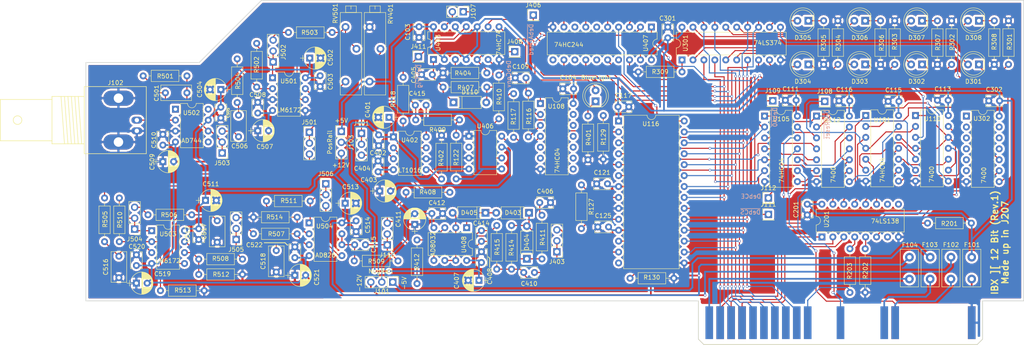
<source format=kicad_pcb>
(kicad_pcb (version 4) (host pcbnew 4.0.7)
  (layers (0 F.Cu signal) (31 B.Cu signal) (34 B.Paste user hide) (35 F.Paste user hide) (36 B.SilkS user) (37 F.SilkS user) (38 B.Mask user hide) (39 F.Mask user hide) (44 Edge.Cuts user))
  (net 0 "")
  (net 1 GND)
  (net 2 A0)
  (net 3 A1)
  (net 4 A2)
  (net 5 R/~W)
  (net 6 "Net-(BUS101-Pad25)")
  (net 7 "Net-(BUS101-Pad50)")
  (net 8 D0)
  (net 9 D1)
  (net 10 D2)
  (net 11 D3)
  (net 12 D4)
  (net 13 D5)
  (net 14 D6)
  (net 15 D7)
  (net 16 ~DevSel)
  (net 17 Phi1)
  (net 18 "Net-(BUS101-Pad34)")
  (net 19 "Net-(BUS101-Pad33)")
  (net 20 +5V)
  (net 21 -5V)
  (net 22 "Net-(C405-Pad1)")
  (net 23 "Net-(C406-Pad1)")
  (net 24 "Net-(C410-Pad1)")
  (net 25 "Net-(C410-Pad2)")
  (net 26 "Net-(C414-Pad2)")
  (net 27 /Amplifier/SigP)
  (net 28 /Amplifier/SigRaw)
  (net 29 +12V)
  (net 30 "Net-(C506-Pad1)")
  (net 31 /Amplifier/SigPb)
  (net 32 -12V)
  (net 33 /Amplifier/SigOut)
  (net 34 "Net-(C515-Pad2)")
  (net 35 "Net-(C516-Pad2)")
  (net 36 "Net-(C517-Pad2)")
  (net 37 "Net-(C518-Pad2)")
  (net 38 "Net-(D301-Pad1)")
  (net 39 "Net-(D301-Pad2)")
  (net 40 "Net-(D302-Pad1)")
  (net 41 "Net-(D302-Pad2)")
  (net 42 "Net-(D303-Pad1)")
  (net 43 "Net-(D303-Pad2)")
  (net 44 "Net-(D304-Pad1)")
  (net 45 "Net-(D304-Pad2)")
  (net 46 "Net-(D305-Pad1)")
  (net 47 "Net-(D305-Pad2)")
  (net 48 "Net-(D306-Pad1)")
  (net 49 "Net-(D306-Pad2)")
  (net 50 "Net-(D307-Pad1)")
  (net 51 "Net-(D307-Pad2)")
  (net 52 "Net-(D308-Pad1)")
  (net 53 "Net-(D308-Pad2)")
  (net 54 "Net-(D401-Pad1)")
  (net 55 ~Armed)
  (net 56 "Net-(D403-Pad2)")
  (net 57 "Net-(D404-Pad1)")
  (net 58 "Net-(J401-Pad3)")
  (net 59 "Net-(J408-Pad1)")
  (net 60 "Net-(J411-Pad1)")
  (net 61 /Amplifier/SigInv)
  (net 62 /Amplifier/SigInvb)
  (net 63 /Amplifier/SigDiff)
  (net 64 /Amplifier/SigDiffb)
  (net 65 /Amplifier/SigF1)
  (net 66 /Amplifier/SigF1b)
  (net 67 /Amplifier/SigF2)
  (net 68 /Amplifier/SigF2b)
  (net 69 /Amplifier/SigF3)
  (net 70 /Amplifier/SigF3b)
  (net 71 "Net-(R201-Pad2)")
  (net 72 "Net-(R202-Pad1)")
  (net 73 "Net-(R309-Pad1)")
  (net 74 "Net-(R402-Pad2)")
  (net 75 "Net-(R408-Pad1)")
  (net 76 "Net-(R410-Pad1)")
  (net 77 "Net-(R410-Pad2)")
  (net 78 "Net-(R412-Pad2)")
  (net 79 "Net-(R502-Pad2)")
  (net 80 "Net-(R503-Pad1)")
  (net 81 "Net-(R508-Pad1)")
  (net 82 "Net-(R510-Pad1)")
  (net 83 "Net-(R511-Pad1)")
  (net 84 O3)
  (net 85 O2)
  (net 86 O1)
  (net 87 "Net-(U301-Pad11)")
  (net 88 "Net-(C415-Pad1)")
  (net 89 "Net-(C415-Pad2)")
  (net 90 "Net-(R203-Pad2)")
  (net 91 "Net-(C109-Pad2)")
  (net 92 +Rail)
  (net 93 -Rail)
  (net 94 "Net-(D110-Pad2)")
  (net 95 "Net-(J107-Pad1)")
  (net 96 "Net-(J107-Pad2)")
  (net 97 "Net-(J109-Pad1)")
  (net 98 "Net-(J110-Pad3)")
  (net 99 "Net-(J111-Pad1)")
  (net 100 "Net-(J112-Pad1)")
  (net 101 "Net-(J403-Pad3)")
  (net 102 "Net-(R116-Pad2)")
  (net 103 "Net-(R117-Pad1)")
  (net 104 "Net-(R117-Pad2)")
  (net 105 "Net-(R118-Pad1)")
  (net 106 "Net-(R127-Pad1)")
  (net 107 "Net-(R127-Pad2)")
  (net 108 "Net-(R129-Pad1)")
  (net 109 "Net-(R130-Pad1)")
  (net 110 "Net-(U101-Pad1)")
  (net 111 /LED/O0)
  (net 112 "Net-(U101-Pad9)")
  (net 113 "Net-(U101-Pad3)")
  (net 114 O4)
  (net 115 "Net-(U101-Pad11)")
  (net 116 "Net-(U101-Pad5)")
  (net 117 RD)
  (net 118 "Net-(U101-Pad13)")
  (net 119 "Net-(U105-Pad1)")
  (net 120 "Net-(U105-Pad8)")
  (net 121 "Net-(U105-Pad3)")
  (net 122 "Net-(U105-Pad10)")
  (net 123 "Net-(U105-Pad4)")
  (net 124 WR)
  (net 125 "Net-(U105-Pad13)")
  (net 126 "Net-(U110-Pad8)")
  (net 127 ~BufferOE)
  (net 128 "Net-(U116-Pad28)")
  (module Housings_DIP:DIP-20_W7.62mm (layer F.Cu) (at 184.6834 77.2922 270)
    (fp_text reference U407 (at 3.74396 1.31572 270) (layer F.SilkS))
    (fp_text value 74HC244 (at 4.10464 19.19224 360) (layer F.SilkS))
    (pad 1 thru_hole rect (at 0 0 270) (size 1.6 1.6) (drill 0.8) (layers *.Cu *.Mask) (net 127 ~BufferOE))
    (pad 11 thru_hole oval (at 7.62 22.86 270) (size 1.6 1.6) (drill 0.8) (layers *.Cu *.Mask))
    (pad 2 thru_hole oval (at 0 2.54 270) (size 1.6 1.6) (drill 0.8) (layers *.Cu *.Mask) (net 55 ~Armed))
    (pad 12 thru_hole oval (at 7.62 20.32 270) (size 1.6 1.6) (drill 0.8) (layers *.Cu *.Mask) (net 11 D3))
    (pad 3 thru_hole oval (at 0 5.08 270) (size 1.6 1.6) (drill 0.8) (layers *.Cu *.Mask) (net 12 D4))
    (pad 13 thru_hole oval (at 7.62 17.78 270) (size 1.6 1.6) (drill 0.8) (layers *.Cu *.Mask))
    (pad 4 thru_hole oval (at 0 7.62 270) (size 1.6 1.6) (drill 0.8) (layers *.Cu *.Mask) (net 128 "Net-(U116-Pad28)"))
    (pad 14 thru_hole oval (at 7.62 15.24 270) (size 1.6 1.6) (drill 0.8) (layers *.Cu *.Mask) (net 10 D2))
    (pad 5 thru_hole oval (at 0 10.16 270) (size 1.6 1.6) (drill 0.8) (layers *.Cu *.Mask) (net 13 D5))
    (pad 15 thru_hole oval (at 7.62 12.7 270) (size 1.6 1.6) (drill 0.8) (layers *.Cu *.Mask))
    (pad 6 thru_hole oval (at 0 12.7 270) (size 1.6 1.6) (drill 0.8) (layers *.Cu *.Mask))
    (pad 16 thru_hole oval (at 7.62 10.16 270) (size 1.6 1.6) (drill 0.8) (layers *.Cu *.Mask) (net 9 D1))
    (pad 7 thru_hole oval (at 0 15.24 270) (size 1.6 1.6) (drill 0.8) (layers *.Cu *.Mask) (net 14 D6))
    (pad 17 thru_hole oval (at 7.62 7.62 270) (size 1.6 1.6) (drill 0.8) (layers *.Cu *.Mask))
    (pad 8 thru_hole oval (at 0 17.78 270) (size 1.6 1.6) (drill 0.8) (layers *.Cu *.Mask))
    (pad 18 thru_hole oval (at 7.62 5.08 270) (size 1.6 1.6) (drill 0.8) (layers *.Cu *.Mask) (net 8 D0))
    (pad 9 thru_hole oval (at 0 20.32 270) (size 1.6 1.6) (drill 0.8) (layers *.Cu *.Mask) (net 15 D7))
    (pad 19 thru_hole oval (at 7.62 2.54 270) (size 1.6 1.6) (drill 0.8) (layers *.Cu *.Mask) (net 127 ~BufferOE))
    (pad 10 thru_hole oval (at 0 22.86 270) (size 1.6 1.6) (drill 0.8) (layers *.Cu *.Mask) (net 1 GND))
    (pad 20 thru_hole oval (at 7.62 0 270) (size 1.6 1.6) (drill 0.8) (layers *.Cu *.Mask) (net 20 +5V))
  )
  (module Apple2_bus:BUS_A2 (layer F.Cu) (at 220.98 146.05)
    (fp_text reference BUS101 hide)
    (fp_text value A2_BUS)
    (pad 2 connect rect (at -20.32 0 180) (size 1.778 7.62) (layers F.Cu F.Mask) (net 2 A0))
    (pad 3 connect rect (at -17.78 0 180) (size 1.778 7.62) (layers F.Cu F.Mask) (net 3 A1))
    (pad 4 connect rect (at -15.24 0 180) (size 1.778 7.62) (layers F.Cu F.Mask) (net 4 A2))
    (pad 18 connect rect (at 20.32 0 180) (size 1.778 7.62) (layers F.Cu F.Mask) (net 5 R/~W))
    (pad 25 connect rect (at 38.1 0 180) (size 1.778 7.62) (layers F.Cu F.Mask) (net 6 "Net-(BUS101-Pad25)"))
    (pad 50 connect rect (at -22.86 0 180) (size 1.778 7.62) (layers B.Cu B.Mask) (net 7 "Net-(BUS101-Pad50)"))
    (pad 49 connect rect (at -20.32 0 180) (size 1.778 7.62) (layers B.Cu B.Mask) (net 8 D0))
    (pad 48 connect rect (at -17.78 0 180) (size 1.778 7.62) (layers B.Cu B.Mask) (net 9 D1))
    (pad 47 connect rect (at -15.24 0 180) (size 1.778 7.62) (layers B.Cu B.Mask) (net 10 D2))
    (pad 46 connect rect (at -12.7 0 180) (size 1.778 7.62) (layers B.Cu B.Mask) (net 11 D3))
    (pad 45 connect rect (at -10.16 0 180) (size 1.778 7.62) (layers B.Cu B.Mask) (net 12 D4))
    (pad 44 connect rect (at -7.62 0 180) (size 1.778 7.62) (layers B.Cu B.Mask) (net 13 D5))
    (pad 43 connect rect (at -5.08 0 180) (size 1.778 7.62) (layers B.Cu B.Mask) (net 14 D6))
    (pad 42 connect rect (at -2.54 0 180) (size 1.778 7.62) (layers B.Cu B.Mask) (net 15 D7))
    (pad 41 connect rect (at 0 0 180) (size 1.778 7.62) (layers B.Cu B.Mask) (net 16 ~DevSel))
    (pad 38 connect rect (at 7.62 0 180) (size 1.778 7.62) (layers B.Cu B.Mask) (net 17 Phi1))
    (pad 34 connect rect (at 17.78 0 180) (size 1.778 7.62) (layers B.Cu B.Mask) (net 18 "Net-(BUS101-Pad34)"))
    (pad 33 connect rect (at 20.32 0 180) (size 1.778 7.62) (layers B.Cu B.Mask) (net 19 "Net-(BUS101-Pad33)"))
    (pad 26 connect rect (at 38.1 0 180) (size 1.778 7.62) (layers B.Cu B.Mask) (net 1 GND))
  )
  (module Capacitors_THT:CP_Radial_D5.0mm_P2.50mm (layer F.Cu) (at 123.7488 98.2726 180)
    (fp_text reference C401 (at 4.953 1.8034 270) (layer F.SilkS))
    (fp_text value 10µF)
    (pad 1 thru_hole rect (at 0 0 180) (size 1.6 1.6) (drill 0.8) (layers *.Cu *.Mask) (net 92 +Rail))
    (pad 2 thru_hole circle (at 2.5 0 180) (size 1.6 1.6) (drill 0.8) (layers *.Cu *.Mask) (net 1 GND))
  )
  (module Capacitors_THT:C_Disc_D3.8mm_W2.6mm_P2.50mm (layer F.Cu) (at 121.3358 104.8766 90)
    (fp_text reference C402 (at -1.7018 -0.1524 180) (layer F.SilkS))
    (fp_text value 10nF)
    (pad 1 thru_hole circle (at 0 0 90) (size 1.6 1.6) (drill 0.8) (layers *.Cu *.Mask) (net 1 GND))
    (pad 2 thru_hole circle (at 2.5 0 90) (size 1.6 1.6) (drill 0.8) (layers *.Cu *.Mask) (net 92 +Rail))
  )
  (module Capacitors_THT:CP_Radial_D5.0mm_P2.50mm (layer F.Cu) (at 121.5898 115.4176)
    (fp_text reference C403 (at -2.54 -2.5908) (layer F.SilkS))
    (fp_text value 10µF)
    (pad 1 thru_hole rect (at 0 0) (size 1.6 1.6) (drill 0.8) (layers *.Cu *.Mask) (net 1 GND))
    (pad 2 thru_hole circle (at 2.5 0) (size 1.6 1.6) (drill 0.8) (layers *.Cu *.Mask) (net 93 -Rail))
  )
  (module Capacitors_THT:C_Disc_D3.8mm_W2.6mm_P2.50mm (layer F.Cu) (at 121.2088 108.4326 270)
    (fp_text reference C404 (at 1.7526 3.683 360) (layer F.SilkS))
    (fp_text value 10nF)
    (pad 1 thru_hole circle (at 0 0 270) (size 1.6 1.6) (drill 0.8) (layers *.Cu *.Mask) (net 1 GND))
    (pad 2 thru_hole circle (at 2.5 0 270) (size 1.6 1.6) (drill 0.8) (layers *.Cu *.Mask) (net 93 -Rail))
  )
  (module Capacitors_THT:C_Disc_D3.8mm_W2.6mm_P2.50mm (layer F.Cu) (at 133.8072 88.3412 180)
    (fp_text reference C405 (at 4.2926 -0.1016 270) (layer F.SilkS))
    (fp_text value 150pF)
    (pad 1 thru_hole circle (at 0 0 180) (size 1.6 1.6) (drill 0.8) (layers *.Cu *.Mask) (net 22 "Net-(C405-Pad1)"))
    (pad 2 thru_hole circle (at 2.5 0 180) (size 1.6 1.6) (drill 0.8) (layers *.Cu *.Mask) (net 1 GND))
  )
  (module Capacitors_THT:C_Disc_D3.8mm_W2.6mm_P2.50mm (layer F.Cu) (at 158.75 118.11)
    (fp_text reference C406 (at 1.25 -2.61) (layer F.SilkS))
    (fp_text value 470pF)
    (pad 1 thru_hole circle (at 0 0) (size 1.6 1.6) (drill 0.8) (layers *.Cu *.Mask) (net 23 "Net-(C406-Pad1)"))
    (pad 2 thru_hole circle (at 2.5 0) (size 1.6 1.6) (drill 0.8) (layers *.Cu *.Mask) (net 1 GND))
  )
  (module Capacitors_THT:CP_Radial_D5.0mm_P2.50mm (layer F.Cu) (at 144.6276 136.1948 180)
    (fp_text reference C407 (at 5.1816 -0.09144 270) (layer F.SilkS))
    (fp_text value 10µF)
    (pad 1 thru_hole rect (at 0 0 180) (size 1.6 1.6) (drill 0.8) (layers *.Cu *.Mask) (net 92 +Rail))
    (pad 2 thru_hole circle (at 2.5 0 180) (size 1.6 1.6) (drill 0.8) (layers *.Cu *.Mask) (net 1 GND))
  )
  (module Capacitors_THT:C_Disc_D3.8mm_W2.6mm_P2.50mm (layer F.Cu) (at 145.2118 129.54 270)
    (fp_text reference C408 (at 5.70992 -1.94564 270) (layer F.SilkS))
    (fp_text value 10nF)
    (pad 1 thru_hole circle (at 0 0 270) (size 1.6 1.6) (drill 0.8) (layers *.Cu *.Mask) (net 1 GND))
    (pad 2 thru_hole circle (at 2.5 0 270) (size 1.6 1.6) (drill 0.8) (layers *.Cu *.Mask) (net 92 +Rail))
  )
  (module Capacitors_THT:C_Disc_D3.8mm_W2.6mm_P2.50mm (layer F.Cu) (at 157.5308 134.366 180)
    (fp_text reference C410 (at 1.25 -2.61 180) (layer F.SilkS))
    (fp_text value 10pF)
    (pad 1 thru_hole circle (at 0 0 180) (size 1.6 1.6) (drill 0.8) (layers *.Cu *.Mask) (net 24 "Net-(C410-Pad1)"))
    (pad 2 thru_hole circle (at 2.5 0 180) (size 1.6 1.6) (drill 0.8) (layers *.Cu *.Mask) (net 25 "Net-(C410-Pad2)"))
  )
  (module Capacitors_THT:CP_Radial_D5.0mm_P2.50mm (layer F.Cu) (at 129.7178 123.19 90)
    (fp_text reference C411 (at 1.25 -3.81 90) (layer F.SilkS))
    (fp_text value 10µF)
    (pad 1 thru_hole rect (at 0 0 90) (size 1.6 1.6) (drill 0.8) (layers *.Cu *.Mask) (net 1 GND))
    (pad 2 thru_hole circle (at 2.5 0 90) (size 1.6 1.6) (drill 0.8) (layers *.Cu *.Mask) (net 93 -Rail))
  )
  (module Capacitors_THT:C_Disc_D3.8mm_W2.6mm_P2.50mm (layer F.Cu) (at 136.1948 120.65 180)
    (fp_text reference C412 (at 1.33096 2.46888 180) (layer F.SilkS))
    (fp_text value 10nF)
    (pad 1 thru_hole circle (at 0 0 180) (size 1.6 1.6) (drill 0.8) (layers *.Cu *.Mask) (net 1 GND))
    (pad 2 thru_hole circle (at 2.5 0 180) (size 1.6 1.6) (drill 0.8) (layers *.Cu *.Mask) (net 93 -Rail))
  )
  (module Capacitors_THT:C_Disc_D3.8mm_W2.6mm_P2.50mm (layer F.Cu) (at 145.2118 127.127 90)
    (fp_text reference C414 (at 4.21132 -0.0254 180) (layer F.SilkS))
    (fp_text value 10pF)
    (pad 1 thru_hole circle (at 0 0 90) (size 1.6 1.6) (drill 0.8) (layers *.Cu *.Mask) (net 25 "Net-(C410-Pad2)"))
    (pad 2 thru_hole circle (at 2.5 0 90) (size 1.6 1.6) (drill 0.8) (layers *.Cu *.Mask) (net 26 "Net-(C414-Pad2)"))
  )
  (module Capacitors_THT:C_Rect_L7.0mm_W3.5mm_P5.00mm (layer F.Cu) (at 76.8096 92.583 180)
    (fp_text reference C501 (at 7.0612 -0.0762 270) (layer F.SilkS) (effects (font (size 0.9 1))))
    (fp_text value 470pF)
    (pad 1 thru_hole circle (at 0 0 180) (size 1.6 1.6) (drill 0.8) (layers *.Cu *.Mask) (net 27 /Amplifier/SigP))
    (pad 2 thru_hole circle (at 5 0 180) (size 1.6 1.6) (drill 0.8) (layers *.Cu *.Mask) (net 28 /Amplifier/SigRaw))
  )
  (module Capacitors_THT:CP_Radial_D5.0mm_P2.50mm (layer F.Cu) (at 105.3338 84.5058)
    (fp_text reference C502 (at 4.8006 -0.1016 90) (layer F.SilkS))
    (fp_text value 2.2µF)
    (pad 1 thru_hole rect (at 0 0) (size 1.6 1.6) (drill 0.8) (layers *.Cu *.Mask) (net 29 +12V))
    (pad 2 thru_hole circle (at 2.5 0) (size 1.6 1.6) (drill 0.8) (layers *.Cu *.Mask) (net 1 GND))
  )
  (module Capacitors_THT:C_Disc_D3.8mm_W2.6mm_P2.50mm (layer F.Cu) (at 107.7468 91.1098 90)
    (fp_text reference C503 (at 1.1176 2.3876 90) (layer F.SilkS))
    (fp_text value 100nF)
    (pad 1 thru_hole circle (at 0 0 90) (size 1.6 1.6) (drill 0.8) (layers *.Cu *.Mask) (net 1 GND))
    (pad 2 thru_hole circle (at 2.5 0 90) (size 1.6 1.6) (drill 0.8) (layers *.Cu *.Mask) (net 29 +12V))
  )
  (module Capacitors_THT:CP_Radial_D5.0mm_P2.50mm (layer F.Cu) (at 84.6836 91.821 180)
    (fp_text reference C504 (at 4.9022 0.0508 270) (layer F.SilkS))
    (fp_text value 10µF)
    (pad 1 thru_hole rect (at 0 0 180) (size 1.6 1.6) (drill 0.8) (layers *.Cu *.Mask) (net 29 +12V))
    (pad 2 thru_hole circle (at 2.5 0 180) (size 1.6 1.6) (drill 0.8) (layers *.Cu *.Mask) (net 1 GND))
  )
  (module Capacitors_THT:C_Disc_D3.8mm_W2.6mm_P2.50mm (layer F.Cu) (at 84.6836 98.425 90)
    (fp_text reference C505 (at 1.1938 1.7018 90) (layer F.SilkS) (effects (font (size 0.6 0.6))))
    (fp_text value 10nF)
    (pad 1 thru_hole circle (at 0 0 90) (size 1.6 1.6) (drill 0.8) (layers *.Cu *.Mask) (net 1 GND))
    (pad 2 thru_hole circle (at 2.5 0 90) (size 1.6 1.6) (drill 0.8) (layers *.Cu *.Mask) (net 29 +12V))
  )
  (module Capacitors_THT:C_Rect_L7.0mm_W3.5mm_P5.00mm (layer F.Cu) (at 88.7984 97.79 270)
    (fp_text reference C506 (at 7.1882 -0.254 360) (layer F.SilkS))
    (fp_text value 470pF)
    (pad 1 thru_hole circle (at 0 0 270) (size 1.6 1.6) (drill 0.8) (layers *.Cu *.Mask) (net 30 "Net-(C506-Pad1)"))
    (pad 2 thru_hole circle (at 5 0 270) (size 1.6 1.6) (drill 0.8) (layers *.Cu *.Mask) (net 31 /Amplifier/SigPb))
  )
  (module Capacitors_THT:CP_Radial_D5.0mm_P2.50mm (layer F.Cu) (at 93.2688 101.3968)
    (fp_text reference C507 (at 1.6256 3.7084) (layer F.SilkS))
    (fp_text value 2.2µF)
    (pad 1 thru_hole rect (at 0 0) (size 1.6 1.6) (drill 0.8) (layers *.Cu *.Mask) (net 1 GND))
    (pad 2 thru_hole circle (at 2.5 0) (size 1.6 1.6) (drill 0.8) (layers *.Cu *.Mask) (net 32 -12V))
  )
  (module Capacitors_THT:C_Disc_D3.8mm_W2.6mm_P2.50mm (layer F.Cu) (at 93.2688 94.7928 270)
    (fp_text reference C508 (at -1.7526 0.0254 360) (layer F.SilkS))
    (fp_text value 100nF)
    (pad 1 thru_hole circle (at 0 0 270) (size 1.6 1.6) (drill 0.8) (layers *.Cu *.Mask) (net 1 GND))
    (pad 2 thru_hole circle (at 2.5 0 270) (size 1.6 1.6) (drill 0.8) (layers *.Cu *.Mask) (net 32 -12V))
  )
  (module Capacitors_THT:CP_Radial_D5.0mm_P2.50mm (layer F.Cu) (at 71.2216 108.585)
    (fp_text reference C509 (at -2.4892 0.0762 90) (layer F.SilkS))
    (fp_text value 10µF)
    (pad 1 thru_hole rect (at 0 0) (size 1.6 1.6) (drill 0.8) (layers *.Cu *.Mask) (net 1 GND))
    (pad 2 thru_hole circle (at 2.5 0) (size 1.6 1.6) (drill 0.8) (layers *.Cu *.Mask) (net 32 -12V))
  )
  (module Capacitors_THT:C_Disc_D3.8mm_W2.6mm_P2.50mm (layer F.Cu) (at 71.2216 102.235 270)
    (fp_text reference C510 (at 1.3462 2.1082 270) (layer F.SilkS) (effects (font (size 0.9 1))))
    (fp_text value 10nF)
    (pad 1 thru_hole circle (at 0 0 270) (size 1.6 1.6) (drill 0.8) (layers *.Cu *.Mask) (net 1 GND))
    (pad 2 thru_hole circle (at 2.5 0 270) (size 1.6 1.6) (drill 0.8) (layers *.Cu *.Mask) (net 32 -12V))
  )
  (module Capacitors_THT:CP_Radial_D5.0mm_P2.50mm (layer F.Cu) (at 81.1276 117.602)
    (fp_text reference C511 (at 1.25 -3.81) (layer F.SilkS))
    (fp_text value 2.2µF)
    (pad 1 thru_hole rect (at 0 0) (size 1.6 1.6) (drill 0.8) (layers *.Cu *.Mask) (net 29 +12V))
    (pad 2 thru_hole circle (at 2.5 0) (size 1.6 1.6) (drill 0.8) (layers *.Cu *.Mask) (net 1 GND))
  )
  (module Capacitors_THT:C_Disc_D3.8mm_W2.6mm_P2.50mm (layer F.Cu) (at 79.5528 126.6952 90)
    (fp_text reference C512 (at 1.25 -2.61 90) (layer F.SilkS))
    (fp_text value 100nF)
    (pad 1 thru_hole circle (at 0 0 90) (size 1.6 1.6) (drill 0.8) (layers *.Cu *.Mask) (net 1 GND))
    (pad 2 thru_hole circle (at 2.5 0 90) (size 1.6 1.6) (drill 0.8) (layers *.Cu *.Mask) (net 29 +12V))
  )
  (module Capacitors_THT:CP_Radial_D5.0mm_P2.50mm (layer F.Cu) (at 113.5634 118.2624)
    (fp_text reference C513 (at 1.25 -3.81) (layer F.SilkS))
    (fp_text value 2.2µF)
    (pad 1 thru_hole rect (at 0 0) (size 1.6 1.6) (drill 0.8) (layers *.Cu *.Mask) (net 29 +12V))
    (pad 2 thru_hole circle (at 2.5 0) (size 1.6 1.6) (drill 0.8) (layers *.Cu *.Mask) (net 1 GND))
  )
  (module Capacitors_THT:C_Disc_D3.8mm_W2.6mm_P2.50mm (layer F.Cu) (at 116.1034 124.8664 90)
    (fp_text reference C514 (at 1.524 2.6924 90) (layer F.SilkS))
    (fp_text value 10nF)
    (pad 1 thru_hole circle (at 0 0 90) (size 1.6 1.6) (drill 0.8) (layers *.Cu *.Mask) (net 1 GND))
    (pad 2 thru_hole circle (at 2.5 0 90) (size 1.6 1.6) (drill 0.8) (layers *.Cu *.Mask) (net 29 +12V))
  )
  (module Capacitors_THT:C_Disc_D3.8mm_W2.6mm_P2.50mm (layer F.Cu) (at 118.2624 127.9144 180)
    (fp_text reference C515 (at -1.905 0.0508 270) (layer F.SilkS))
    (fp_text value 10nF)
    (pad 1 thru_hole circle (at 0 0 180) (size 1.6 1.6) (drill 0.8) (layers *.Cu *.Mask) (net 33 /Amplifier/SigOut))
    (pad 2 thru_hole circle (at 2.5 0 180) (size 1.6 1.6) (drill 0.8) (layers *.Cu *.Mask) (net 34 "Net-(C515-Pad2)"))
  )
  (module Capacitors_THT:C_Rect_L7.0mm_W3.5mm_P5.00mm (layer F.Cu) (at 61.0108 135.5852 90)
    (fp_text reference C516 (at 2.5 -3.06 90) (layer F.SilkS))
    (fp_text value 470pF)
    (pad 1 thru_hole circle (at 0 0 90) (size 1.6 1.6) (drill 0.8) (layers *.Cu *.Mask) (net 1 GND))
    (pad 2 thru_hole circle (at 5 0 90) (size 1.6 1.6) (drill 0.8) (layers *.Cu *.Mask) (net 35 "Net-(C516-Pad2)"))
  )
  (module Capacitors_THT:C_Rect_L7.0mm_W3.5mm_P5.00mm (layer F.Cu) (at 83.8454 127.3302 90)
    (fp_text reference C517 (at 2.5 -3.06 90) (layer F.SilkS))
    (fp_text value 470pF)
    (pad 1 thru_hole circle (at 0 0 90) (size 1.6 1.6) (drill 0.8) (layers *.Cu *.Mask) (net 1 GND))
    (pad 2 thru_hole circle (at 5 0 90) (size 1.6 1.6) (drill 0.8) (layers *.Cu *.Mask) (net 36 "Net-(C517-Pad2)"))
  )
  (module Capacitors_THT:C_Rect_L7.0mm_W3.5mm_P5.00mm (layer F.Cu) (at 97.5614 134.2644 90)
    (fp_text reference C518 (at 2.5 -3.06 90) (layer F.SilkS))
    (fp_text value 470pF)
    (pad 1 thru_hole circle (at 0 0 90) (size 1.6 1.6) (drill 0.8) (layers *.Cu *.Mask) (net 1 GND))
    (pad 2 thru_hole circle (at 5 0 90) (size 1.6 1.6) (drill 0.8) (layers *.Cu *.Mask) (net 37 "Net-(C518-Pad2)"))
  )
  (module Capacitors_THT:CP_Radial_D5.0mm_P2.50mm (layer F.Cu) (at 65.0748 136.8552)
    (fp_text reference C519 (at 6.0706 -2.159) (layer F.SilkS))
    (fp_text value 2.2µF)
    (pad 1 thru_hole rect (at 0 0) (size 1.6 1.6) (drill 0.8) (layers *.Cu *.Mask) (net 1 GND))
    (pad 2 thru_hole circle (at 2.5 0) (size 1.6 1.6) (drill 0.8) (layers *.Cu *.Mask) (net 32 -12V))
  )
  (module Capacitors_THT:C_Disc_D3.8mm_W2.6mm_P2.50mm (layer F.Cu) (at 65.0748 130.2512 270)
    (fp_text reference C520 (at -1.905 -0.1016 360) (layer F.SilkS))
    (fp_text value 100nF)
    (pad 1 thru_hole circle (at 0 0 270) (size 1.6 1.6) (drill 0.8) (layers *.Cu *.Mask) (net 1 GND))
    (pad 2 thru_hole circle (at 2.5 0 270) (size 1.6 1.6) (drill 0.8) (layers *.Cu *.Mask) (net 32 -12V))
  )
  (module Capacitors_THT:CP_Radial_D5.0mm_P2.50mm (layer F.Cu) (at 101.8794 135.0264)
    (fp_text reference C521 (at 5.08 0.4318 90) (layer F.SilkS))
    (fp_text value 2.2µF)
    (pad 1 thru_hole rect (at 0 0) (size 1.6 1.6) (drill 0.8) (layers *.Cu *.Mask) (net 1 GND))
    (pad 2 thru_hole circle (at 2.5 0) (size 1.6 1.6) (drill 0.8) (layers *.Cu *.Mask) (net 32 -12V))
  )
  (module Capacitors_THT:C_Disc_D3.8mm_W2.6mm_P2.50mm (layer F.Cu) (at 101.8794 128.4224 270)
    (fp_text reference C522 (at -0.4572 9.398 360) (layer F.SilkS))
    (fp_text value 10nF)
    (pad 1 thru_hole circle (at 0 0 270) (size 1.6 1.6) (drill 0.8) (layers *.Cu *.Mask) (net 1 GND))
    (pad 2 thru_hole circle (at 2.5 0 270) (size 1.6 1.6) (drill 0.8) (layers *.Cu *.Mask) (net 32 -12V))
  )
  (module LEDs:LED_D5.0mm (layer F.Cu) (at 260.7564 85.979 180)
    (fp_text reference D301 (at 1.27 -3.96 180) (layer F.SilkS))
    (fp_text value LED)
    (pad 1 thru_hole rect (at 0 0 180) (size 1.8 1.8) (drill 0.9) (layers *.Cu *.Mask) (net 38 "Net-(D301-Pad1)"))
    (pad 2 thru_hole circle (at 2.54 0 180) (size 1.8 1.8) (drill 0.9) (layers *.Cu *.Mask) (net 39 "Net-(D301-Pad2)"))
  )
  (module LEDs:LED_D5.0mm (layer F.Cu) (at 247.5484 85.979 180)
    (fp_text reference D302 (at 1.27 -3.96 180) (layer F.SilkS))
    (fp_text value LED)
    (pad 1 thru_hole rect (at 0 0 180) (size 1.8 1.8) (drill 0.9) (layers *.Cu *.Mask) (net 40 "Net-(D302-Pad1)"))
    (pad 2 thru_hole circle (at 2.54 0 180) (size 1.8 1.8) (drill 0.9) (layers *.Cu *.Mask) (net 41 "Net-(D302-Pad2)"))
  )
  (module LEDs:LED_D5.0mm (layer F.Cu) (at 234.3404 85.979 180)
    (fp_text reference D303 (at 1.27 -3.96 180) (layer F.SilkS))
    (fp_text value LED)
    (pad 1 thru_hole rect (at 0 0 180) (size 1.8 1.8) (drill 0.9) (layers *.Cu *.Mask) (net 42 "Net-(D303-Pad1)"))
    (pad 2 thru_hole circle (at 2.54 0 180) (size 1.8 1.8) (drill 0.9) (layers *.Cu *.Mask) (net 43 "Net-(D303-Pad2)"))
  )
  (module LEDs:LED_D5.0mm (layer F.Cu) (at 221.1324 85.979 180)
    (fp_text reference D304 (at 1.27 -3.96 180) (layer F.SilkS))
    (fp_text value LED)
    (pad 1 thru_hole rect (at 0 0 180) (size 1.8 1.8) (drill 0.9) (layers *.Cu *.Mask) (net 44 "Net-(D304-Pad1)"))
    (pad 2 thru_hole circle (at 2.54 0 180) (size 1.8 1.8) (drill 0.9) (layers *.Cu *.Mask) (net 45 "Net-(D304-Pad2)"))
  )
  (module LEDs:LED_D5.0mm (layer F.Cu) (at 221.1324 75.819 180)
    (fp_text reference D305 (at 1.27 -3.96 180) (layer F.SilkS))
    (fp_text value LED)
    (pad 1 thru_hole rect (at 0 0 180) (size 1.8 1.8) (drill 0.9) (layers *.Cu *.Mask) (net 46 "Net-(D305-Pad1)"))
    (pad 2 thru_hole circle (at 2.54 0 180) (size 1.8 1.8) (drill 0.9) (layers *.Cu *.Mask) (net 47 "Net-(D305-Pad2)"))
  )
  (module LEDs:LED_D5.0mm (layer F.Cu) (at 234.3404 75.819 180)
    (fp_text reference D306 (at 1.27 -3.96 180) (layer F.SilkS))
    (fp_text value LED)
    (pad 1 thru_hole rect (at 0 0 180) (size 1.8 1.8) (drill 0.9) (layers *.Cu *.Mask) (net 48 "Net-(D306-Pad1)"))
    (pad 2 thru_hole circle (at 2.54 0 180) (size 1.8 1.8) (drill 0.9) (layers *.Cu *.Mask) (net 49 "Net-(D306-Pad2)"))
  )
  (module LEDs:LED_D5.0mm (layer F.Cu) (at 247.5484 75.819 180)
    (fp_text reference D307 (at 1.27 -3.96 180) (layer F.SilkS))
    (fp_text value LED)
    (pad 1 thru_hole rect (at 0 0 180) (size 1.8 1.8) (drill 0.9) (layers *.Cu *.Mask) (net 50 "Net-(D307-Pad1)"))
    (pad 2 thru_hole circle (at 2.54 0 180) (size 1.8 1.8) (drill 0.9) (layers *.Cu *.Mask) (net 51 "Net-(D307-Pad2)"))
  )
  (module LEDs:LED_D5.0mm (layer F.Cu) (at 260.7564 75.819 180)
    (fp_text reference D308 (at 1.27 -3.96 180) (layer F.SilkS))
    (fp_text value LED)
    (pad 1 thru_hole rect (at 0 0 180) (size 1.8 1.8) (drill 0.9) (layers *.Cu *.Mask) (net 52 "Net-(D308-Pad1)"))
    (pad 2 thru_hole circle (at 2.54 0 180) (size 1.8 1.8) (drill 0.9) (layers *.Cu *.Mask) (net 53 "Net-(D308-Pad2)"))
  )
  (module LEDs:LED_D5.0mm (layer F.Cu) (at 171.7294 94.5642 90)
    (fp_text reference BlueLight (at 5.5372 0.1016 180) (layer F.SilkS))
    (fp_text value LED_Small)
    (pad 1 thru_hole rect (at 0 0 90) (size 1.8 1.8) (drill 0.9) (layers *.Cu *.Mask) (net 54 "Net-(D401-Pad1)"))
    (pad 2 thru_hole circle (at 2.54 0 90) (size 1.8 1.8) (drill 0.9) (layers *.Cu *.Mask) (net 55 ~Armed))
  )
  (module Diodes_THT:D_A-405_P7.62mm_Horizontal (layer F.Cu) (at 156.2608 120.4976 180)
    (fp_text reference D403 (at 3.7084 0.0254 180) (layer F.SilkS))
    (fp_text value D)
    (pad 1 thru_hole rect (at 0 0 180) (size 1.8 1.8) (drill 0.9) (layers *.Cu *.Mask) (net 24 "Net-(C410-Pad1)"))
    (pad 2 thru_hole oval (at 7.62 0 180) (size 1.8 1.8) (drill 0.9) (layers *.Cu *.Mask) (net 56 "Net-(D403-Pad2)"))
  )
  (module Diodes_THT:D_A-405_P7.62mm_Horizontal (layer F.Cu) (at 155.7528 131.191 90)
    (fp_text reference D404 (at 3.8608 -0.0254 90) (layer F.SilkS))
    (fp_text value D)
    (pad 1 thru_hole rect (at 0 0 90) (size 1.8 1.8) (drill 0.9) (layers *.Cu *.Mask) (net 57 "Net-(D404-Pad1)"))
    (pad 2 thru_hole oval (at 7.62 0 90) (size 1.8 1.8) (drill 0.9) (layers *.Cu *.Mask) (net 24 "Net-(C410-Pad1)"))
  )
  (module Diodes_THT:D_A-405_P7.62mm_Horizontal (layer F.Cu) (at 146.1516 120.4976 180)
    (fp_text reference D405 (at 3.7592 0.0254 180) (layer F.SilkS))
    (fp_text value D)
    (pad 1 thru_hole rect (at 0 0 180) (size 1.8 1.8) (drill 0.9) (layers *.Cu *.Mask) (net 56 "Net-(D403-Pad2)"))
    (pad 2 thru_hole oval (at 7.62 0 180) (size 1.8 1.8) (drill 0.9) (layers *.Cu *.Mask) (net 26 "Net-(C414-Pad2)"))
  )
  (module Fuse_Holders_and_Fuses:Fuse_TE5_Littlefuse-395Series (layer F.Cu) (at 259.08 130.81 270)
    (fp_text reference F101 (at -2.87528 -0.06096 360) (layer F.SilkS))
    (fp_text value HC:250mA)
    (pad 1 thru_hole circle (at 0 0 270) (size 2 2) (drill 1) (layers *.Cu *.Mask) (net 20 +5V))
    (pad 2 thru_hole circle (at 5.08 0.01 270) (size 2 2) (drill 1) (layers *.Cu *.Mask) (net 6 "Net-(BUS101-Pad25)"))
  )
  (module Fuse_Holders_and_Fuses:Fuse_TE5_Littlefuse-395Series (layer F.Cu) (at 254.254 135.89 90)
    (fp_text reference F102 (at 7.95528 0.01016 180) (layer F.SilkS))
    (fp_text value HC:160mA)
    (pad 1 thru_hole circle (at 0 0 90) (size 2 2) (drill 1) (layers *.Cu *.Mask) (net 19 "Net-(BUS101-Pad33)"))
    (pad 2 thru_hole circle (at 5.08 0.01 90) (size 2 2) (drill 1) (layers *.Cu *.Mask) (net 32 -12V))
  )
  (module Fuse_Holders_and_Fuses:Fuse_TE5_Littlefuse-395Series (layer F.Cu) (at 249.428 135.89 90)
    (fp_text reference F103 (at 7.95528 -0.08128 180) (layer F.SilkS))
    (fp_text value HC:160mA)
    (pad 1 thru_hole circle (at 0 0 90) (size 2 2) (drill 1) (layers *.Cu *.Mask) (net 18 "Net-(BUS101-Pad34)"))
    (pad 2 thru_hole circle (at 5.08 0.01 90) (size 2 2) (drill 1) (layers *.Cu *.Mask) (net 21 -5V))
  )
  (module Fuse_Holders_and_Fuses:Fuse_TE5_Littlefuse-395Series (layer F.Cu) (at 244.602 135.89 90)
    (fp_text reference F104 (at 7.91464 0.11176 180) (layer F.SilkS))
    (fp_text value HC:250mA)
    (pad 1 thru_hole circle (at 0 0 90) (size 2 2) (drill 1) (layers *.Cu *.Mask) (net 7 "Net-(BUS101-Pad50)"))
    (pad 2 thru_hole circle (at 5.08 0.01 90) (size 2 2) (drill 1) (layers *.Cu *.Mask) (net 29 +12V))
  )
  (module Connectors_TE-Connectivity:BNC_Socket_TYCO-AMP_LargePads (layer F.Cu) (at 60.1726 98.933 90)
    (fp_text reference J102 (at 8.6868 0.0508 180) (layer F.SilkS))
    (fp_text value Detector)
    (pad 2 thru_hole oval (at -5.09778 0.7366 90) (size 3.50012 7.00024) (drill 2.19964) (layers *.Cu *.Mask) (net 1 GND))
    (pad 2 thru_hole oval (at 5.10032 0.7366 90) (size 3.50012 7.00024) (drill 2.19964) (layers *.Cu *.Mask) (net 1 GND))
    (pad 1 thru_hole oval (at 0 5.00126 90) (size 1.6002 2.49936) (drill 1.00076) (layers *.Cu *.Mask) (net 28 /Amplifier/SigRaw))
    (pad 2 thru_hole oval (at -2.49936 5.00126 90) (size 1.6002 2.49936) (drill 1.00076) (layers *.Cu *.Mask) (net 1 GND))
  )
  (module Pin_Headers:Pin_Header_Straight_1x03_Pitch2.54mm (layer F.Cu) (at 117.348 102.0064)
    (fp_text reference J401 (at 0 -2.33) (layer F.SilkS))
    (fp_text value TrigLvl)
    (pad 1 thru_hole rect (at 0 0) (size 1.7 1.7) (drill 1) (layers *.Cu *.Mask) (net 89 "Net-(C415-Pad2)"))
    (pad 2 thru_hole oval (at 0 2.54) (size 1.7 1.7) (drill 1) (layers *.Cu *.Mask) (net 89 "Net-(C415-Pad2)"))
    (pad 3 thru_hole oval (at 0 5.08) (size 1.7 1.7) (drill 1) (layers *.Cu *.Mask) (net 58 "Net-(J401-Pad3)"))
  )
  (module Pin_Headers:Pin_Header_Straight_1x03_Pitch2.54mm (layer F.Cu) (at 162.7378 129.54 180)
    (fp_text reference J403 (at 0 -2.33 180) (layer F.SilkS))
    (fp_text value SigADC)
    (pad 1 thru_hole rect (at 0 0 180) (size 1.7 1.7) (drill 1) (layers *.Cu *.Mask) (net 25 "Net-(C410-Pad2)"))
    (pad 2 thru_hole oval (at 0 2.54 180) (size 1.7 1.7) (drill 1) (layers *.Cu *.Mask) (net 25 "Net-(C410-Pad2)"))
    (pad 3 thru_hole oval (at 0 5.08 180) (size 1.7 1.7) (drill 1) (layers *.Cu *.Mask) (net 101 "Net-(J403-Pad3)"))
  )
  (module Pin_Headers:Pin_Header_Straight_1x03_Pitch2.54mm (layer F.Cu) (at 105.2576 101.7524)
    (fp_text reference J501 (at 0 -2.33) (layer F.SilkS))
    (fp_text value SigInv)
    (pad 1 thru_hole rect (at 0 0) (size 1.7 1.7) (drill 1) (layers *.Cu *.Mask) (net 61 /Amplifier/SigInv))
    (pad 2 thru_hole oval (at 0 2.54) (size 1.7 1.7) (drill 1) (layers *.Cu *.Mask) (net 61 /Amplifier/SigInv))
    (pad 3 thru_hole oval (at 0 5.08) (size 1.7 1.7) (drill 1) (layers *.Cu *.Mask) (net 62 /Amplifier/SigInvb))
  )
  (module Pin_Headers:Pin_Header_Straight_1x03_Pitch2.54mm (layer F.Cu) (at 96.8248 85.3948 180)
    (fp_text reference J502 (at -2.3876 2.2606 270) (layer F.SilkS))
    (fp_text value SigDiff)
    (pad 1 thru_hole rect (at 0 0 180) (size 1.7 1.7) (drill 1) (layers *.Cu *.Mask) (net 63 /Amplifier/SigDiff))
    (pad 2 thru_hole oval (at 0 2.54 180) (size 1.7 1.7) (drill 1) (layers *.Cu *.Mask) (net 63 /Amplifier/SigDiff))
    (pad 3 thru_hole oval (at 0 5.08 180) (size 1.7 1.7) (drill 1) (layers *.Cu *.Mask) (net 64 /Amplifier/SigDiffb))
  )
  (module Pin_Headers:Pin_Header_Straight_1x03_Pitch2.54mm (layer F.Cu) (at 84.9884 106.5784 180)
    (fp_text reference J503 (at 0 -2.33 180) (layer F.SilkS))
    (fp_text value Sig1)
    (pad 1 thru_hole rect (at 0 0 180) (size 1.7 1.7) (drill 1) (layers *.Cu *.Mask) (net 27 /Amplifier/SigP))
    (pad 2 thru_hole oval (at 0 2.54 180) (size 1.7 1.7) (drill 1) (layers *.Cu *.Mask) (net 27 /Amplifier/SigP))
    (pad 3 thru_hole oval (at 0 5.08 180) (size 1.7 1.7) (drill 1) (layers *.Cu *.Mask) (net 31 /Amplifier/SigPb))
  )
  (module Pin_Headers:Pin_Header_Straight_1x03_Pitch2.54mm (layer F.Cu) (at 64.6684 124.2822 180)
    (fp_text reference J504 (at 0 -2.33 180) (layer F.SilkS))
    (fp_text value SigF1)
    (pad 1 thru_hole rect (at 0 0 180) (size 1.7 1.7) (drill 1) (layers *.Cu *.Mask) (net 65 /Amplifier/SigF1))
    (pad 2 thru_hole oval (at 0 2.54 180) (size 1.7 1.7) (drill 1) (layers *.Cu *.Mask) (net 65 /Amplifier/SigF1))
    (pad 3 thru_hole oval (at 0 5.08 180) (size 1.7 1.7) (drill 1) (layers *.Cu *.Mask) (net 66 /Amplifier/SigF1b))
  )
  (module Pin_Headers:Pin_Header_Straight_1x03_Pitch2.54mm (layer F.Cu) (at 88.2396 126.6952 180)
    (fp_text reference J505 (at 0 -2.33 180) (layer F.SilkS))
    (fp_text value SigF2)
    (pad 1 thru_hole rect (at 0 0 180) (size 1.7 1.7) (drill 1) (layers *.Cu *.Mask) (net 67 /Amplifier/SigF2))
    (pad 2 thru_hole oval (at 0 2.54 180) (size 1.7 1.7) (drill 1) (layers *.Cu *.Mask) (net 67 /Amplifier/SigF2))
    (pad 3 thru_hole oval (at 0 5.08 180) (size 1.7 1.7) (drill 1) (layers *.Cu *.Mask) (net 68 /Amplifier/SigF2b))
  )
  (module Pin_Headers:Pin_Header_Straight_1x03_Pitch2.54mm (layer F.Cu) (at 109.0676 113.7412)
    (fp_text reference J506 (at 0 -2.33) (layer F.SilkS))
    (fp_text value SigF3)
    (pad 1 thru_hole rect (at 0 0) (size 1.7 1.7) (drill 1) (layers *.Cu *.Mask) (net 69 /Amplifier/SigF3))
    (pad 2 thru_hole oval (at 0 2.54) (size 1.7 1.7) (drill 1) (layers *.Cu *.Mask) (net 69 /Amplifier/SigF3))
    (pad 3 thru_hole oval (at 0 5.08) (size 1.7 1.7) (drill 1) (layers *.Cu *.Mask) (net 70 /Amplifier/SigF3b))
  )
  (module Resistors_THT:R_Axial_DIN0207_L6.3mm_D2.5mm_P10.16mm_Horizontal (layer F.Cu) (at 258.9784 122.8852 180)
    (fp_text reference R201 (at 5.08 -0.127 180) (layer F.SilkS))
    (fp_text value 4k7)
    (pad 1 thru_hole circle (at 0 0 180) (size 1.6 1.6) (drill 0.8) (layers *.Cu *.Mask) (net 20 +5V))
    (pad 2 thru_hole oval (at 10.16 0 180) (size 1.6 1.6) (drill 0.8) (layers *.Cu *.Mask) (net 71 "Net-(R201-Pad2)"))
  )
  (module Resistors_THT:R_Axial_DIN0207_L6.3mm_D2.5mm_P10.16mm_Horizontal (layer F.Cu) (at 234.3404 128.8542 270)
    (fp_text reference R202 (at 5.1054 -0.0508 270) (layer F.SilkS))
    (fp_text value 4k7)
    (pad 1 thru_hole circle (at 0 0 270) (size 1.6 1.6) (drill 0.8) (layers *.Cu *.Mask) (net 72 "Net-(R202-Pad1)"))
    (pad 2 thru_hole oval (at 10.16 0 270) (size 1.6 1.6) (drill 0.8) (layers *.Cu *.Mask) (net 1 GND))
  )
  (module Resistors_THT:R_Axial_DIN0207_L6.3mm_D2.5mm_P10.16mm_Horizontal (layer F.Cu) (at 267.6144 75.819 270)
    (fp_text reference R301 (at 4.9022 -0.254 270) (layer F.SilkS))
    (fp_text value 330)
    (pad 1 thru_hole circle (at 0 0 270) (size 1.6 1.6) (drill 0.8) (layers *.Cu *.Mask) (net 1 GND))
    (pad 2 thru_hole oval (at 10.16 0 270) (size 1.6 1.6) (drill 0.8) (layers *.Cu *.Mask) (net 38 "Net-(D301-Pad1)"))
  )
  (module Resistors_THT:R_Axial_DIN0207_L6.3mm_D2.5mm_P10.16mm_Horizontal (layer F.Cu) (at 254.4064 75.819 270)
    (fp_text reference R302 (at 5.0292 -0.127 270) (layer F.SilkS))
    (fp_text value 330)
    (pad 1 thru_hole circle (at 0 0 270) (size 1.6 1.6) (drill 0.8) (layers *.Cu *.Mask) (net 1 GND))
    (pad 2 thru_hole oval (at 10.16 0 270) (size 1.6 1.6) (drill 0.8) (layers *.Cu *.Mask) (net 40 "Net-(D302-Pad1)"))
  )
  (module Resistors_THT:R_Axial_DIN0207_L6.3mm_D2.5mm_P10.16mm_Horizontal (layer F.Cu) (at 241.1984 75.819 270)
    (fp_text reference R303 (at 4.9022 0 270) (layer F.SilkS))
    (fp_text value 330)
    (pad 1 thru_hole circle (at 0 0 270) (size 1.6 1.6) (drill 0.8) (layers *.Cu *.Mask) (net 1 GND))
    (pad 2 thru_hole oval (at 10.16 0 270) (size 1.6 1.6) (drill 0.8) (layers *.Cu *.Mask) (net 42 "Net-(D303-Pad1)"))
  )
  (module Resistors_THT:R_Axial_DIN0207_L6.3mm_D2.5mm_P10.16mm_Horizontal (layer F.Cu) (at 227.9904 75.819 270)
    (fp_text reference R304 (at 5.1562 -0.127 270) (layer F.SilkS))
    (fp_text value 330)
    (pad 1 thru_hole circle (at 0 0 270) (size 1.6 1.6) (drill 0.8) (layers *.Cu *.Mask) (net 1 GND))
    (pad 2 thru_hole oval (at 10.16 0 270) (size 1.6 1.6) (drill 0.8) (layers *.Cu *.Mask) (net 44 "Net-(D304-Pad1)"))
  )
  (module Resistors_THT:R_Axial_DIN0207_L6.3mm_D2.5mm_P10.16mm_Horizontal (layer F.Cu) (at 224.6884 85.979 90)
    (fp_text reference R305 (at 5.0038 0 90) (layer F.SilkS))
    (fp_text value 330)
    (pad 1 thru_hole circle (at 0 0 90) (size 1.6 1.6) (drill 0.8) (layers *.Cu *.Mask) (net 1 GND))
    (pad 2 thru_hole oval (at 10.16 0 90) (size 1.6 1.6) (drill 0.8) (layers *.Cu *.Mask) (net 46 "Net-(D305-Pad1)"))
  )
  (module Resistors_THT:R_Axial_DIN0207_L6.3mm_D2.5mm_P10.16mm_Horizontal (layer F.Cu) (at 237.8964 85.979 90)
    (fp_text reference R306 (at 5.0038 0.254 90) (layer F.SilkS))
    (fp_text value 330)
    (pad 1 thru_hole circle (at 0 0 90) (size 1.6 1.6) (drill 0.8) (layers *.Cu *.Mask) (net 1 GND))
    (pad 2 thru_hole oval (at 10.16 0 90) (size 1.6 1.6) (drill 0.8) (layers *.Cu *.Mask) (net 48 "Net-(D306-Pad1)"))
  )
  (module Resistors_THT:R_Axial_DIN0207_L6.3mm_D2.5mm_P10.16mm_Horizontal (layer F.Cu) (at 251.1044 85.979 90)
    (fp_text reference R307 (at 5.1308 0.127 90) (layer F.SilkS))
    (fp_text value 330)
    (pad 1 thru_hole circle (at 0 0 90) (size 1.6 1.6) (drill 0.8) (layers *.Cu *.Mask) (net 1 GND))
    (pad 2 thru_hole oval (at 10.16 0 90) (size 1.6 1.6) (drill 0.8) (layers *.Cu *.Mask) (net 50 "Net-(D307-Pad1)"))
  )
  (module Resistors_THT:R_Axial_DIN0207_L6.3mm_D2.5mm_P10.16mm_Horizontal (layer F.Cu) (at 264.3124 85.979 90)
    (fp_text reference R308 (at 5.2578 0 90) (layer F.SilkS))
    (fp_text value 330)
    (pad 1 thru_hole circle (at 0 0 90) (size 1.6 1.6) (drill 0.8) (layers *.Cu *.Mask) (net 1 GND))
    (pad 2 thru_hole oval (at 10.16 0 90) (size 1.6 1.6) (drill 0.8) (layers *.Cu *.Mask) (net 52 "Net-(D308-Pad1)"))
  )
  (module Resistors_THT:R_Axial_DIN0207_L6.3mm_D2.5mm_P10.16mm_Horizontal (layer F.Cu) (at 191.7954 87.7062 180)
    (fp_text reference R309 (at 5.08 0 180) (layer F.SilkS))
    (fp_text value 4k7)
    (pad 1 thru_hole circle (at 0 0 180) (size 1.6 1.6) (drill 0.8) (layers *.Cu *.Mask) (net 73 "Net-(R309-Pad1)"))
    (pad 2 thru_hole oval (at 10.16 0 180) (size 1.6 1.6) (drill 0.8) (layers *.Cu *.Mask) (net 1 GND))
  )
  (module Resistors_THT:R_Axial_DIN0207_L6.3mm_D2.5mm_P10.16mm_Horizontal (layer F.Cu) (at 169.9514 108.1532 90)
    (fp_text reference R401 (at 5.207 0.127 90) (layer F.SilkS))
    (fp_text value 330)
    (pad 1 thru_hole circle (at 0 0 90) (size 1.6 1.6) (drill 0.8) (layers *.Cu *.Mask) (net 1 GND))
    (pad 2 thru_hole oval (at 10.16 0 90) (size 1.6 1.6) (drill 0.8) (layers *.Cu *.Mask) (net 54 "Net-(D401-Pad1)"))
  )
  (module Resistors_THT:R_Axial_DIN0207_L6.3mm_D2.5mm_P10.16mm_Horizontal (layer F.Cu) (at 135.9408 102.4636 270)
    (fp_text reference R402 (at 5.334 0.0762 270) (layer F.SilkS))
    (fp_text value 4k7)
    (pad 1 thru_hole circle (at 0 0 270) (size 1.6 1.6) (drill 0.8) (layers *.Cu *.Mask) (net 1 GND))
    (pad 2 thru_hole oval (at 10.16 0 270) (size 1.6 1.6) (drill 0.8) (layers *.Cu *.Mask) (net 74 "Net-(R402-Pad2)"))
  )
  (module Resistors_THT:R_Axial_DIN0207_L6.3mm_D2.5mm_P10.16mm_Horizontal (layer F.Cu) (at 136.2964 87.9602)
    (fp_text reference R404 (at 4.6228 0.0762) (layer F.SilkS))
    (fp_text value 10k)
    (pad 1 thru_hole circle (at 0 0) (size 1.6 1.6) (drill 0.8) (layers *.Cu *.Mask) (net 1 GND))
    (pad 2 thru_hole oval (at 10.16 0) (size 1.6 1.6) (drill 0.8) (layers *.Cu *.Mask) (net 59 "Net-(J408-Pad1)"))
  )
  (module Resistors_THT:R_Axial_DIN0207_L6.3mm_D2.5mm_P10.16mm_Horizontal (layer F.Cu) (at 146.4564 91.2622 180)
    (fp_text reference R407 (at 4.9276 -0.1016 180) (layer F.SilkS))
    (fp_text value 4k7)
    (pad 1 thru_hole circle (at 0 0 180) (size 1.6 1.6) (drill 0.8) (layers *.Cu *.Mask) (net 94 "Net-(D110-Pad2)"))
    (pad 2 thru_hole oval (at 10.16 0 180) (size 1.6 1.6) (drill 0.8) (layers *.Cu *.Mask) (net 22 "Net-(C405-Pad1)"))
  )
  (module Resistors_THT:R_Axial_DIN0207_L6.3mm_D2.5mm_P10.16mm_Horizontal (layer F.Cu) (at 137.8712 115.7224 180)
    (fp_text reference R408 (at 5.14096 0.04064 180) (layer F.SilkS))
    (fp_text value 6k2)
    (pad 1 thru_hole circle (at 0 0 180) (size 1.6 1.6) (drill 0.8) (layers *.Cu *.Mask) (net 75 "Net-(R408-Pad1)"))
    (pad 2 thru_hole oval (at 10.16 0 180) (size 1.6 1.6) (drill 0.8) (layers *.Cu *.Mask) (net 98 "Net-(J110-Pad3)"))
  )
  (module Resistors_THT:R_Axial_DIN0207_L6.3mm_D2.5mm_P10.16mm_Horizontal (layer F.Cu) (at 140.1064 98.8822 180)
    (fp_text reference R409 (at 5.08 -2.31 180) (layer F.SilkS))
    (fp_text value 100k)
    (pad 1 thru_hole circle (at 0 0 180) (size 1.6 1.6) (drill 0.8) (layers *.Cu *.Mask) (net 88 "Net-(C415-Pad1)"))
    (pad 2 thru_hole oval (at 10.16 0 180) (size 1.6 1.6) (drill 0.8) (layers *.Cu *.Mask) (net 89 "Net-(C415-Pad2)"))
  )
  (module Resistors_THT:R_Axial_DIN0207_L6.3mm_D2.5mm_P10.16mm_Horizontal (layer F.Cu) (at 149.2504 88.4682 270)
    (fp_text reference R410 (at 5.0292 -0.1016 270) (layer F.SilkS))
    (fp_text value 100)
    (pad 1 thru_hole circle (at 0 0 270) (size 1.6 1.6) (drill 0.8) (layers *.Cu *.Mask) (net 76 "Net-(R410-Pad1)"))
    (pad 2 thru_hole oval (at 10.16 0 270) (size 1.6 1.6) (drill 0.8) (layers *.Cu *.Mask) (net 77 "Net-(R410-Pad2)"))
  )
  (module Resistors_THT:R_Axial_DIN0207_L6.3mm_D2.5mm_P10.16mm_Horizontal (layer F.Cu) (at 159.258 121.0564 270)
    (fp_text reference R411 (at 5.1308 -0.1524 270) (layer F.SilkS))
    (fp_text value 220)
    (pad 1 thru_hole circle (at 0 0 270) (size 1.6 1.6) (drill 0.8) (layers *.Cu *.Mask) (net 23 "Net-(C406-Pad1)"))
    (pad 2 thru_hole oval (at 10.16 0 270) (size 1.6 1.6) (drill 0.8) (layers *.Cu *.Mask) (net 57 "Net-(D404-Pad1)"))
  )
  (module Resistors_THT:R_Axial_DIN0207_L6.3mm_D2.5mm_P10.16mm_Horizontal (layer F.Cu) (at 130.2512 136.9568 90)
    (fp_text reference R412 (at 5.0546 -0.0508 90) (layer F.SilkS))
    (fp_text value 100)
    (pad 1 thru_hole circle (at 0 0 90) (size 1.6 1.6) (drill 0.8) (layers *.Cu *.Mask) (net 98 "Net-(J110-Pad3)"))
    (pad 2 thru_hole oval (at 10.16 0 90) (size 1.6 1.6) (drill 0.8) (layers *.Cu *.Mask) (net 78 "Net-(R412-Pad2)"))
  )
  (module Resistors_THT:R_Axial_DIN0207_L6.3mm_D2.5mm_P10.16mm_Horizontal (layer F.Cu) (at 152.1968 123.444 270)
    (fp_text reference R414 (at 5.1562 0.0254 270) (layer F.SilkS))
    (fp_text value 6k2)
    (pad 1 thru_hole circle (at 0 0 270) (size 1.6 1.6) (drill 0.8) (layers *.Cu *.Mask) (net 24 "Net-(C410-Pad1)"))
    (pad 2 thru_hole oval (at 10.16 0 270) (size 1.6 1.6) (drill 0.8) (layers *.Cu *.Mask) (net 25 "Net-(C410-Pad2)"))
  )
  (module Resistors_THT:R_Axial_DIN0207_L6.3mm_D2.5mm_P10.16mm_Horizontal (layer F.Cu) (at 148.7678 133.604 90)
    (fp_text reference R415 (at 5.1308 0.1016 90) (layer F.SilkS))
    (fp_text value 1k)
    (pad 1 thru_hole circle (at 0 0 90) (size 1.6 1.6) (drill 0.8) (layers *.Cu *.Mask) (net 25 "Net-(C410-Pad2)"))
    (pad 2 thru_hole oval (at 10.16 0 90) (size 1.6 1.6) (drill 0.8) (layers *.Cu *.Mask) (net 26 "Net-(C414-Pad2)"))
  )
  (module Resistors_THT:R_Axial_DIN0207_L6.3mm_D2.5mm_P10.16mm_Horizontal (layer F.Cu) (at 76.8096 88.646 180)
    (fp_text reference R501 (at 5.0292 -0.0762 180) (layer F.SilkS))
    (fp_text value 150k)
    (pad 1 thru_hole circle (at 0 0 180) (size 1.6 1.6) (drill 0.8) (layers *.Cu *.Mask) (net 27 /Amplifier/SigP))
    (pad 2 thru_hole oval (at 10.16 0 180) (size 1.6 1.6) (drill 0.8) (layers *.Cu *.Mask) (net 28 /Amplifier/SigRaw))
  )
  (module Resistors_THT:R_Axial_DIN0207_L6.3mm_D2.5mm_P10.16mm_Horizontal (layer F.Cu) (at 93.0148 81.0768 270)
    (fp_text reference R502 (at 4.9784 0.0254 270) (layer F.SilkS))
    (fp_text value 10k)
    (pad 1 thru_hole circle (at 0 0 270) (size 1.6 1.6) (drill 0.8) (layers *.Cu *.Mask) (net 63 /Amplifier/SigDiff))
    (pad 2 thru_hole oval (at 10.16 0 270) (size 1.6 1.6) (drill 0.8) (layers *.Cu *.Mask) (net 79 "Net-(R502-Pad2)"))
  )
  (module Resistors_THT:R_Axial_DIN0207_L6.3mm_D2.5mm_P10.16mm_Horizontal (layer F.Cu) (at 110.5408 78.5368 180)
    (fp_text reference R503 (at 5.2324 -0.0254 180) (layer F.SilkS))
    (fp_text value 47k)
    (pad 1 thru_hole circle (at 0 0 180) (size 1.6 1.6) (drill 0.8) (layers *.Cu *.Mask) (net 80 "Net-(R503-Pad1)"))
    (pad 2 thru_hole oval (at 10.16 0 180) (size 1.6 1.6) (drill 0.8) (layers *.Cu *.Mask) (net 64 /Amplifier/SigDiffb))
  )
  (module Resistors_THT:R_Axial_DIN0207_L6.3mm_D2.5mm_P10.16mm_Horizontal (layer F.Cu) (at 88.4936 84.6836 270)
    (fp_text reference R504 (at 5.1816 -0.1778 270) (layer F.SilkS))
    (fp_text value 6k8)
    (pad 1 thru_hole circle (at 0 0 270) (size 1.6 1.6) (drill 0.8) (layers *.Cu *.Mask) (net 79 "Net-(R502-Pad2)"))
    (pad 2 thru_hole oval (at 10.16 0 270) (size 1.6 1.6) (drill 0.8) (layers *.Cu *.Mask) (net 30 "Net-(C506-Pad1)"))
  )
  (module Resistors_THT:R_Axial_DIN0207_L6.3mm_D2.5mm_P10.16mm_Horizontal (layer F.Cu) (at 57.6834 127.2032 90)
    (fp_text reference R505 (at 5.207 0.127 90) (layer F.SilkS))
    (fp_text value 6k8)
    (pad 1 thru_hole circle (at 0 0 90) (size 1.6 1.6) (drill 0.8) (layers *.Cu *.Mask) (net 35 "Net-(C516-Pad2)"))
    (pad 2 thru_hole oval (at 10.16 0 90) (size 1.6 1.6) (drill 0.8) (layers *.Cu *.Mask) (net 62 /Amplifier/SigInvb))
  )
  (module Resistors_THT:R_Axial_DIN0207_L6.3mm_D2.5mm_P10.16mm_Horizontal (layer F.Cu) (at 77.9272 120.9548 180)
    (fp_text reference R506 (at 5.2578 -0.0254 180) (layer F.SilkS))
    (fp_text value 6k8)
    (pad 1 thru_hole circle (at 0 0 180) (size 1.6 1.6) (drill 0.8) (layers *.Cu *.Mask) (net 36 "Net-(C517-Pad2)"))
    (pad 2 thru_hole oval (at 10.16 0 180) (size 1.6 1.6) (drill 0.8) (layers *.Cu *.Mask) (net 66 /Amplifier/SigF1b))
  )
  (module Resistors_THT:R_Axial_DIN0207_L6.3mm_D2.5mm_P10.16mm_Horizontal (layer F.Cu) (at 102.4128 125.3744 180)
    (fp_text reference R507 (at 4.8514 -0.0508 180) (layer F.SilkS))
    (fp_text value 6k8)
    (pad 1 thru_hole circle (at 0 0 180) (size 1.6 1.6) (drill 0.8) (layers *.Cu *.Mask) (net 37 "Net-(C518-Pad2)"))
    (pad 2 thru_hole oval (at 10.16 0 180) (size 1.6 1.6) (drill 0.8) (layers *.Cu *.Mask) (net 68 /Amplifier/SigF2b))
  )
  (module Resistors_THT:R_Axial_DIN0207_L6.3mm_D2.5mm_P10.16mm_Horizontal (layer F.Cu) (at 79.5528 131.2672)
    (fp_text reference R508 (at 5.0546 -0.127) (layer F.SilkS))
    (fp_text value 20k)
    (pad 1 thru_hole circle (at 0 0) (size 1.6 1.6) (drill 0.8) (layers *.Cu *.Mask) (net 81 "Net-(R508-Pad1)"))
    (pad 2 thru_hole oval (at 10.16 0) (size 1.6 1.6) (drill 0.8) (layers *.Cu *.Mask) (net 67 /Amplifier/SigF2))
  )
  (module Resistors_THT:R_Axial_DIN0207_L6.3mm_D2.5mm_P10.16mm_Horizontal (layer F.Cu) (at 125.8316 131.6736 180)
    (fp_text reference R509 (at 5.0292 -0.1016 180) (layer F.SilkS))
    (fp_text value 4k7)
    (pad 1 thru_hole circle (at 0 0 180) (size 1.6 1.6) (drill 0.8) (layers *.Cu *.Mask) (net 33 /Amplifier/SigOut))
    (pad 2 thru_hole oval (at 10.16 0 180) (size 1.6 1.6) (drill 0.8) (layers *.Cu *.Mask) (net 34 "Net-(C515-Pad2)"))
  )
  (module Resistors_THT:R_Axial_DIN0207_L6.3mm_D2.5mm_P10.16mm_Horizontal (layer F.Cu) (at 61.1124 127.2032 90)
    (fp_text reference R510 (at 5.08 0.127 90) (layer F.SilkS))
    (fp_text value 20k)
    (pad 1 thru_hole circle (at 0 0 90) (size 1.6 1.6) (drill 0.8) (layers *.Cu *.Mask) (net 82 "Net-(R510-Pad1)"))
    (pad 2 thru_hole oval (at 10.16 0 90) (size 1.6 1.6) (drill 0.8) (layers *.Cu *.Mask) (net 65 /Amplifier/SigF1))
  )
  (module Resistors_THT:R_Axial_DIN0207_L6.3mm_D2.5mm_P10.16mm_Horizontal (layer F.Cu) (at 95.2754 117.7544)
    (fp_text reference R511 (at 5.207 -0.0762) (layer F.SilkS))
    (fp_text value 20k)
    (pad 1 thru_hole circle (at 0 0) (size 1.6 1.6) (drill 0.8) (layers *.Cu *.Mask) (net 83 "Net-(R511-Pad1)"))
    (pad 2 thru_hole oval (at 10.16 0) (size 1.6 1.6) (drill 0.8) (layers *.Cu *.Mask) (net 69 /Amplifier/SigF3))
  )
  (module Resistors_THT:R_Axial_DIN0207_L6.3mm_D2.5mm_P10.16mm_Horizontal (layer F.Cu) (at 79.5528 134.8232)
    (fp_text reference R512 (at 5.1816 0) (layer F.SilkS))
    (fp_text value 15k)
    (pad 1 thru_hole circle (at 0 0) (size 1.6 1.6) (drill 0.8) (layers *.Cu *.Mask) (net 81 "Net-(R508-Pad1)"))
    (pad 2 thru_hole oval (at 10.16 0) (size 1.6 1.6) (drill 0.8) (layers *.Cu *.Mask) (net 1 GND))
  )
  (module Resistors_THT:R_Axial_DIN0207_L6.3mm_D2.5mm_P10.16mm_Horizontal (layer F.Cu) (at 70.6628 138.5824)
    (fp_text reference R513 (at 5.1816 -0.0762) (layer F.SilkS))
    (fp_text value 15k)
    (pad 1 thru_hole circle (at 0 0) (size 1.6 1.6) (drill 0.8) (layers *.Cu *.Mask) (net 82 "Net-(R510-Pad1)"))
    (pad 2 thru_hole oval (at 10.16 0) (size 1.6 1.6) (drill 0.8) (layers *.Cu *.Mask) (net 1 GND))
  )
  (module Resistors_THT:R_Axial_DIN0207_L6.3mm_D2.5mm_P10.16mm_Horizontal (layer F.Cu) (at 102.4128 121.5136 180)
    (fp_text reference R514 (at 5.2324 0.0254 180) (layer F.SilkS))
    (fp_text value 15k)
    (pad 1 thru_hole circle (at 0 0 180) (size 1.6 1.6) (drill 0.8) (layers *.Cu *.Mask) (net 83 "Net-(R511-Pad1)"))
    (pad 2 thru_hole oval (at 10.16 0 180) (size 1.6 1.6) (drill 0.8) (layers *.Cu *.Mask) (net 1 GND))
  )
  (module Potentiometers:Potentiometer_Trimmer_Bourns_3006P (layer F.Cu) (at 119.2276 89.9668 270)
    (fp_text reference RV401 (at -15.7226 -4.8768 270) (layer F.SilkS))
    (fp_text value 50k)
    (pad 1 thru_hole circle (at 0 0 270) (size 1.8 1.8) (drill 1) (layers *.Cu *.Mask) (net 20 +5V))
    (pad 2 thru_hole circle (at -7.62 -2.54 270) (size 1.8 1.8) (drill 1) (layers *.Cu *.Mask) (net 89 "Net-(C415-Pad2)"))
    (pad 3 thru_hole circle (at -12.7 0 270) (size 1.8 1.8) (drill 1) (layers *.Cu *.Mask) (net 1 GND))
  )
  (module Potentiometers:Potentiometer_Trimmer_Bourns_3006P (layer F.Cu) (at 113.6396 89.9668 270)
    (fp_text reference RV501 (at -15.8496 2.3622 270) (layer F.SilkS))
    (fp_text value 100k)
    (pad 1 thru_hole circle (at 0 0 270) (size 1.8 1.8) (drill 1) (layers *.Cu *.Mask) (net 61 /Amplifier/SigInv))
    (pad 2 thru_hole circle (at -7.62 -2.54 270) (size 1.8 1.8) (drill 1) (layers *.Cu *.Mask) (net 80 "Net-(R503-Pad1)"))
    (pad 3 thru_hole circle (at -12.7 0 270) (size 1.8 1.8) (drill 1) (layers *.Cu *.Mask) (net 80 "Net-(R503-Pad1)"))
  )
  (module Housings_DIP:DIP-8_W7.62mm (layer F.Cu) (at 74.1426 96.393)
    (fp_text reference U502 (at 3.7338 0.8382) (layer F.SilkS))
    (fp_text value AD744 (at 3.7338 7.3152) (layer F.SilkS))
    (pad 1 thru_hole rect (at 0 0) (size 1.6 1.6) (drill 0.8) (layers *.Cu *.Mask))
    (pad 5 thru_hole oval (at 7.62 7.62) (size 1.6 1.6) (drill 0.8) (layers *.Cu *.Mask))
    (pad 2 thru_hole oval (at 0 2.54) (size 1.6 1.6) (drill 0.8) (layers *.Cu *.Mask) (net 28 /Amplifier/SigRaw))
    (pad 6 thru_hole oval (at 7.62 5.08) (size 1.6 1.6) (drill 0.8) (layers *.Cu *.Mask) (net 27 /Amplifier/SigP))
    (pad 3 thru_hole oval (at 0 5.08) (size 1.6 1.6) (drill 0.8) (layers *.Cu *.Mask) (net 1 GND))
    (pad 7 thru_hole oval (at 7.62 2.54) (size 1.6 1.6) (drill 0.8) (layers *.Cu *.Mask) (net 29 +12V))
    (pad 4 thru_hole oval (at 0 7.62) (size 1.6 1.6) (drill 0.8) (layers *.Cu *.Mask) (net 32 -12V))
    (pad 8 thru_hole oval (at 7.62 0) (size 1.6 1.6) (drill 0.8) (layers *.Cu *.Mask))
  )
  (module Socket_Strips:Socket_Strip_Straight_1x01_Pitch2.54mm (layer F.Cu) (at 157.2514 74.4982)
    (fp_text reference J406 (at 0 -2.33) (layer F.SilkS))
    (fp_text value ~DebArmed (at -0.508 5.715 90) (layer B.SilkS) (effects (justify mirror)))
    (pad 1 thru_hole rect (at 0 0) (size 1.7 1.7) (drill 1) (layers *.Cu *.Mask) (net 55 ~Armed))
  )
  (module Socket_Strips:Socket_Strip_Straight_1x01_Pitch2.54mm (layer F.Cu) (at 152.9334 83.0072)
    (fp_text reference J408 (at 0 -2.33) (layer F.SilkS))
    (fp_text value DebConv (at -1.397 5.207 90) (layer B.SilkS) (effects (justify mirror)))
    (pad 1 thru_hole rect (at 0 0) (size 1.7 1.7) (drill 1) (layers *.Cu *.Mask) (net 59 "Net-(J408-Pad1)"))
  )
  (module Socket_Strips:Socket_Strip_Straight_1x01_Pitch2.54mm (layer F.Cu) (at 130.5814 84.1502)
    (fp_text reference J411 (at 0 -2.33) (layer F.SilkS))
    (fp_text value ~DebTrig (at 0.127 4.572 270) (layer B.SilkS) (effects (justify mirror)))
    (pad 1 thru_hole rect (at 0 0) (size 1.7 1.7) (drill 1) (layers *.Cu *.Mask) (net 60 "Net-(J411-Pad1)"))
  )
  (module Capacitors_THT:C_Disc_D3.8mm_W2.6mm_P2.50mm (layer F.Cu) (at 220.8784 120.9802 90)
    (fp_text reference C201 (at 1.25 -2.61 90) (layer F.SilkS))
    (fp_text value 2.2µF)
    (pad 1 thru_hole circle (at 0 0 90) (size 1.6 1.6) (drill 0.8) (layers *.Cu *.Mask) (net 1 GND))
    (pad 2 thru_hole circle (at 2.5 0 90) (size 1.6 1.6) (drill 0.8) (layers *.Cu *.Mask) (net 20 +5V))
  )
  (module Capacitors_THT:C_Disc_D3.8mm_W2.6mm_P2.50mm (layer F.Cu) (at 188.4934 77.2922 270)
    (fp_text reference C301 (at -2.032 0.0508 360) (layer F.SilkS))
    (fp_text value 2.2µF)
    (pad 1 thru_hole circle (at 0 0 270) (size 1.6 1.6) (drill 0.8) (layers *.Cu *.Mask) (net 1 GND))
    (pad 2 thru_hole circle (at 2.5 0 270) (size 1.6 1.6) (drill 0.8) (layers *.Cu *.Mask) (net 20 +5V))
  )
  (module Capacitors_THT:C_Disc_D3.8mm_W2.6mm_P2.50mm (layer F.Cu) (at 132.3594 95.4532 180)
    (fp_text reference C415 (at 2.0828 2.6924 180) (layer F.SilkS))
    (fp_text value 100pF)
    (pad 1 thru_hole circle (at 0 0 180) (size 1.6 1.6) (drill 0.8) (layers *.Cu *.Mask) (net 88 "Net-(C415-Pad1)"))
    (pad 2 thru_hole circle (at 2.5 0 180) (size 1.6 1.6) (drill 0.8) (layers *.Cu *.Mask) (net 89 "Net-(C415-Pad2)"))
  )
  (module Resistors_THT:R_Axial_DIN0207_L6.3mm_D2.5mm_P10.16mm_Horizontal (layer F.Cu) (at 230.7844 139.0142 90)
    (fp_text reference R203 (at 4.98348 -0.05588 90) (layer F.SilkS))
    (fp_text value "0 (J)")
    (pad 1 thru_hole circle (at 0 0 90) (size 1.6 1.6) (drill 0.8) (layers *.Cu *.Mask) (net 16 ~DevSel))
    (pad 2 thru_hole oval (at 10.16 0 90) (size 1.6 1.6) (drill 0.8) (layers *.Cu *.Mask) (net 90 "Net-(R203-Pad2)"))
  )
  (module Housings_DIP:DIP-16_W7.62mm (layer F.Cu) (at 224.282 126.111 90)
    (fp_text reference U201 (at 4.12496 1.08712 90) (layer F.SilkS))
    (fp_text value 74LS138 (at 3.67792 14.66596 180) (layer F.SilkS))
    (pad 1 thru_hole rect (at 0 0 90) (size 1.6 1.6) (drill 0.8) (layers *.Cu *.Mask) (net 2 A0))
    (pad 9 thru_hole oval (at 7.62 17.78 90) (size 1.6 1.6) (drill 0.8) (layers *.Cu *.Mask))
    (pad 2 thru_hole oval (at 0 2.54 90) (size 1.6 1.6) (drill 0.8) (layers *.Cu *.Mask) (net 3 A1))
    (pad 10 thru_hole oval (at 7.62 15.24 90) (size 1.6 1.6) (drill 0.8) (layers *.Cu *.Mask))
    (pad 3 thru_hole oval (at 0 5.08 90) (size 1.6 1.6) (drill 0.8) (layers *.Cu *.Mask) (net 4 A2))
    (pad 11 thru_hole oval (at 7.62 12.7 90) (size 1.6 1.6) (drill 0.8) (layers *.Cu *.Mask) (net 112 "Net-(U101-Pad9)"))
    (pad 4 thru_hole oval (at 0 7.62 90) (size 1.6 1.6) (drill 0.8) (layers *.Cu *.Mask) (net 90 "Net-(R203-Pad2)"))
    (pad 12 thru_hole oval (at 7.62 10.16 90) (size 1.6 1.6) (drill 0.8) (layers *.Cu *.Mask) (net 115 "Net-(U101-Pad11)"))
    (pad 5 thru_hole oval (at 0 10.16 90) (size 1.6 1.6) (drill 0.8) (layers *.Cu *.Mask) (net 72 "Net-(R202-Pad1)"))
    (pad 13 thru_hole oval (at 7.62 7.62 90) (size 1.6 1.6) (drill 0.8) (layers *.Cu *.Mask) (net 116 "Net-(U101-Pad5)"))
    (pad 6 thru_hole oval (at 0 12.7 90) (size 1.6 1.6) (drill 0.8) (layers *.Cu *.Mask) (net 71 "Net-(R201-Pad2)"))
    (pad 14 thru_hole oval (at 7.62 5.08 90) (size 1.6 1.6) (drill 0.8) (layers *.Cu *.Mask) (net 113 "Net-(U101-Pad3)"))
    (pad 7 thru_hole oval (at 0 15.24 90) (size 1.6 1.6) (drill 0.8) (layers *.Cu *.Mask))
    (pad 15 thru_hole oval (at 7.62 2.54 90) (size 1.6 1.6) (drill 0.8) (layers *.Cu *.Mask) (net 110 "Net-(U101-Pad1)"))
    (pad 8 thru_hole oval (at 0 17.78 90) (size 1.6 1.6) (drill 0.8) (layers *.Cu *.Mask) (net 1 GND))
    (pad 16 thru_hole oval (at 7.62 0 90) (size 1.6 1.6) (drill 0.8) (layers *.Cu *.Mask) (net 20 +5V))
  )
  (module Housings_DIP:DIP-20_W7.62mm (layer F.Cu) (at 191.7954 84.9376 90)
    (fp_text reference U301 (at 3.90144 0.79756 90) (layer F.SilkS))
    (fp_text value 74LS374 (at 3.96748 19.90852 180) (layer F.SilkS))
    (pad 1 thru_hole rect (at 0 0 90) (size 1.6 1.6) (drill 0.8) (layers *.Cu *.Mask) (net 73 "Net-(R309-Pad1)"))
    (pad 11 thru_hole oval (at 7.62 22.86 90) (size 1.6 1.6) (drill 0.8) (layers *.Cu *.Mask) (net 87 "Net-(U301-Pad11)"))
    (pad 2 thru_hole oval (at 0 2.54 90) (size 1.6 1.6) (drill 0.8) (layers *.Cu *.Mask) (net 39 "Net-(D301-Pad2)"))
    (pad 12 thru_hole oval (at 7.62 20.32 90) (size 1.6 1.6) (drill 0.8) (layers *.Cu *.Mask) (net 47 "Net-(D305-Pad2)"))
    (pad 3 thru_hole oval (at 0 5.08 90) (size 1.6 1.6) (drill 0.8) (layers *.Cu *.Mask) (net 8 D0))
    (pad 13 thru_hole oval (at 7.62 17.78 90) (size 1.6 1.6) (drill 0.8) (layers *.Cu *.Mask) (net 15 D7))
    (pad 4 thru_hole oval (at 0 7.62 90) (size 1.6 1.6) (drill 0.8) (layers *.Cu *.Mask) (net 9 D1))
    (pad 14 thru_hole oval (at 7.62 15.24 90) (size 1.6 1.6) (drill 0.8) (layers *.Cu *.Mask) (net 14 D6))
    (pad 5 thru_hole oval (at 0 10.16 90) (size 1.6 1.6) (drill 0.8) (layers *.Cu *.Mask) (net 41 "Net-(D302-Pad2)"))
    (pad 15 thru_hole oval (at 7.62 12.7 90) (size 1.6 1.6) (drill 0.8) (layers *.Cu *.Mask) (net 49 "Net-(D306-Pad2)"))
    (pad 6 thru_hole oval (at 0 12.7 90) (size 1.6 1.6) (drill 0.8) (layers *.Cu *.Mask) (net 43 "Net-(D303-Pad2)"))
    (pad 16 thru_hole oval (at 7.62 10.16 90) (size 1.6 1.6) (drill 0.8) (layers *.Cu *.Mask) (net 51 "Net-(D307-Pad2)"))
    (pad 7 thru_hole oval (at 0 15.24 90) (size 1.6 1.6) (drill 0.8) (layers *.Cu *.Mask) (net 10 D2))
    (pad 17 thru_hole oval (at 7.62 7.62 90) (size 1.6 1.6) (drill 0.8) (layers *.Cu *.Mask) (net 13 D5))
    (pad 8 thru_hole oval (at 0 17.78 90) (size 1.6 1.6) (drill 0.8) (layers *.Cu *.Mask) (net 11 D3))
    (pad 18 thru_hole oval (at 7.62 5.08 90) (size 1.6 1.6) (drill 0.8) (layers *.Cu *.Mask) (net 12 D4))
    (pad 9 thru_hole oval (at 0 20.32 90) (size 1.6 1.6) (drill 0.8) (layers *.Cu *.Mask) (net 45 "Net-(D304-Pad2)"))
    (pad 19 thru_hole oval (at 7.62 2.54 90) (size 1.6 1.6) (drill 0.8) (layers *.Cu *.Mask) (net 53 "Net-(D308-Pad2)"))
    (pad 10 thru_hole oval (at 0 22.86 90) (size 1.6 1.6) (drill 0.8) (layers *.Cu *.Mask) (net 1 GND))
    (pad 20 thru_hole oval (at 7.62 0 90) (size 1.6 1.6) (drill 0.8) (layers *.Cu *.Mask) (net 20 +5V))
  )
  (module Housings_DIP:DIP-14_W7.62mm (layer F.Cu) (at 257.8354 97.9932)
    (fp_text reference U302 (at 3.5814 0.5842) (layer F.SilkS))
    (fp_text value 7400 (at 4.064 13.7668 90) (layer F.SilkS))
    (pad 1 thru_hole rect (at 0 0) (size 1.6 1.6) (drill 0.8) (layers *.Cu *.Mask))
    (pad 8 thru_hole oval (at 7.62 15.24) (size 1.6 1.6) (drill 0.8) (layers *.Cu *.Mask) (net 87 "Net-(U301-Pad11)"))
    (pad 2 thru_hole oval (at 0 2.54) (size 1.6 1.6) (drill 0.8) (layers *.Cu *.Mask))
    (pad 9 thru_hole oval (at 7.62 12.7) (size 1.6 1.6) (drill 0.8) (layers *.Cu *.Mask) (net 124 WR))
    (pad 3 thru_hole oval (at 0 5.08) (size 1.6 1.6) (drill 0.8) (layers *.Cu *.Mask))
    (pad 10 thru_hole oval (at 7.62 10.16) (size 1.6 1.6) (drill 0.8) (layers *.Cu *.Mask) (net 111 /LED/O0))
    (pad 4 thru_hole oval (at 0 7.62) (size 1.6 1.6) (drill 0.8) (layers *.Cu *.Mask))
    (pad 11 thru_hole oval (at 7.62 7.62) (size 1.6 1.6) (drill 0.8) (layers *.Cu *.Mask))
    (pad 5 thru_hole oval (at 0 10.16) (size 1.6 1.6) (drill 0.8) (layers *.Cu *.Mask))
    (pad 12 thru_hole oval (at 7.62 5.08) (size 1.6 1.6) (drill 0.8) (layers *.Cu *.Mask))
    (pad 6 thru_hole oval (at 0 12.7) (size 1.6 1.6) (drill 0.8) (layers *.Cu *.Mask))
    (pad 13 thru_hole oval (at 7.62 2.54) (size 1.6 1.6) (drill 0.8) (layers *.Cu *.Mask))
    (pad 7 thru_hole oval (at 0 15.24) (size 1.6 1.6) (drill 0.8) (layers *.Cu *.Mask) (net 1 GND))
    (pad 14 thru_hole oval (at 7.62 0) (size 1.6 1.6) (drill 0.8) (layers *.Cu *.Mask) (net 20 +5V))
  )
  (module Housings_DIP:DIP-8_W7.62mm (layer F.Cu) (at 124.7648 102.8446)
    (fp_text reference U402 (at 3.7846 0.7366) (layer F.SilkS))
    (fp_text value LT1016 (at 3.8354 7.747) (layer F.SilkS))
    (pad 1 thru_hole rect (at 0 0) (size 1.6 1.6) (drill 0.8) (layers *.Cu *.Mask) (net 92 +Rail))
    (pad 5 thru_hole oval (at 7.62 7.62) (size 1.6 1.6) (drill 0.8) (layers *.Cu *.Mask) (net 74 "Net-(R402-Pad2)"))
    (pad 2 thru_hole oval (at 0 2.54) (size 1.6 1.6) (drill 0.8) (layers *.Cu *.Mask) (net 75 "Net-(R408-Pad1)"))
    (pad 6 thru_hole oval (at 7.62 5.08) (size 1.6 1.6) (drill 0.8) (layers *.Cu *.Mask) (net 1 GND))
    (pad 3 thru_hole oval (at 0 5.08) (size 1.6 1.6) (drill 0.8) (layers *.Cu *.Mask) (net 58 "Net-(J401-Pad3)"))
    (pad 7 thru_hole oval (at 7.62 2.54) (size 1.6 1.6) (drill 0.8) (layers *.Cu *.Mask) (net 105 "Net-(R118-Pad1)"))
    (pad 4 thru_hole oval (at 0 7.62) (size 1.6 1.6) (drill 0.8) (layers *.Cu *.Mask) (net 93 -Rail))
    (pad 8 thru_hole oval (at 7.62 0) (size 1.6 1.6) (drill 0.8) (layers *.Cu *.Mask) (net 88 "Net-(C415-Pad1)"))
  )
  (module Housings_DIP:DIP-14_W7.62mm (layer F.Cu) (at 134.0612 84.836 90)
    (fp_text reference U403 (at 3.89636 1.10236 90) (layer F.SilkS))
    (fp_text value 74HC74 (at 3.92176 15.20952 90) (layer F.SilkS))
    (pad 1 thru_hole rect (at 0 0 90) (size 1.6 1.6) (drill 0.8) (layers *.Cu *.Mask) (net 22 "Net-(C405-Pad1)"))
    (pad 8 thru_hole oval (at 7.62 15.24 90) (size 1.6 1.6) (drill 0.8) (layers *.Cu *.Mask) (net 76 "Net-(R410-Pad1)"))
    (pad 2 thru_hole oval (at 0 2.54 90) (size 1.6 1.6) (drill 0.8) (layers *.Cu *.Mask) (net 20 +5V))
    (pad 9 thru_hole oval (at 7.62 12.7 90) (size 1.6 1.6) (drill 0.8) (layers *.Cu *.Mask) (net 55 ~Armed))
    (pad 3 thru_hole oval (at 0 5.08 90) (size 1.6 1.6) (drill 0.8) (layers *.Cu *.Mask) (net 104 "Net-(R117-Pad2)"))
    (pad 10 thru_hole oval (at 7.62 10.16 90) (size 1.6 1.6) (drill 0.8) (layers *.Cu *.Mask) (net 20 +5V))
    (pad 4 thru_hole oval (at 0 7.62 90) (size 1.6 1.6) (drill 0.8) (layers *.Cu *.Mask) (net 20 +5V))
    (pad 11 thru_hole oval (at 7.62 7.62 90) (size 1.6 1.6) (drill 0.8) (layers *.Cu *.Mask) (net 60 "Net-(J411-Pad1)"))
    (pad 5 thru_hole oval (at 0 10.16 90) (size 1.6 1.6) (drill 0.8) (layers *.Cu *.Mask) (net 59 "Net-(J408-Pad1)"))
    (pad 12 thru_hole oval (at 7.62 5.08 90) (size 1.6 1.6) (drill 0.8) (layers *.Cu *.Mask) (net 20 +5V))
    (pad 6 thru_hole oval (at 0 12.7 90) (size 1.6 1.6) (drill 0.8) (layers *.Cu *.Mask) (net 94 "Net-(D110-Pad2)"))
    (pad 13 thru_hole oval (at 7.62 2.54 90) (size 1.6 1.6) (drill 0.8) (layers *.Cu *.Mask) (net 96 "Net-(J107-Pad2)"))
    (pad 7 thru_hole oval (at 0 15.24 90) (size 1.6 1.6) (drill 0.8) (layers *.Cu *.Mask) (net 1 GND))
    (pad 14 thru_hole oval (at 7.62 0 90) (size 1.6 1.6) (drill 0.8) (layers *.Cu *.Mask) (net 20 +5V))
  )
  (module Housings_DIP:DIP-8_W7.62mm (layer F.Cu) (at 142.2908 102.6668)
    (fp_text reference U406 (at 3.81 -2.33) (layer F.SilkS))
    (fp_text value DG418)
    (pad 1 thru_hole rect (at 0 0) (size 1.6 1.6) (drill 0.8) (layers *.Cu *.Mask) (net 1 GND))
    (pad 5 thru_hole oval (at 7.62 7.62) (size 1.6 1.6) (drill 0.8) (layers *.Cu *.Mask) (net 20 +5V))
    (pad 2 thru_hole oval (at 0 2.54) (size 1.6 1.6) (drill 0.8) (layers *.Cu *.Mask))
    (pad 6 thru_hole oval (at 7.62 5.08) (size 1.6 1.6) (drill 0.8) (layers *.Cu *.Mask) (net 77 "Net-(R410-Pad2)"))
    (pad 3 thru_hole oval (at 0 5.08) (size 1.6 1.6) (drill 0.8) (layers *.Cu *.Mask) (net 1 GND))
    (pad 7 thru_hole oval (at 7.62 2.54) (size 1.6 1.6) (drill 0.8) (layers *.Cu *.Mask) (net 93 -Rail))
    (pad 4 thru_hole oval (at 0 7.62) (size 1.6 1.6) (drill 0.8) (layers *.Cu *.Mask) (net 92 +Rail))
    (pad 8 thru_hole oval (at 7.62 0) (size 1.6 1.6) (drill 0.8) (layers *.Cu *.Mask) (net 57 "Net-(D404-Pad1)"))
  )
  (module Housings_DIP:DIP-8_W7.62mm (layer F.Cu) (at 141.7828 123.952 270)
    (fp_text reference U408 (at 3.92176 0.64008 270) (layer F.SilkS))
    (fp_text value AD8032 (at 3.73888 7.81304 270) (layer F.SilkS))
    (pad 1 thru_hole rect (at 0 0 270) (size 1.6 1.6) (drill 0.8) (layers *.Cu *.Mask) (net 56 "Net-(D403-Pad2)"))
    (pad 5 thru_hole oval (at 7.62 7.62 270) (size 1.6 1.6) (drill 0.8) (layers *.Cu *.Mask) (net 57 "Net-(D404-Pad1)"))
    (pad 2 thru_hole oval (at 0 2.54 270) (size 1.6 1.6) (drill 0.8) (layers *.Cu *.Mask) (net 26 "Net-(C414-Pad2)"))
    (pad 6 thru_hole oval (at 7.62 5.08 270) (size 1.6 1.6) (drill 0.8) (layers *.Cu *.Mask) (net 25 "Net-(C410-Pad2)"))
    (pad 3 thru_hole oval (at 0 5.08 270) (size 1.6 1.6) (drill 0.8) (layers *.Cu *.Mask) (net 78 "Net-(R412-Pad2)"))
    (pad 7 thru_hole oval (at 7.62 2.54 270) (size 1.6 1.6) (drill 0.8) (layers *.Cu *.Mask) (net 25 "Net-(C410-Pad2)"))
    (pad 4 thru_hole oval (at 0 7.62 270) (size 1.6 1.6) (drill 0.8) (layers *.Cu *.Mask) (net 93 -Rail))
    (pad 8 thru_hole oval (at 7.62 0 270) (size 1.6 1.6) (drill 0.8) (layers *.Cu *.Mask) (net 92 +Rail))
  )
  (module Housings_DIP:DIP-8_W7.62mm (layer F.Cu) (at 96.6978 89.0778)
    (fp_text reference U501 (at 3.7846 0.7874) (layer F.SilkS))
    (fp_text value LM6172 (at 3.7846 7.5184) (layer F.SilkS))
    (pad 1 thru_hole rect (at 0 0) (size 1.6 1.6) (drill 0.8) (layers *.Cu *.Mask) (net 63 /Amplifier/SigDiff))
    (pad 5 thru_hole oval (at 7.62 7.62) (size 1.6 1.6) (drill 0.8) (layers *.Cu *.Mask) (net 1 GND))
    (pad 2 thru_hole oval (at 0 2.54) (size 1.6 1.6) (drill 0.8) (layers *.Cu *.Mask) (net 79 "Net-(R502-Pad2)"))
    (pad 6 thru_hole oval (at 7.62 5.08) (size 1.6 1.6) (drill 0.8) (layers *.Cu *.Mask) (net 80 "Net-(R503-Pad1)"))
    (pad 3 thru_hole oval (at 0 5.08) (size 1.6 1.6) (drill 0.8) (layers *.Cu *.Mask) (net 1 GND))
    (pad 7 thru_hole oval (at 7.62 2.54) (size 1.6 1.6) (drill 0.8) (layers *.Cu *.Mask) (net 61 /Amplifier/SigInv))
    (pad 4 thru_hole oval (at 0 7.62) (size 1.6 1.6) (drill 0.8) (layers *.Cu *.Mask) (net 32 -12V))
    (pad 8 thru_hole oval (at 7.62 0) (size 1.6 1.6) (drill 0.8) (layers *.Cu *.Mask) (net 29 +12V))
  )
  (module Housings_DIP:DIP-8_W7.62mm (layer F.Cu) (at 68.6308 124.6632)
    (fp_text reference U503 (at 3.7846 0.762) (layer F.SilkS))
    (fp_text value LM6172 (at 3.7846 6.985) (layer F.SilkS))
    (pad 1 thru_hole rect (at 0 0) (size 1.6 1.6) (drill 0.8) (layers *.Cu *.Mask) (net 65 /Amplifier/SigF1))
    (pad 5 thru_hole oval (at 7.62 7.62) (size 1.6 1.6) (drill 0.8) (layers *.Cu *.Mask) (net 36 "Net-(C517-Pad2)"))
    (pad 2 thru_hole oval (at 0 2.54) (size 1.6 1.6) (drill 0.8) (layers *.Cu *.Mask) (net 82 "Net-(R510-Pad1)"))
    (pad 6 thru_hole oval (at 7.62 5.08) (size 1.6 1.6) (drill 0.8) (layers *.Cu *.Mask) (net 81 "Net-(R508-Pad1)"))
    (pad 3 thru_hole oval (at 0 5.08) (size 1.6 1.6) (drill 0.8) (layers *.Cu *.Mask) (net 35 "Net-(C516-Pad2)"))
    (pad 7 thru_hole oval (at 7.62 2.54) (size 1.6 1.6) (drill 0.8) (layers *.Cu *.Mask) (net 67 /Amplifier/SigF2))
    (pad 4 thru_hole oval (at 0 7.62) (size 1.6 1.6) (drill 0.8) (layers *.Cu *.Mask) (net 32 -12V))
    (pad 8 thru_hole oval (at 7.62 0) (size 1.6 1.6) (drill 0.8) (layers *.Cu *.Mask) (net 29 +12V))
  )
  (module Housings_DIP:DIP-8_W7.62mm (layer F.Cu) (at 105.1814 122.8344)
    (fp_text reference U504 (at 3.6068 0.762) (layer F.SilkS))
    (fp_text value AD826 (at 3.81 7.5184) (layer F.SilkS))
    (pad 1 thru_hole rect (at 0 0) (size 1.6 1.6) (drill 0.8) (layers *.Cu *.Mask) (net 69 /Amplifier/SigF3))
    (pad 5 thru_hole oval (at 7.62 7.62) (size 1.6 1.6) (drill 0.8) (layers *.Cu *.Mask) (net 70 /Amplifier/SigF3b))
    (pad 2 thru_hole oval (at 0 2.54) (size 1.6 1.6) (drill 0.8) (layers *.Cu *.Mask) (net 83 "Net-(R511-Pad1)"))
    (pad 6 thru_hole oval (at 7.62 5.08) (size 1.6 1.6) (drill 0.8) (layers *.Cu *.Mask) (net 34 "Net-(C515-Pad2)"))
    (pad 3 thru_hole oval (at 0 5.08) (size 1.6 1.6) (drill 0.8) (layers *.Cu *.Mask) (net 37 "Net-(C518-Pad2)"))
    (pad 7 thru_hole oval (at 7.62 2.54) (size 1.6 1.6) (drill 0.8) (layers *.Cu *.Mask) (net 34 "Net-(C515-Pad2)"))
    (pad 4 thru_hole oval (at 0 7.62) (size 1.6 1.6) (drill 0.8) (layers *.Cu *.Mask) (net 32 -12V))
    (pad 8 thru_hole oval (at 7.62 0) (size 1.6 1.6) (drill 0.8) (layers *.Cu *.Mask) (net 29 +12V))
  )
  (module Capacitors_THT:C_Disc_D3.8mm_W2.6mm_P2.50mm (layer F.Cu) (at 130.7084 79.7052 90)
    (fp_text reference C103 (at 1.25 -2.61 90) (layer F.SilkS))
    (fp_text value 2.2µF)
    (pad 1 thru_hole circle (at 0 0 90) (size 1.6 1.6) (drill 0.8) (layers *.Cu *.Mask) (net 1 GND))
    (pad 2 thru_hole circle (at 2.5 0 90) (size 1.6 1.6) (drill 0.8) (layers *.Cu *.Mask) (net 20 +5V))
  )
  (module Capacitors_THT:C_Disc_D3.8mm_W2.6mm_P2.50mm (layer F.Cu) (at 164.1094 91.6432)
    (fp_text reference C104 (at 1.25 -2.61) (layer F.SilkS))
    (fp_text value 2.2µF)
    (pad 1 thru_hole circle (at 0 0) (size 1.6 1.6) (drill 0.8) (layers *.Cu *.Mask) (net 1 GND))
    (pad 2 thru_hole circle (at 2.5 0) (size 1.6 1.6) (drill 0.8) (layers *.Cu *.Mask) (net 20 +5V))
  )
  (module Capacitors_THT:C_Disc_D3.8mm_W2.6mm_P2.50mm (layer F.Cu) (at 153.0604 89.1032)
    (fp_text reference C109 (at 1.25 -2.61) (layer F.SilkS))
    (fp_text value 100pF)
    (pad 1 thru_hole circle (at 0 0) (size 1.6 1.6) (drill 0.8) (layers *.Cu *.Mask) (net 1 GND))
    (pad 2 thru_hole circle (at 2.5 0) (size 1.6 1.6) (drill 0.8) (layers *.Cu *.Mask) (net 91 "Net-(C109-Pad2)"))
  )
  (module Capacitors_THT:C_Disc_D3.8mm_W2.6mm_P2.50mm (layer F.Cu) (at 215.7984 94.3102)
    (fp_text reference C111 (at 1.25 -2.61) (layer F.SilkS))
    (fp_text value 2.2µF)
    (pad 1 thru_hole circle (at 0 0) (size 1.6 1.6) (drill 0.8) (layers *.Cu *.Mask) (net 1 GND))
    (pad 2 thru_hole circle (at 2.5 0) (size 1.6 1.6) (drill 0.8) (layers *.Cu *.Mask) (net 20 +5V))
  )
  (module Capacitors_THT:C_Disc_D3.8mm_W2.6mm_P2.50mm (layer F.Cu) (at 251.1044 94.3102)
    (fp_text reference C113 (at 1.25 -2.61) (layer F.SilkS))
    (fp_text value 2.2µF)
    (pad 1 thru_hole circle (at 0 0) (size 1.6 1.6) (drill 0.8) (layers *.Cu *.Mask) (net 1 GND))
    (pad 2 thru_hole circle (at 2.5 0) (size 1.6 1.6) (drill 0.8) (layers *.Cu *.Mask) (net 20 +5V))
  )
  (module Capacitors_THT:C_Disc_D3.8mm_W2.6mm_P2.50mm (layer F.Cu) (at 239.6744 94.5642)
    (fp_text reference C115 (at 1.25 -2.61) (layer F.SilkS))
    (fp_text value 2.2µF)
    (pad 1 thru_hole circle (at 0 0) (size 1.6 1.6) (drill 0.8) (layers *.Cu *.Mask) (net 1 GND))
    (pad 2 thru_hole circle (at 2.5 0) (size 1.6 1.6) (drill 0.8) (layers *.Cu *.Mask) (net 20 +5V))
  )
  (module Capacitors_THT:C_Disc_D3.8mm_W2.6mm_P2.50mm (layer F.Cu) (at 228.2444 94.4372)
    (fp_text reference C116 (at 1.25 -2.61) (layer F.SilkS))
    (fp_text value 2.2µF)
    (pad 1 thru_hole circle (at 0 0) (size 1.6 1.6) (drill 0.8) (layers *.Cu *.Mask) (net 1 GND))
    (pad 2 thru_hole circle (at 2.5 0) (size 1.6 1.6) (drill 0.8) (layers *.Cu *.Mask) (net 20 +5V))
  )
  (module Capacitors_THT:C_Disc_D3.8mm_W2.6mm_P2.50mm (layer F.Cu) (at 176.9364 95.8342)
    (fp_text reference C117 (at 1.25 -2.61) (layer F.SilkS))
    (fp_text value 2.2µF)
    (pad 1 thru_hole circle (at 0 0) (size 1.6 1.6) (drill 0.8) (layers *.Cu *.Mask) (net 20 +5V))
    (pad 2 thru_hole circle (at 2.5 0) (size 1.6 1.6) (drill 0.8) (layers *.Cu *.Mask) (net 1 GND))
  )
  (module Capacitors_THT:C_Disc_D3.8mm_W2.6mm_P2.50mm (layer F.Cu) (at 171.9834 113.7412)
    (fp_text reference C121 (at 1.25 -2.61) (layer F.SilkS))
    (fp_text value 2.2µF)
    (pad 1 thru_hole circle (at 0 0) (size 1.6 1.6) (drill 0.8) (layers *.Cu *.Mask) (net 1 GND))
    (pad 2 thru_hole circle (at 2.5 0) (size 1.6 1.6) (drill 0.8) (layers *.Cu *.Mask) (net 29 +12V))
  )
  (module Capacitors_THT:C_Disc_D3.8mm_W2.6mm_P2.50mm (layer F.Cu) (at 172.2374 123.7742)
    (fp_text reference C125 (at 1.25 -2.61) (layer F.SilkS))
    (fp_text value 2.2µF)
    (pad 1 thru_hole circle (at 0 0) (size 1.6 1.6) (drill 0.8) (layers *.Cu *.Mask) (net 1 GND))
    (pad 2 thru_hole circle (at 2.5 0) (size 1.6 1.6) (drill 0.8) (layers *.Cu *.Mask) (net 32 -12V))
  )
  (module Capacitors_THT:C_Disc_D3.8mm_W2.6mm_P2.50mm (layer F.Cu) (at 263.0424 94.4372)
    (fp_text reference C302 (at 1.25 -2.61) (layer F.SilkS))
    (fp_text value 2.2µF)
    (pad 1 thru_hole circle (at 0 0) (size 1.6 1.6) (drill 0.8) (layers *.Cu *.Mask) (net 1 GND))
    (pad 2 thru_hole circle (at 2.5 0) (size 1.6 1.6) (drill 0.8) (layers *.Cu *.Mask) (net 20 +5V))
  )
  (module Diodes_THT:D_A-405_P7.62mm_Horizontal (layer F.Cu) (at 138.7094 94.8182)
    (fp_text reference D110 (at 3.81 -2.41) (layer F.SilkS))
    (fp_text value D_Small)
    (pad 1 thru_hole rect (at 0 0) (size 1.8 1.8) (drill 0.9) (layers *.Cu *.Mask) (net 22 "Net-(C405-Pad1)"))
    (pad 2 thru_hole oval (at 7.62 0) (size 1.8 1.8) (drill 0.9) (layers *.Cu *.Mask) (net 94 "Net-(D110-Pad2)"))
  )
  (module Pin_Headers:Pin_Header_Straight_1x02_Pitch2.54mm (layer F.Cu) (at 140.9954 73.7362 270)
    (fp_text reference J107 (at 0 -2.33 270) (layer F.SilkS))
    (fp_text value FFRst)
    (pad 1 thru_hole rect (at 0 0 270) (size 1.7 1.7) (drill 1) (layers *.Cu *.Mask) (net 95 "Net-(J107-Pad1)"))
    (pad 2 thru_hole oval (at 0 2.54 270) (size 1.7 1.7) (drill 1) (layers *.Cu *.Mask) (net 96 "Net-(J107-Pad2)"))
  )
  (module Socket_Strips:Socket_Strip_Straight_1x01_Pitch2.54mm (layer F.Cu) (at 224.9424 94.5642)
    (fp_text reference J108 (at 0 -2.33) (layer F.SilkS))
    (fp_text value ~DebReset (at 0.635 5.334 90) (layer B.SilkS) (effects (justify mirror)))
    (pad 1 thru_hole rect (at 0 0) (size 1.7 1.7) (drill 1) (layers *.Cu *.Mask) (net 86 O1))
  )
  (module Socket_Strips:Socket_Strip_Straight_1x01_Pitch2.54mm (layer F.Cu) (at 212.8774 94.4372)
    (fp_text reference J109 (at 0 -2.33) (layer F.SilkS))
    (fp_text value ~DebA0 (at 0.508 3.81 90) (layer B.SilkS) (effects (justify mirror)))
    (pad 1 thru_hole rect (at 0 0) (size 1.7 1.7) (drill 1) (layers *.Cu *.Mask) (net 97 "Net-(J109-Pad1)"))
  )
  (module Pin_Headers:Pin_Header_Straight_1x03_Pitch2.54mm (layer F.Cu) (at 123.3424 127.9652 180)
    (fp_text reference J110 (at 0 -2.33 180) (layer F.SilkS))
    (fp_text value SigOut)
    (pad 1 thru_hole rect (at 0 0 180) (size 1.7 1.7) (drill 1) (layers *.Cu *.Mask) (net 33 /Amplifier/SigOut))
    (pad 2 thru_hole oval (at 0 2.54 180) (size 1.7 1.7) (drill 1) (layers *.Cu *.Mask) (net 33 /Amplifier/SigOut))
    (pad 3 thru_hole oval (at 0 5.08 180) (size 1.7 1.7) (drill 1) (layers *.Cu *.Mask) (net 98 "Net-(J110-Pad3)"))
  )
  (module Socket_Strips:Socket_Strip_Straight_1x01_Pitch2.54mm (layer F.Cu) (at 211.8614 120.8532)
    (fp_text reference J111 (at 0 -2.33) (layer F.SilkS))
    (fp_text value ~DebCS (at -4.191 -0.508) (layer B.SilkS) (effects (justify mirror)))
    (pad 1 thru_hole rect (at 0 0) (size 1.7 1.7) (drill 1) (layers *.Cu *.Mask) (net 99 "Net-(J111-Pad1)"))
  )
  (module Socket_Strips:Socket_Strip_Straight_1x01_Pitch2.54mm (layer F.Cu) (at 211.8614 117.0432)
    (fp_text reference J112 (at 0 -2.33) (layer F.SilkS))
    (fp_text value DebCE (at -4.064 -0.381) (layer B.SilkS) (effects (justify mirror)))
    (pad 1 thru_hole rect (at 0 0) (size 1.7 1.7) (drill 1) (layers *.Cu *.Mask) (net 100 "Net-(J112-Pad1)"))
  )
  (module Resistors_THT:R_Axial_DIN0207_L6.3mm_D2.5mm_P10.16mm_Horizontal (layer F.Cu) (at 156.1084 92.6592 270)
    (fp_text reference R116 (at 5.3848 -0.127 270) (layer F.SilkS))
    (fp_text value 10k)
    (pad 1 thru_hole circle (at 0 0 270) (size 1.6 1.6) (drill 0.8) (layers *.Cu *.Mask) (net 91 "Net-(C109-Pad2)"))
    (pad 2 thru_hole oval (at 10.16 0 270) (size 1.6 1.6) (drill 0.8) (layers *.Cu *.Mask) (net 102 "Net-(R116-Pad2)"))
  )
  (module Resistors_THT:R_Axial_DIN0207_L6.3mm_D2.5mm_P10.16mm_Horizontal (layer F.Cu) (at 152.6794 102.9462 90)
    (fp_text reference R117 (at 4.826 -0.0254 90) (layer F.SilkS))
    (fp_text value 100)
    (pad 1 thru_hole circle (at 0 0 90) (size 1.6 1.6) (drill 0.8) (layers *.Cu *.Mask) (net 103 "Net-(R117-Pad1)"))
    (pad 2 thru_hole oval (at 10.16 0 90) (size 1.6 1.6) (drill 0.8) (layers *.Cu *.Mask) (net 104 "Net-(R117-Pad2)"))
  )
  (module Resistors_THT:R_Axial_DIN0207_L6.3mm_D2.5mm_P10.16mm_Horizontal (layer F.Cu) (at 127.0254 99.1362 90)
    (fp_text reference R118 (at 5.08 -2.31 90) (layer F.SilkS))
    (fp_text value 100)
    (pad 1 thru_hole circle (at 0 0 90) (size 1.6 1.6) (drill 0.8) (layers *.Cu *.Mask) (net 105 "Net-(R118-Pad1)"))
    (pad 2 thru_hole oval (at 10.16 0 90) (size 1.6 1.6) (drill 0.8) (layers *.Cu *.Mask) (net 60 "Net-(J411-Pad1)"))
  )
  (module Resistors_THT:R_Axial_DIN0207_L6.3mm_D2.5mm_P10.16mm_Horizontal (layer F.Cu) (at 139.3444 112.5982 90)
    (fp_text reference R122 (at 4.9784 0 90) (layer F.SilkS))
    (fp_text value "0(J)")
    (pad 1 thru_hole circle (at 0 0 90) (size 1.6 1.6) (drill 0.8) (layers *.Cu *.Mask) (net 20 +5V))
    (pad 2 thru_hole oval (at 10.16 0 90) (size 1.6 1.6) (drill 0.8) (layers *.Cu *.Mask) (net 88 "Net-(C415-Pad1)"))
  )
  (module Resistors_THT:R_Axial_DIN0207_L6.3mm_D2.5mm_P10.16mm_Horizontal (layer F.Cu) (at 168.4274 113.9952 270)
    (fp_text reference R127 (at 5.08 -2.31 270) (layer F.SilkS))
    (fp_text value 50)
    (pad 1 thru_hole circle (at 0 0 270) (size 1.6 1.6) (drill 0.8) (layers *.Cu *.Mask) (net 106 "Net-(R127-Pad1)"))
    (pad 2 thru_hole oval (at 10.16 0 270) (size 1.6 1.6) (drill 0.8) (layers *.Cu *.Mask) (net 107 "Net-(R127-Pad2)"))
  )
  (module Resistors_THT:R_Axial_DIN0207_L6.3mm_D2.5mm_P10.16mm_Horizontal (layer F.Cu) (at 173.5074 97.8662 270)
    (fp_text reference R129 (at 5.0292 -0.0508 270) (layer F.SilkS))
    (fp_text value 4k7)
    (pad 1 thru_hole circle (at 0 0 270) (size 1.6 1.6) (drill 0.8) (layers *.Cu *.Mask) (net 108 "Net-(R129-Pad1)"))
    (pad 2 thru_hole oval (at 10.16 0 270) (size 1.6 1.6) (drill 0.8) (layers *.Cu *.Mask) (net 1 GND))
  )
  (module Resistors_THT:R_Axial_DIN0207_L6.3mm_D2.5mm_P10.16mm_Horizontal (layer F.Cu) (at 179.7304 135.7122)
    (fp_text reference R130 (at 5.0546 -0.2032) (layer F.SilkS))
    (fp_text value 50)
    (pad 1 thru_hole circle (at 0 0) (size 1.6 1.6) (drill 0.8) (layers *.Cu *.Mask) (net 109 "Net-(R130-Pad1)"))
    (pad 2 thru_hole oval (at 10.16 0) (size 1.6 1.6) (drill 0.8) (layers *.Cu *.Mask) (net 1 GND))
  )
  (module Housings_DIP:DIP-14_W7.62mm (layer F.Cu) (at 234.4674 97.8662)
    (fp_text reference U101 (at 3.81 1.016) (layer F.SilkS))
    (fp_text value 74HC04 (at 3.8862 12.6746 90) (layer F.SilkS))
    (pad 1 thru_hole rect (at 0 0) (size 1.6 1.6) (drill 0.8) (layers *.Cu *.Mask) (net 110 "Net-(U101-Pad1)"))
    (pad 8 thru_hole oval (at 7.62 15.24) (size 1.6 1.6) (drill 0.8) (layers *.Cu *.Mask) (net 114 O4))
    (pad 2 thru_hole oval (at 0 2.54) (size 1.6 1.6) (drill 0.8) (layers *.Cu *.Mask) (net 111 /LED/O0))
    (pad 9 thru_hole oval (at 7.62 12.7) (size 1.6 1.6) (drill 0.8) (layers *.Cu *.Mask) (net 112 "Net-(U101-Pad9)"))
    (pad 3 thru_hole oval (at 0 5.08) (size 1.6 1.6) (drill 0.8) (layers *.Cu *.Mask) (net 113 "Net-(U101-Pad3)"))
    (pad 10 thru_hole oval (at 7.62 10.16) (size 1.6 1.6) (drill 0.8) (layers *.Cu *.Mask) (net 84 O3))
    (pad 4 thru_hole oval (at 0 7.62) (size 1.6 1.6) (drill 0.8) (layers *.Cu *.Mask) (net 86 O1))
    (pad 11 thru_hole oval (at 7.62 7.62) (size 1.6 1.6) (drill 0.8) (layers *.Cu *.Mask) (net 115 "Net-(U101-Pad11)"))
    (pad 5 thru_hole oval (at 0 10.16) (size 1.6 1.6) (drill 0.8) (layers *.Cu *.Mask) (net 116 "Net-(U101-Pad5)"))
    (pad 12 thru_hole oval (at 7.62 5.08) (size 1.6 1.6) (drill 0.8) (layers *.Cu *.Mask) (net 117 RD))
    (pad 6 thru_hole oval (at 0 12.7) (size 1.6 1.6) (drill 0.8) (layers *.Cu *.Mask) (net 85 O2))
    (pad 13 thru_hole oval (at 7.62 2.54) (size 1.6 1.6) (drill 0.8) (layers *.Cu *.Mask) (net 118 "Net-(U101-Pad13)"))
    (pad 7 thru_hole oval (at 0 15.24) (size 1.6 1.6) (drill 0.8) (layers *.Cu *.Mask) (net 1 GND))
    (pad 14 thru_hole oval (at 7.62 0) (size 1.6 1.6) (drill 0.8) (layers *.Cu *.Mask) (net 20 +5V))
  )
  (module Housings_DIP:DIP-14_W7.62mm (layer F.Cu) (at 210.9724 97.9932)
    (fp_text reference U105 (at 3.8608 0.6858) (layer F.SilkS))
    (fp_text value 74HC04 (at 3.9624 12.6492 90) (layer F.SilkS))
    (pad 1 thru_hole rect (at 0 0) (size 1.6 1.6) (drill 0.8) (layers *.Cu *.Mask) (net 119 "Net-(U105-Pad1)"))
    (pad 8 thru_hole oval (at 7.62 15.24) (size 1.6 1.6) (drill 0.8) (layers *.Cu *.Mask) (net 120 "Net-(U105-Pad8)"))
    (pad 2 thru_hole oval (at 0 2.54) (size 1.6 1.6) (drill 0.8) (layers *.Cu *.Mask) (net 97 "Net-(J109-Pad1)"))
    (pad 9 thru_hole oval (at 7.62 12.7) (size 1.6 1.6) (drill 0.8) (layers *.Cu *.Mask) (net 17 Phi1))
    (pad 3 thru_hole oval (at 0 5.08) (size 1.6 1.6) (drill 0.8) (layers *.Cu *.Mask) (net 121 "Net-(U105-Pad3)"))
    (pad 10 thru_hole oval (at 7.62 10.16) (size 1.6 1.6) (drill 0.8) (layers *.Cu *.Mask) (net 122 "Net-(U105-Pad10)"))
    (pad 4 thru_hole oval (at 0 7.62) (size 1.6 1.6) (drill 0.8) (layers *.Cu *.Mask) (net 123 "Net-(U105-Pad4)"))
    (pad 11 thru_hole oval (at 7.62 7.62) (size 1.6 1.6) (drill 0.8) (layers *.Cu *.Mask) (net 5 R/~W))
    (pad 5 thru_hole oval (at 0 10.16) (size 1.6 1.6) (drill 0.8) (layers *.Cu *.Mask) (net 100 "Net-(J112-Pad1)"))
    (pad 12 thru_hole oval (at 7.62 5.08) (size 1.6 1.6) (drill 0.8) (layers *.Cu *.Mask) (net 124 WR))
    (pad 6 thru_hole oval (at 0 12.7) (size 1.6 1.6) (drill 0.8) (layers *.Cu *.Mask) (net 99 "Net-(J111-Pad1)"))
    (pad 13 thru_hole oval (at 7.62 2.54) (size 1.6 1.6) (drill 0.8) (layers *.Cu *.Mask) (net 125 "Net-(U105-Pad13)"))
    (pad 7 thru_hole oval (at 0 15.24) (size 1.6 1.6) (drill 0.8) (layers *.Cu *.Mask) (net 1 GND))
    (pad 14 thru_hole oval (at 7.62 0) (size 1.6 1.6) (drill 0.8) (layers *.Cu *.Mask) (net 20 +5V))
  )
  (module Housings_DIP:DIP-14_W7.62mm (layer F.Cu) (at 158.9024 95.0722)
    (fp_text reference U108 (at 3.683 0.6604) (layer F.SilkS))
    (fp_text value 74HC04 (at 3.937 13.2588 90) (layer F.SilkS))
    (pad 1 thru_hole rect (at 0 0) (size 1.6 1.6) (drill 0.8) (layers *.Cu *.Mask) (net 55 ~Armed))
    (pad 8 thru_hole oval (at 7.62 15.24) (size 1.6 1.6) (drill 0.8) (layers *.Cu *.Mask))
    (pad 2 thru_hole oval (at 0 2.54) (size 1.6 1.6) (drill 0.8) (layers *.Cu *.Mask) (net 91 "Net-(C109-Pad2)"))
    (pad 9 thru_hole oval (at 7.62 12.7) (size 1.6 1.6) (drill 0.8) (layers *.Cu *.Mask))
    (pad 3 thru_hole oval (at 0 5.08) (size 1.6 1.6) (drill 0.8) (layers *.Cu *.Mask) (net 102 "Net-(R116-Pad2)"))
    (pad 10 thru_hole oval (at 7.62 10.16) (size 1.6 1.6) (drill 0.8) (layers *.Cu *.Mask))
    (pad 4 thru_hole oval (at 0 7.62) (size 1.6 1.6) (drill 0.8) (layers *.Cu *.Mask) (net 103 "Net-(R117-Pad1)"))
    (pad 11 thru_hole oval (at 7.62 7.62) (size 1.6 1.6) (drill 0.8) (layers *.Cu *.Mask))
    (pad 5 thru_hole oval (at 0 10.16) (size 1.6 1.6) (drill 0.8) (layers *.Cu *.Mask))
    (pad 12 thru_hole oval (at 7.62 5.08) (size 1.6 1.6) (drill 0.8) (layers *.Cu *.Mask))
    (pad 6 thru_hole oval (at 0 12.7) (size 1.6 1.6) (drill 0.8) (layers *.Cu *.Mask))
    (pad 13 thru_hole oval (at 7.62 2.54) (size 1.6 1.6) (drill 0.8) (layers *.Cu *.Mask))
    (pad 7 thru_hole oval (at 0 15.24) (size 1.6 1.6) (drill 0.8) (layers *.Cu *.Mask) (net 1 GND))
    (pad 14 thru_hole oval (at 7.62 0) (size 1.6 1.6) (drill 0.8) (layers *.Cu *.Mask) (net 20 +5V))
  )
  (module Housings_DIP:DIP-14_W7.62mm (layer F.Cu) (at 246.0244 97.8662)
    (fp_text reference U110 (at 3.937 0.762) (layer F.SilkS))
    (fp_text value 7400 (at 3.7592 13.6652 90) (layer F.SilkS))
    (pad 1 thru_hole rect (at 0 0) (size 1.6 1.6) (drill 0.8) (layers *.Cu *.Mask) (net 117 RD))
    (pad 8 thru_hole oval (at 7.62 15.24) (size 1.6 1.6) (drill 0.8) (layers *.Cu *.Mask) (net 126 "Net-(U110-Pad8)"))
    (pad 2 thru_hole oval (at 0 2.54) (size 1.6 1.6) (drill 0.8) (layers *.Cu *.Mask) (net 86 O1))
    (pad 9 thru_hole oval (at 7.62 12.7) (size 1.6 1.6) (drill 0.8) (layers *.Cu *.Mask) (net 117 RD))
    (pad 3 thru_hole oval (at 0 5.08) (size 1.6 1.6) (drill 0.8) (layers *.Cu *.Mask) (net 95 "Net-(J107-Pad1)"))
    (pad 10 thru_hole oval (at 7.62 10.16) (size 1.6 1.6) (drill 0.8) (layers *.Cu *.Mask) (net 84 O3))
    (pad 4 thru_hole oval (at 0 7.62) (size 1.6 1.6) (drill 0.8) (layers *.Cu *.Mask) (net 117 RD))
    (pad 11 thru_hole oval (at 7.62 7.62) (size 1.6 1.6) (drill 0.8) (layers *.Cu *.Mask) (net 127 ~BufferOE))
    (pad 5 thru_hole oval (at 0 10.16) (size 1.6 1.6) (drill 0.8) (layers *.Cu *.Mask) (net 85 O2))
    (pad 12 thru_hole oval (at 7.62 5.08) (size 1.6 1.6) (drill 0.8) (layers *.Cu *.Mask) (net 117 RD))
    (pad 6 thru_hole oval (at 0 12.7) (size 1.6 1.6) (drill 0.8) (layers *.Cu *.Mask) (net 119 "Net-(U105-Pad1)"))
    (pad 13 thru_hole oval (at 7.62 2.54) (size 1.6 1.6) (drill 0.8) (layers *.Cu *.Mask) (net 114 O4))
    (pad 7 thru_hole oval (at 0 15.24) (size 1.6 1.6) (drill 0.8) (layers *.Cu *.Mask) (net 1 GND))
    (pad 14 thru_hole oval (at 7.62 0) (size 1.6 1.6) (drill 0.8) (layers *.Cu *.Mask) (net 20 +5V))
  )
  (module Housings_DIP:DIP-14_W7.62mm (layer F.Cu) (at 223.0374 97.9932)
    (fp_text reference U112 (at 3.683 0.889) (layer F.SilkS))
    (fp_text value 7400 (at 3.9116 13.6398 90) (layer F.SilkS))
    (pad 1 thru_hole rect (at 0 0) (size 1.6 1.6) (drill 0.8) (layers *.Cu *.Mask) (net 119 "Net-(U105-Pad1)"))
    (pad 8 thru_hole oval (at 7.62 15.24) (size 1.6 1.6) (drill 0.8) (layers *.Cu *.Mask) (net 118 "Net-(U101-Pad13)"))
    (pad 2 thru_hole oval (at 0 2.54) (size 1.6 1.6) (drill 0.8) (layers *.Cu *.Mask) (net 126 "Net-(U110-Pad8)"))
    (pad 9 thru_hole oval (at 7.62 12.7) (size 1.6 1.6) (drill 0.8) (layers *.Cu *.Mask) (net 5 R/~W))
    (pad 3 thru_hole oval (at 0 5.08) (size 1.6 1.6) (drill 0.8) (layers *.Cu *.Mask) (net 121 "Net-(U105-Pad3)"))
    (pad 10 thru_hole oval (at 7.62 10.16) (size 1.6 1.6) (drill 0.8) (layers *.Cu *.Mask) (net 120 "Net-(U105-Pad8)"))
    (pad 4 thru_hole oval (at 0 7.62) (size 1.6 1.6) (drill 0.8) (layers *.Cu *.Mask) (net 94 "Net-(D110-Pad2)"))
    (pad 11 thru_hole oval (at 7.62 7.62) (size 1.6 1.6) (drill 0.8) (layers *.Cu *.Mask) (net 125 "Net-(U105-Pad13)"))
    (pad 5 thru_hole oval (at 0 10.16) (size 1.6 1.6) (drill 0.8) (layers *.Cu *.Mask) (net 123 "Net-(U105-Pad4)"))
    (pad 12 thru_hole oval (at 7.62 5.08) (size 1.6 1.6) (drill 0.8) (layers *.Cu *.Mask) (net 120 "Net-(U105-Pad8)"))
    (pad 6 thru_hole oval (at 0 12.7) (size 1.6 1.6) (drill 0.8) (layers *.Cu *.Mask) (net 100 "Net-(J112-Pad1)"))
    (pad 13 thru_hole oval (at 7.62 2.54) (size 1.6 1.6) (drill 0.8) (layers *.Cu *.Mask) (net 122 "Net-(U105-Pad10)"))
    (pad 7 thru_hole oval (at 0 15.24) (size 1.6 1.6) (drill 0.8) (layers *.Cu *.Mask) (net 1 GND))
    (pad 14 thru_hole oval (at 7.62 0) (size 1.6 1.6) (drill 0.8) (layers *.Cu *.Mask) (net 20 +5V))
  )
  (module Housings_DIP:DIP-28_W15.24mm (layer F.Cu) (at 177.0634 99.1362)
    (fp_text reference U116 (at 7.493 0.6604) (layer F.SilkS))
    (fp_text value ADC-AD1674)
    (pad 1 thru_hole rect (at 0 0) (size 1.6 1.6) (drill 0.8) (layers *.Cu *.Mask) (net 20 +5V))
    (pad 15 thru_hole oval (at 15.24 33.02) (size 1.6 1.6) (drill 0.8) (layers *.Cu *.Mask) (net 1 GND))
    (pad 2 thru_hole oval (at 0 2.54) (size 1.6 1.6) (drill 0.8) (layers *.Cu *.Mask) (net 108 "Net-(R129-Pad1)"))
    (pad 16 thru_hole oval (at 15.24 30.48) (size 1.6 1.6) (drill 0.8) (layers *.Cu *.Mask) (net 12 D4))
    (pad 3 thru_hole oval (at 0 5.08) (size 1.6 1.6) (drill 0.8) (layers *.Cu *.Mask) (net 99 "Net-(J111-Pad1)"))
    (pad 17 thru_hole oval (at 15.24 27.94) (size 1.6 1.6) (drill 0.8) (layers *.Cu *.Mask) (net 13 D5))
    (pad 4 thru_hole oval (at 0 7.62) (size 1.6 1.6) (drill 0.8) (layers *.Cu *.Mask) (net 97 "Net-(J109-Pad1)"))
    (pad 18 thru_hole oval (at 15.24 25.4) (size 1.6 1.6) (drill 0.8) (layers *.Cu *.Mask) (net 14 D6))
    (pad 5 thru_hole oval (at 0 10.16) (size 1.6 1.6) (drill 0.8) (layers *.Cu *.Mask) (net 94 "Net-(D110-Pad2)"))
    (pad 19 thru_hole oval (at 15.24 22.86) (size 1.6 1.6) (drill 0.8) (layers *.Cu *.Mask) (net 15 D7))
    (pad 6 thru_hole oval (at 0 12.7) (size 1.6 1.6) (drill 0.8) (layers *.Cu *.Mask) (net 100 "Net-(J112-Pad1)"))
    (pad 20 thru_hole oval (at 15.24 20.32) (size 1.6 1.6) (drill 0.8) (layers *.Cu *.Mask) (net 8 D0))
    (pad 7 thru_hole oval (at 0 15.24) (size 1.6 1.6) (drill 0.8) (layers *.Cu *.Mask) (net 29 +12V))
    (pad 21 thru_hole oval (at 15.24 17.78) (size 1.6 1.6) (drill 0.8) (layers *.Cu *.Mask) (net 9 D1))
    (pad 8 thru_hole oval (at 0 17.78) (size 1.6 1.6) (drill 0.8) (layers *.Cu *.Mask) (net 106 "Net-(R127-Pad1)"))
    (pad 22 thru_hole oval (at 15.24 15.24) (size 1.6 1.6) (drill 0.8) (layers *.Cu *.Mask) (net 10 D2))
    (pad 9 thru_hole oval (at 0 20.32) (size 1.6 1.6) (drill 0.8) (layers *.Cu *.Mask) (net 1 GND))
    (pad 23 thru_hole oval (at 15.24 12.7) (size 1.6 1.6) (drill 0.8) (layers *.Cu *.Mask) (net 11 D3))
    (pad 10 thru_hole oval (at 0 22.86) (size 1.6 1.6) (drill 0.8) (layers *.Cu *.Mask) (net 107 "Net-(R127-Pad2)"))
    (pad 24 thru_hole oval (at 15.24 10.16) (size 1.6 1.6) (drill 0.8) (layers *.Cu *.Mask) (net 12 D4))
    (pad 11 thru_hole oval (at 0 25.4) (size 1.6 1.6) (drill 0.8) (layers *.Cu *.Mask) (net 32 -12V))
    (pad 25 thru_hole oval (at 15.24 7.62) (size 1.6 1.6) (drill 0.8) (layers *.Cu *.Mask) (net 13 D5))
    (pad 12 thru_hole oval (at 0 27.94) (size 1.6 1.6) (drill 0.8) (layers *.Cu *.Mask) (net 109 "Net-(R130-Pad1)"))
    (pad 26 thru_hole oval (at 15.24 5.08) (size 1.6 1.6) (drill 0.8) (layers *.Cu *.Mask) (net 14 D6))
    (pad 13 thru_hole oval (at 0 30.48) (size 1.6 1.6) (drill 0.8) (layers *.Cu *.Mask) (net 101 "Net-(J403-Pad3)"))
    (pad 27 thru_hole oval (at 15.24 2.54) (size 1.6 1.6) (drill 0.8) (layers *.Cu *.Mask) (net 15 D7))
    (pad 14 thru_hole oval (at 0 33.02) (size 1.6 1.6) (drill 0.8) (layers *.Cu *.Mask))
    (pad 28 thru_hole oval (at 15.24 0) (size 1.6 1.6) (drill 0.8) (layers *.Cu *.Mask) (net 128 "Net-(U116-Pad28)"))
  )
  (module Pin_Headers:Pin_Header_Straight_1x03_Pitch2.54mm (layer F.Cu) (at 124.6124 136.6012 270)
    (fp_text reference J101 (at 2.159 2.54 360) (layer F.SilkS))
    (fp_text value NegRail (at -2.54 2.794 360) (layer F.SilkS))
    (pad 1 thru_hole rect (at 0 0 270) (size 1.7 1.7) (drill 1) (layers *.Cu *.Mask) (net 21 -5V))
    (pad 2 thru_hole oval (at 0 2.54 270) (size 1.7 1.7) (drill 1) (layers *.Cu *.Mask) (net 93 -Rail))
    (pad 3 thru_hole oval (at 0 5.08 270) (size 1.7 1.7) (drill 1) (layers *.Cu *.Mask) (net 32 -12V))
  )
  (module Pin_Headers:Pin_Header_Straight_1x03_Pitch2.54mm (layer F.Cu) (at 112.6744 101.5492)
    (fp_text reference J103 (at 2.286 2.6162 90) (layer F.SilkS))
    (fp_text value PosRail (at -2.667 2.5146 90) (layer F.SilkS))
    (pad 1 thru_hole rect (at 0 0) (size 1.7 1.7) (drill 1) (layers *.Cu *.Mask) (net 20 +5V))
    (pad 2 thru_hole oval (at 0 2.54) (size 1.7 1.7) (drill 1) (layers *.Cu *.Mask) (net 92 +Rail))
    (pad 3 thru_hole oval (at 0 5.08) (size 1.7 1.7) (drill 1) (layers *.Cu *.Mask) (net 29 +12V))
  )
  (gr_text +12V (at 112.5474 109.3978) (layer F.SilkS) (effects (font (size 1 1))))
  (gr_text +5V (at 112.6744 99.0346) (layer F.SilkS) (effects (font (size 1 1))))
  (gr_text -5V (at 127.2794 136.8552 90) (layer F.SilkS) (effects (font (size 1 1))))
  (gr_text -12V (at 116.8654 136.8552 90) (layer F.SilkS) (effects (font (size 1 1))))
  (gr_line (start 147.1168 131.04368) (end 146.812 130.73888) (angle 90) (layer F.SilkS) (width 0.2))
  (gr_line (start 147.1168 133.17728) (end 147.1168 131.04368) (angle 90) (layer F.SilkS) (width 0.2))
  (gr_line (start 100.1014 127.9652) (end 100.2284 127.9652) (angle 90) (layer F.SilkS) (width 0.2))
  (gr_line (start 99.5934 127.4572) (end 100.1014 127.9652) (angle 90) (layer F.SilkS) (width 0.2))
  (gr_line (start 94.7674 127.4572) (end 99.5934 127.4572) (angle 90) (layer F.SilkS) (width 0.2))
  (gr_text "IBX ][ 12 Bit (Rev.1)\nMade up in J207" (at 265.6332 127.4064 90) (layer F.SilkS) (effects (font (size 1.5 1.5) (thickness 0.3))))
  (gr_line (start 171.45 140.97) (end 195.58 140.97) (angle 90) (layer Edge.Cuts) (width 0.15))
  (gr_line (start 53.34 140.97) (end 171.45 140.97) (angle 90) (layer Edge.Cuts) (width 0.15))
  (gr_line (start 53.34 85.5472) (end 53.34 140.97) (angle 90) (layer Edge.Cuts) (width 0.15))
  (gr_line (start 79.6544 85.5472) (end 53.34 85.5472) (angle 90) (layer Edge.Cuts) (width 0.15))
  (gr_line (start 94.1324 71.0692) (end 79.6544 85.5472) (angle 90) (layer Edge.Cuts) (width 0.15))
  (gr_line (start 271.145 71.0692) (end 94.1324 71.0692) (angle 90) (layer Edge.Cuts) (width 0.15))
  (gr_line (start 271.145 140.97) (end 271.145 71.0692) (angle 90) (layer Edge.Cuts) (width 0.15))
  (gr_line (start 261.62 140.97) (end 271.145 140.97) (angle 90) (layer Edge.Cuts) (width 0.15))
  (gr_line (start 261.62 149.86) (end 261.62 140.97) (angle 90) (layer Edge.Cuts) (width 0.15))
  (gr_line (start 260.35 151.13) (end 261.62 149.86) (angle 90) (layer Edge.Cuts) (width 0.15))
  (gr_line (start 196.85 151.13) (end 260.35 151.13) (angle 90) (layer Edge.Cuts) (width 0.15))
  (gr_line (start 195.58 149.86) (end 196.85 151.13) (angle 90) (layer Edge.Cuts) (width 0.15))
  (gr_line (start 195.58 140.97) (end 195.58 149.86) (angle 90) (layer Edge.Cuts) (width 0.15))
  (segment (start 224.282 126.111) (end 216.2556 126.111) (width 0.25) (layer F.Cu) (net 2))
  (segment (start 203.3524 139.9032) (end 200.66 142.5956) (width 0.25) (layer F.Cu) (net 2))
  (segment (start 214.0204 139.9032) (end 203.3524 139.9032) (width 0.25) (layer F.Cu) (net 2))
  (segment (start 214.0204 128.3462) (end 214.0204 139.9032) (width 0.25) (layer F.Cu) (net 2))
  (segment (start 216.2556 126.111) (end 214.0204 128.3462) (width 0.25) (layer F.Cu) (net 2))
  (segment (start 200.66 142.5956) (end 200.66 146.05) (width 0.25) (layer F.Cu) (net 2))
  (segment (start 226.822 126.111) (end 226.822 127.7366) (width 0.25) (layer F.Cu) (net 3))
  (segment (start 203.2 141.1986) (end 203.2 146.05) (width 0.25) (layer F.Cu) (net 3))
  (segment (start 203.7334 140.6652) (end 203.2 141.1986) (width 0.25) (layer F.Cu) (net 3))
  (segment (start 214.5284 140.6652) (end 203.7334 140.6652) (width 0.25) (layer F.Cu) (net 3))
  (segment (start 214.9094 140.2842) (end 214.5284 140.6652) (width 0.25) (layer F.Cu) (net 3))
  (segment (start 214.9094 128.6002) (end 214.9094 140.2842) (width 0.25) (layer F.Cu) (net 3))
  (segment (start 215.7984 127.7112) (end 214.9094 128.6002) (width 0.25) (layer F.Cu) (net 3))
  (segment (start 226.8474 127.7112) (end 215.7984 127.7112) (width 0.25) (layer F.Cu) (net 3))
  (segment (start 226.822 127.7366) (end 226.8474 127.7112) (width 0.25) (layer F.Cu) (net 3))
  (segment (start 226.822 126.111) (end 226.822 126.4412) (width 0.25) (layer F.Cu) (net 3))
  (segment (start 215.6714 128.8796) (end 215.6714 140.7922) (width 0.25) (layer F.Cu) (net 4))
  (segment (start 205.74 141.5796) (end 205.74 146.05) (width 0.25) (layer F.Cu) (net 4))
  (segment (start 206.0194 141.3002) (end 205.74 141.5796) (width 0.25) (layer F.Cu) (net 4))
  (segment (start 215.1634 141.3002) (end 206.0194 141.3002) (width 0.25) (layer F.Cu) (net 4))
  (segment (start 215.6714 140.7922) (end 215.1634 141.3002) (width 0.25) (layer F.Cu) (net 4))
  (segment (start 227.3808 128.3716) (end 229.362 126.3904) (width 0.25) (layer F.Cu) (net 4))
  (segment (start 215.646 128.8796) (end 215.6714 128.8796) (width 0.25) (layer F.Cu) (net 4))
  (segment (start 215.6714 128.8796) (end 216.3064 128.3462) (width 0.25) (layer F.Cu) (net 4))
  (segment (start 216.3064 128.3462) (end 227.3808 128.3716) (width 0.25) (layer F.Cu) (net 4))
  (segment (start 229.362 126.3904) (end 229.362 126.111) (width 0.25) (layer F.Cu) (net 4))
  (segment (start 222.9104 129.3622) (end 222.9104 138.6332) (width 0.25) (layer F.Cu) (net 5))
  (segment (start 225.3234 141.0462) (end 240.6904 141.0462) (width 0.25) (layer F.Cu) (net 5))
  (segment (start 222.9104 138.6332) (end 225.3234 141.0462) (width 0.25) (layer F.Cu) (net 5))
  (segment (start 241.3 141.6558) (end 240.6904 141.0462) (width 0.25) (layer F.Cu) (net 5))
  (segment (start 241.3 146.05) (end 241.3 141.6558) (width 0.25) (layer F.Cu) (net 5))
  (segment (start 216.6874 116.2812) (end 216.6874 123.1392) (width 0.25) (layer B.Cu) (net 5))
  (via (at 222.9104 129.3622) (size 0.6) (drill 0.4) (layers F.Cu B.Cu) (net 5))
  (segment (start 216.6874 123.1392) (end 222.9104 129.3622) (width 0.25) (layer B.Cu) (net 5))
  (segment (start 230.6574 110.6932) (end 230.2764 110.6932) (width 0.25) (layer F.Cu) (net 5))
  (segment (start 230.2764 110.6932) (end 226.0854 114.8842) (width 0.25) (layer F.Cu) (net 5))
  (segment (start 216.4334 107.7722) (end 218.5924 105.6132) (width 0.25) (layer B.Cu) (net 5))
  (segment (start 216.4334 116.0272) (end 216.4334 107.7722) (width 0.25) (layer B.Cu) (net 5))
  (segment (start 216.6874 116.2812) (end 216.4334 116.0272) (width 0.25) (layer B.Cu) (net 5))
  (via (at 216.6874 116.2812) (size 0.6) (drill 0.4) (layers F.Cu B.Cu) (net 5))
  (segment (start 218.0844 114.8842) (end 216.6874 116.2812) (width 0.25) (layer F.Cu) (net 5))
  (segment (start 226.0854 114.8842) (end 218.0844 114.8842) (width 0.25) (layer F.Cu) (net 5))
  (segment (start 259.07 135.89) (end 259.07 146.04) (width 0.4) (layer F.Cu) (net 6))
  (segment (start 259.07 146.04) (end 259.08 146.05) (width 0.4) (layer F.Cu) (net 6))
  (segment (start 259.07 146.04) (end 259.08 146.05) (width 0.25) (layer F.Cu) (net 6))
  (segment (start 259.07 146.04) (end 259.08 146.05) (width 0.25) (layer F.Cu) (net 6))
  (segment (start 198.12 146.05) (end 198.12 135.8646) (width 0.4) (layer B.Cu) (net 7))
  (segment (start 198.1454 135.8392) (end 244.5512 135.8392) (width 0.4) (layer B.Cu) (net 7))
  (segment (start 198.12 135.8646) (end 198.1454 135.8392) (width 0.4) (layer B.Cu) (net 7))
  (segment (start 244.5512 135.8392) (end 244.602 135.89) (width 0.4) (layer B.Cu) (net 7))
  (segment (start 244.0178 136.4742) (end 244.602 135.89) (width 0.4) (layer B.Cu) (net 7))
  (segment (start 192.3034 119.4562) (end 200.6854 119.4562) (width 0.25) (layer F.Cu) (net 8))
  (segment (start 181.7624 89.4842) (end 181.0004 89.4842) (width 0.25) (layer F.Cu) (net 8))
  (segment (start 196.8754 89.4842) (end 181.7624 89.4842) (width 0.25) (layer F.Cu) (net 8))
  (segment (start 179.6034 88.0872) (end 179.6034 84.9122) (width 0.25) (layer F.Cu) (net 8))
  (segment (start 181.0004 89.4842) (end 179.6034 88.0872) (width 0.25) (layer F.Cu) (net 8))
  (segment (start 196.8754 84.9376) (end 196.8754 84.1502) (width 0.25) (layer F.Cu) (net 8))
  (segment (start 200.6854 92.5322) (end 200.6854 89.4842) (width 0.25) (layer F.Cu) (net 8))
  (segment (start 200.66 146.05) (end 200.66 137.6426) (width 0.25) (layer B.Cu) (net 8))
  (segment (start 200.6854 114.1222) (end 200.6854 110.6932) (width 0.25) (layer F.Cu) (net 8))
  (segment (start 200.6854 110.6932) (end 200.6854 100.5332) (width 0.25) (layer F.Cu) (net 8))
  (segment (start 200.6854 137.6172) (end 200.6854 119.4562) (width 0.25) (layer F.Cu) (net 8))
  (segment (start 200.6854 119.4562) (end 200.6854 114.1222) (width 0.25) (layer F.Cu) (net 8))
  (via (at 200.6854 137.6172) (size 0.6) (drill 0.4) (layers F.Cu B.Cu) (net 8))
  (segment (start 200.66 137.6426) (end 200.6854 137.6172) (width 0.25) (layer B.Cu) (net 8))
  (segment (start 200.6854 100.5332) (end 200.6854 92.5322) (width 0.25) (layer F.Cu) (net 8))
  (segment (start 200.6854 89.4842) (end 196.8754 89.4842) (width 0.25) (layer F.Cu) (net 8))
  (segment (start 196.8754 89.4842) (end 196.8754 84.9376) (width 0.25) (layer F.Cu) (net 8))
  (segment (start 192.3034 116.9162) (end 201.5744 116.9162) (width 0.25) (layer B.Cu) (net 9))
  (via (at 201.5744 116.9162) (size 0.6) (drill 0.4) (layers F.Cu B.Cu) (net 9))
  (segment (start 174.5234 84.9122) (end 174.5234 85.1662) (width 0.25) (layer F.Cu) (net 9))
  (segment (start 174.5234 85.1662) (end 180.4924 91.1352) (width 0.25) (layer F.Cu) (net 9))
  (segment (start 180.4924 91.1352) (end 181.8894 91.1352) (width 0.25) (layer F.Cu) (net 9))
  (segment (start 181.8894 91.1352) (end 199.4154 91.1352) (width 0.25) (layer F.Cu) (net 9))
  (via (at 199.4154 91.1352) (size 0.6) (drill 0.4) (layers F.Cu B.Cu) (net 9))
  (segment (start 199.4154 91.1352) (end 201.5744 91.1352) (width 0.25) (layer B.Cu) (net 9))
  (via (at 201.5744 91.1352) (size 0.6) (drill 0.4) (layers F.Cu B.Cu) (net 9))
  (segment (start 201.5744 90.8812) (end 201.5744 88.8492) (width 0.25) (layer F.Cu) (net 9))
  (segment (start 201.5744 137.6172) (end 201.5744 140.9192) (width 0.25) (layer B.Cu) (net 9))
  (via (at 201.5744 137.6172) (size 0.6) (drill 0.4) (layers F.Cu B.Cu) (net 9))
  (segment (start 201.5744 137.6172) (end 201.5744 128.9812) (width 0.25) (layer F.Cu) (net 9))
  (segment (start 201.5744 100.6602) (end 201.5744 113.2332) (width 0.25) (layer F.Cu) (net 9))
  (segment (start 201.5744 113.2332) (end 201.5744 116.9162) (width 0.25) (layer F.Cu) (net 9))
  (segment (start 201.5744 116.9162) (end 201.5744 128.9812) (width 0.25) (layer F.Cu) (net 9))
  (segment (start 203.2 142.5448) (end 201.5744 140.9192) (width 0.25) (layer B.Cu) (net 9))
  (segment (start 201.5744 100.6602) (end 201.5744 91.1352) (width 0.25) (layer F.Cu) (net 9))
  (segment (start 201.5744 91.1352) (end 201.5744 90.8812) (width 0.25) (layer F.Cu) (net 9))
  (segment (start 199.4154 88.8492) (end 199.4154 84.9376) (width 0.25) (layer F.Cu) (net 9))
  (segment (start 201.5744 88.8492) (end 199.4154 88.8492) (width 0.25) (layer F.Cu) (net 9))
  (segment (start 203.2 142.5448) (end 203.2 146.05) (width 0.25) (layer B.Cu) (net 9))
  (segment (start 202.4634 92.2782) (end 202.4634 86.6902) (width 0.25) (layer F.Cu) (net 10))
  (segment (start 207.0354 86.6902) (end 207.0354 84.9376) (width 0.25) (layer F.Cu) (net 10))
  (segment (start 202.4634 86.6902) (end 207.0354 86.6902) (width 0.25) (layer F.Cu) (net 10))
  (segment (start 192.3034 114.3762) (end 202.4634 114.3762) (width 0.25) (layer B.Cu) (net 10))
  (via (at 202.4634 114.3762) (size 0.6) (drill 0.4) (layers F.Cu B.Cu) (net 10))
  (segment (start 169.4434 84.9122) (end 169.4434 86.1822) (width 0.25) (layer F.Cu) (net 10))
  (segment (start 181.7624 92.1512) (end 199.4154 92.1512) (width 0.25) (layer F.Cu) (net 10))
  (via (at 199.4154 92.1512) (size 0.6) (drill 0.4) (layers F.Cu B.Cu) (net 10))
  (segment (start 199.4154 92.1512) (end 199.5424 92.2782) (width 0.25) (layer B.Cu) (net 10))
  (segment (start 199.5424 92.2782) (end 202.4634 92.2782) (width 0.25) (layer B.Cu) (net 10))
  (via (at 202.4634 92.2782) (size 0.6) (drill 0.4) (layers F.Cu B.Cu) (net 10))
  (segment (start 179.8574 92.1512) (end 181.7624 92.1512) (width 0.25) (layer F.Cu) (net 10))
  (segment (start 174.1424 86.4362) (end 179.8574 92.1512) (width 0.25) (layer F.Cu) (net 10))
  (segment (start 169.6974 86.4362) (end 174.1424 86.4362) (width 0.25) (layer F.Cu) (net 10))
  (segment (start 169.4434 86.1822) (end 169.6974 86.4362) (width 0.25) (layer F.Cu) (net 10))
  (segment (start 207.0354 84.9376) (end 207.0354 84.2772) (width 0.25) (layer F.Cu) (net 10))
  (segment (start 202.4634 131.6482) (end 202.4634 115.7732) (width 0.25) (layer F.Cu) (net 10))
  (segment (start 202.4634 115.7732) (end 202.4634 114.3762) (width 0.25) (layer F.Cu) (net 10))
  (segment (start 202.4634 114.3762) (end 202.4634 92.2782) (width 0.25) (layer F.Cu) (net 10))
  (segment (start 202.4634 137.6172) (end 202.4634 131.6482) (width 0.25) (layer F.Cu) (net 10))
  (via (at 202.4634 137.6172) (size 0.6) (drill 0.4) (layers F.Cu B.Cu) (net 10))
  (segment (start 202.4634 140.6652) (end 202.4634 137.6172) (width 0.25) (layer B.Cu) (net 10))
  (segment (start 202.8444 141.0462) (end 202.4634 140.6652) (width 0.25) (layer B.Cu) (net 10))
  (segment (start 203.8604 141.0462) (end 202.8444 141.0462) (width 0.25) (layer B.Cu) (net 10))
  (segment (start 205.74 142.9258) (end 203.8604 141.0462) (width 0.25) (layer B.Cu) (net 10))
  (segment (start 205.74 146.05) (end 205.74 142.9258) (width 0.25) (layer B.Cu) (net 10))
  (segment (start 192.3034 111.8362) (end 203.3524 111.8362) (width 0.25) (layer B.Cu) (net 11))
  (via (at 203.3524 111.8362) (size 0.6) (drill 0.4) (layers F.Cu B.Cu) (net 11))
  (segment (start 164.3634 84.9122) (end 164.3634 86.8172) (width 0.25) (layer F.Cu) (net 11))
  (segment (start 181.6354 93.2942) (end 199.2884 93.2942) (width 0.25) (layer F.Cu) (net 11))
  (segment (start 199.2884 93.2942) (end 199.4154 93.4212) (width 0.25) (layer F.Cu) (net 11))
  (via (at 199.4154 93.4212) (size 0.6) (drill 0.4) (layers F.Cu B.Cu) (net 11))
  (segment (start 199.4154 93.4212) (end 203.3524 93.4212) (width 0.25) (layer B.Cu) (net 11))
  (via (at 203.3524 93.4212) (size 0.6) (drill 0.4) (layers F.Cu B.Cu) (net 11))
  (segment (start 179.2224 93.2942) (end 181.6354 93.2942) (width 0.25) (layer F.Cu) (net 11))
  (segment (start 173.3804 87.4522) (end 179.2224 93.2942) (width 0.25) (layer F.Cu) (net 11))
  (segment (start 164.9984 87.4522) (end 173.3804 87.4522) (width 0.25) (layer F.Cu) (net 11))
  (segment (start 164.3634 86.8172) (end 164.9984 87.4522) (width 0.25) (layer F.Cu) (net 11))
  (segment (start 209.5754 84.9376) (end 209.5754 87.4522) (width 0.25) (layer F.Cu) (net 11))
  (segment (start 206.9084 141.3002) (end 208.28 142.6718) (width 0.25) (layer B.Cu) (net 11))
  (segment (start 206.9084 141.3002) (end 205.2574 141.3002) (width 0.25) (layer B.Cu) (net 11))
  (segment (start 205.2574 141.3002) (end 204.3684 140.4112) (width 0.25) (layer B.Cu) (net 11))
  (segment (start 204.3684 140.4112) (end 203.6064 140.4112) (width 0.25) (layer B.Cu) (net 11))
  (segment (start 203.6064 140.4112) (end 203.3524 140.1572) (width 0.25) (layer B.Cu) (net 11))
  (segment (start 203.3524 140.1572) (end 203.3524 137.6172) (width 0.25) (layer B.Cu) (net 11))
  (via (at 203.3524 137.6172) (size 0.6) (drill 0.4) (layers F.Cu B.Cu) (net 11))
  (segment (start 203.3524 137.6172) (end 203.3524 131.6482) (width 0.25) (layer F.Cu) (net 11))
  (segment (start 203.3524 131.6482) (end 203.3524 118.3132) (width 0.25) (layer F.Cu) (net 11))
  (segment (start 203.3524 118.3132) (end 203.3524 111.8362) (width 0.25) (layer F.Cu) (net 11))
  (segment (start 203.3524 111.8362) (end 203.3524 93.4212) (width 0.25) (layer F.Cu) (net 11))
  (segment (start 203.3524 93.4212) (end 203.3524 87.4522) (width 0.25) (layer F.Cu) (net 11))
  (segment (start 209.5754 87.4522) (end 203.3524 87.4522) (width 0.25) (layer F.Cu) (net 11))
  (segment (start 208.28 146.05) (end 208.28 142.6718) (width 0.25) (layer B.Cu) (net 11))
  (segment (start 192.3034 109.2962) (end 204.2414 109.2962) (width 0.25) (layer B.Cu) (net 12))
  (via (at 204.2414 109.2962) (size 0.6) (drill 0.4) (layers F.Cu B.Cu) (net 12))
  (segment (start 192.3034 129.6162) (end 193.8274 129.6162) (width 0.25) (layer B.Cu) (net 12))
  (via (at 204.2414 128.6002) (size 0.6) (drill 0.4) (layers F.Cu B.Cu) (net 12))
  (segment (start 194.8434 128.6002) (end 204.2414 128.6002) (width 0.25) (layer B.Cu) (net 12))
  (segment (start 193.8274 129.6162) (end 194.8434 128.6002) (width 0.25) (layer B.Cu) (net 12))
  (segment (start 179.6034 77.2922) (end 179.6034 76.2762) (width 0.25) (layer F.Cu) (net 12))
  (segment (start 182.1434 75.7682) (end 196.2404 75.7682) (width 0.25) (layer F.Cu) (net 12))
  (segment (start 196.2404 75.7682) (end 196.8754 76.4032) (width 0.25) (layer F.Cu) (net 12))
  (segment (start 196.8754 76.4032) (end 196.8754 77.3176) (width 0.25) (layer F.Cu) (net 12))
  (segment (start 180.1114 75.7682) (end 182.1434 75.7682) (width 0.25) (layer F.Cu) (net 12))
  (segment (start 179.6034 76.2762) (end 180.1114 75.7682) (width 0.25) (layer F.Cu) (net 12))
  (segment (start 204.2414 87.9602) (end 198.1454 87.9602) (width 0.25) (layer B.Cu) (net 12))
  (segment (start 196.8754 82.6262) (end 198.1454 83.8962) (width 0.25) (layer B.Cu) (net 12))
  (segment (start 198.1454 83.8962) (end 198.1454 86.6902) (width 0.25) (layer B.Cu) (net 12))
  (segment (start 196.8754 82.6262) (end 196.8754 77.3176) (width 0.25) (layer B.Cu) (net 12))
  (segment (start 198.1454 87.9602) (end 198.1454 86.6902) (width 0.25) (layer B.Cu) (net 12))
  (via (at 204.2414 88.7222) (size 0.6) (drill 0.4) (layers F.Cu B.Cu) (net 12))
  (segment (start 204.2414 88.7222) (end 204.2414 87.9602) (width 0.25) (layer B.Cu) (net 12))
  (segment (start 204.2414 88.7222) (end 204.2414 109.2962) (width 0.25) (layer F.Cu) (net 12))
  (segment (start 204.2414 109.2962) (end 204.2414 120.8532) (width 0.25) (layer F.Cu) (net 12))
  (segment (start 204.2414 137.6172) (end 204.2414 131.7752) (width 0.25) (layer F.Cu) (net 12))
  (via (at 204.2414 137.6172) (size 0.6) (drill 0.4) (layers F.Cu B.Cu) (net 12))
  (segment (start 204.2414 139.7762) (end 204.2414 137.6172) (width 0.25) (layer B.Cu) (net 12))
  (segment (start 204.3684 139.9032) (end 204.2414 139.7762) (width 0.25) (layer B.Cu) (net 12))
  (segment (start 205.1304 139.9032) (end 204.3684 139.9032) (width 0.25) (layer B.Cu) (net 12))
  (segment (start 205.8924 140.6652) (end 205.1304 139.9032) (width 0.25) (layer B.Cu) (net 12))
  (segment (start 207.4164 140.6652) (end 205.8924 140.6652) (width 0.25) (layer B.Cu) (net 12))
  (segment (start 208.0514 141.3002) (end 207.4164 140.6652) (width 0.25) (layer B.Cu) (net 12))
  (segment (start 209.7024 141.3002) (end 208.0514 141.3002) (width 0.25) (layer B.Cu) (net 12))
  (segment (start 209.7024 141.3002) (end 210.82 142.4178) (width 0.25) (layer B.Cu) (net 12))
  (segment (start 204.2414 120.8532) (end 204.2414 128.6002) (width 0.25) (layer F.Cu) (net 12))
  (segment (start 204.2414 128.6002) (end 204.2414 131.7752) (width 0.25) (layer F.Cu) (net 12))
  (segment (start 210.82 146.05) (end 210.82 142.4178) (width 0.25) (layer B.Cu) (net 12))
  (segment (start 192.3034 106.7562) (end 205.1304 106.7562) (width 0.25) (layer B.Cu) (net 13))
  (via (at 205.1304 106.7562) (size 0.6) (drill 0.4) (layers F.Cu B.Cu) (net 13))
  (segment (start 192.3034 127.0762) (end 205.1304 127.0762) (width 0.25) (layer B.Cu) (net 13))
  (via (at 205.1304 127.0762) (size 0.6) (drill 0.4) (layers F.Cu B.Cu) (net 13))
  (segment (start 174.5234 77.2922) (end 174.5234 75.3872) (width 0.25) (layer F.Cu) (net 13))
  (segment (start 176.8094 75.0062) (end 198.7804 75.0062) (width 0.25) (layer F.Cu) (net 13))
  (segment (start 198.7804 75.0062) (end 199.4154 75.7682) (width 0.25) (layer F.Cu) (net 13))
  (segment (start 199.4154 75.7682) (end 199.4154 77.3176) (width 0.25) (layer F.Cu) (net 13))
  (segment (start 174.9044 75.0062) (end 176.8094 75.0062) (width 0.25) (layer F.Cu) (net 13))
  (segment (start 174.5234 75.3872) (end 174.9044 75.0062) (width 0.25) (layer F.Cu) (net 13))
  (segment (start 199.4154 77.3176) (end 199.4154 82.4992) (width 0.25) (layer B.Cu) (net 13))
  (segment (start 205.1304 88.7222) (end 205.1304 106.7562) (width 0.25) (layer F.Cu) (net 13))
  (segment (start 205.1304 106.7562) (end 205.1304 123.3932) (width 0.25) (layer F.Cu) (net 13))
  (via (at 205.1304 88.7222) (size 0.6) (drill 0.4) (layers F.Cu B.Cu) (net 13))
  (segment (start 205.1304 87.3252) (end 205.1304 88.7222) (width 0.25) (layer B.Cu) (net 13))
  (segment (start 200.6854 87.3252) (end 205.1304 87.3252) (width 0.25) (layer B.Cu) (net 13))
  (segment (start 200.6854 83.7692) (end 200.6854 87.3252) (width 0.25) (layer B.Cu) (net 13))
  (segment (start 199.4154 82.4992) (end 200.6854 83.7692) (width 0.25) (layer B.Cu) (net 13))
  (segment (start 205.1304 137.6172) (end 205.1304 131.7752) (width 0.25) (layer F.Cu) (net 13))
  (segment (start 205.1304 123.3932) (end 205.1304 127.0762) (width 0.25) (layer F.Cu) (net 13))
  (segment (start 205.1304 127.0762) (end 205.1304 131.7752) (width 0.25) (layer F.Cu) (net 13))
  (segment (start 212.2424 141.3002) (end 213.36 142.4178) (width 0.25) (layer B.Cu) (net 13))
  (segment (start 212.2424 141.3002) (end 210.9724 141.3002) (width 0.25) (layer B.Cu) (net 13))
  (segment (start 210.9724 141.3002) (end 210.3374 140.6652) (width 0.25) (layer B.Cu) (net 13))
  (segment (start 210.3374 140.6652) (end 208.5594 140.6652) (width 0.25) (layer B.Cu) (net 13))
  (segment (start 208.5594 140.6652) (end 207.7974 139.9032) (width 0.25) (layer B.Cu) (net 13))
  (segment (start 207.7974 139.9032) (end 206.1464 139.9032) (width 0.25) (layer B.Cu) (net 13))
  (segment (start 206.1464 139.9032) (end 205.5114 139.2682) (width 0.25) (layer B.Cu) (net 13))
  (segment (start 205.5114 139.2682) (end 205.1304 139.2682) (width 0.25) (layer B.Cu) (net 13))
  (segment (start 205.1304 139.2682) (end 205.1304 137.6172) (width 0.25) (layer B.Cu) (net 13))
  (via (at 205.1304 137.6172) (size 0.6) (drill 0.4) (layers F.Cu B.Cu) (net 13))
  (segment (start 213.36 146.05) (end 213.36 142.4178) (width 0.25) (layer B.Cu) (net 13))
  (segment (start 192.3034 104.2162) (end 206.0194 104.2162) (width 0.25) (layer B.Cu) (net 14))
  (via (at 206.0194 104.2162) (size 0.6) (drill 0.4) (layers F.Cu B.Cu) (net 14))
  (segment (start 192.3034 124.5362) (end 206.0194 124.5362) (width 0.25) (layer B.Cu) (net 14))
  (via (at 206.0194 124.5362) (size 0.6) (drill 0.4) (layers F.Cu B.Cu) (net 14))
  (segment (start 169.4434 77.2922) (end 169.4434 75.0062) (width 0.25) (layer F.Cu) (net 14))
  (segment (start 207.0354 74.7522) (end 206.6544 74.2442) (width 0.25) (layer F.Cu) (net 14))
  (segment (start 206.6544 74.2442) (end 174.2694 74.2442) (width 0.25) (layer F.Cu) (net 14))
  (segment (start 207.0354 74.7522) (end 207.0354 77.3176) (width 0.25) (layer F.Cu) (net 14))
  (segment (start 170.2054 74.2442) (end 174.2694 74.2442) (width 0.25) (layer F.Cu) (net 14))
  (segment (start 169.4434 75.0062) (end 170.2054 74.2442) (width 0.25) (layer F.Cu) (net 14))
  (segment (start 207.0354 77.3176) (end 207.0354 82.2452) (width 0.25) (layer B.Cu) (net 14))
  (segment (start 206.0194 88.7222) (end 206.0194 104.2162) (width 0.25) (layer F.Cu) (net 14))
  (segment (start 206.0194 104.2162) (end 206.0194 124.5362) (width 0.25) (layer F.Cu) (net 14))
  (segment (start 206.0194 124.5362) (end 206.0194 124.6632) (width 0.25) (layer F.Cu) (net 14))
  (segment (start 206.0194 124.6632) (end 206.0194 125.9332) (width 0.25) (layer F.Cu) (net 14))
  (via (at 206.0194 88.7222) (size 0.6) (drill 0.4) (layers F.Cu B.Cu) (net 14))
  (segment (start 206.0194 87.1982) (end 206.0194 88.7222) (width 0.25) (layer B.Cu) (net 14))
  (segment (start 205.7654 86.9442) (end 206.0194 87.1982) (width 0.25) (layer B.Cu) (net 14))
  (segment (start 205.7654 83.5152) (end 205.7654 86.9442) (width 0.25) (layer B.Cu) (net 14))
  (segment (start 207.0354 82.2452) (end 205.7654 83.5152) (width 0.25) (layer B.Cu) (net 14))
  (segment (start 206.0194 138.5062) (end 206.1464 138.6332) (width 0.25) (layer B.Cu) (net 14))
  (segment (start 206.1464 138.6332) (end 207.0354 138.6332) (width 0.25) (layer B.Cu) (net 14))
  (segment (start 213.2584 139.9032) (end 215.9 142.5448) (width 0.25) (layer B.Cu) (net 14))
  (segment (start 206.0194 131.1402) (end 206.0194 137.6172) (width 0.25) (layer F.Cu) (net 14))
  (via (at 206.0194 137.6172) (size 0.6) (drill 0.4) (layers F.Cu B.Cu) (net 14))
  (segment (start 207.4164 138.6332) (end 207.0354 138.6332) (width 0.25) (layer B.Cu) (net 14))
  (segment (start 208.6864 139.9032) (end 207.4164 138.6332) (width 0.25) (layer B.Cu) (net 14))
  (segment (start 213.2584 139.9032) (end 208.6864 139.9032) (width 0.25) (layer B.Cu) (net 14))
  (segment (start 206.0194 137.6172) (end 206.0194 138.5062) (width 0.25) (layer B.Cu) (net 14))
  (segment (start 206.0194 125.9332) (end 206.0194 131.1402) (width 0.25) (layer F.Cu) (net 14))
  (segment (start 215.9 146.05) (end 215.9 142.5448) (width 0.25) (layer B.Cu) (net 14))
  (segment (start 215.9 142.3924) (end 215.9 146.05) (width 0.25) (layer B.Cu) (net 14))
  (segment (start 192.3034 101.6762) (end 206.9084 101.6762) (width 0.25) (layer B.Cu) (net 15))
  (via (at 206.9084 101.6762) (size 0.6) (drill 0.4) (layers F.Cu B.Cu) (net 15))
  (segment (start 192.3034 121.9962) (end 206.9084 121.9962) (width 0.25) (layer B.Cu) (net 15))
  (via (at 206.9084 121.9962) (size 0.6) (drill 0.4) (layers F.Cu B.Cu) (net 15))
  (segment (start 164.3634 77.2922) (end 164.3634 74.2442) (width 0.25) (layer F.Cu) (net 15))
  (segment (start 209.5754 74.1172) (end 208.8134 73.3552) (width 0.25) (layer F.Cu) (net 15))
  (segment (start 208.8134 73.3552) (end 166.9034 73.3552) (width 0.25) (layer F.Cu) (net 15))
  (segment (start 209.5754 74.1172) (end 209.5754 77.3176) (width 0.25) (layer F.Cu) (net 15))
  (segment (start 165.2524 73.3552) (end 166.9034 73.3552) (width 0.25) (layer F.Cu) (net 15))
  (segment (start 164.3634 74.2442) (end 165.2524 73.3552) (width 0.25) (layer F.Cu) (net 15))
  (segment (start 208.3054 86.5632) (end 208.3054 78.5876) (width 0.25) (layer B.Cu) (net 15))
  (via (at 206.9084 88.7222) (size 0.6) (drill 0.4) (layers F.Cu B.Cu) (net 15))
  (segment (start 206.9084 88.7222) (end 206.9084 86.5632) (width 0.25) (layer B.Cu) (net 15))
  (segment (start 206.9084 86.5632) (end 208.3054 86.5632) (width 0.25) (layer B.Cu) (net 15))
  (segment (start 206.9084 128.4732) (end 206.9084 127.3302) (width 0.25) (layer F.Cu) (net 15))
  (segment (start 206.9084 127.3302) (end 206.9084 121.9962) (width 0.25) (layer F.Cu) (net 15))
  (segment (start 206.9084 121.9962) (end 206.9084 101.6762) (width 0.25) (layer F.Cu) (net 15))
  (segment (start 206.9084 101.6762) (end 206.9084 88.7222) (width 0.25) (layer F.Cu) (net 15))
  (segment (start 208.3054 78.5876) (end 209.5754 77.3176) (width 0.25) (layer B.Cu) (net 15))
  (segment (start 206.9084 128.4732) (end 206.9084 131.5212) (width 0.25) (layer F.Cu) (net 15))
  (segment (start 206.9084 137.6172) (end 206.9084 131.5212) (width 0.25) (layer F.Cu) (net 15))
  (via (at 206.9084 137.6172) (size 0.6) (drill 0.4) (layers F.Cu B.Cu) (net 15))
  (segment (start 212.7504 137.6172) (end 206.9084 137.6172) (width 0.25) (layer B.Cu) (net 15))
  (segment (start 212.7504 137.6172) (end 218.44 143.3068) (width 0.25) (layer B.Cu) (net 15))
  (segment (start 218.44 146.05) (end 218.44 143.3068) (width 0.25) (layer B.Cu) (net 15))
  (segment (start 230.7844 139.0142) (end 230.7844 138.5062) (width 0.25) (layer B.Cu) (net 16))
  (segment (start 230.7844 138.5062) (end 230.1494 137.8712) (width 0.25) (layer B.Cu) (net 16))
  (segment (start 221.0054 140.7922) (end 221.0054 140.9192) (width 0.25) (layer B.Cu) (net 16))
  (segment (start 223.9264 137.8712) (end 221.0054 140.7922) (width 0.25) (layer B.Cu) (net 16))
  (segment (start 230.1494 137.8712) (end 223.9264 137.8712) (width 0.25) (layer B.Cu) (net 16))
  (segment (start 220.98 140.9446) (end 220.98 146.05) (width 0.25) (layer B.Cu) (net 16))
  (segment (start 221.0054 140.9192) (end 220.98 140.9446) (width 0.25) (layer B.Cu) (net 16))
  (segment (start 228.6 146.05) (end 228.6 140.7668) (width 0.25) (layer B.Cu) (net 17))
  (segment (start 224.9424 127.7112) (end 222.2754 127.7112) (width 0.25) (layer B.Cu) (net 17))
  (segment (start 227.1014 129.8702) (end 224.9424 127.7112) (width 0.25) (layer B.Cu) (net 17))
  (via (at 227.1014 129.8702) (size 0.6) (drill 0.4) (layers F.Cu B.Cu) (net 17))
  (segment (start 227.1014 138.7602) (end 227.1014 129.8702) (width 0.25) (layer F.Cu) (net 17))
  (segment (start 226.8474 139.0142) (end 227.1014 138.7602) (width 0.25) (layer F.Cu) (net 17))
  (via (at 226.8474 139.0142) (size 0.6) (drill 0.4) (layers F.Cu B.Cu) (net 17))
  (segment (start 228.6 140.7668) (end 226.8474 139.0142) (width 0.25) (layer B.Cu) (net 17))
  (segment (start 222.2754 127.7112) (end 218.7194 124.1552) (width 0.25) (layer B.Cu) (net 17))
  (segment (start 218.7194 116.9162) (end 218.7194 124.2822) (width 0.25) (layer B.Cu) (net 17))
  (segment (start 220.3704 115.1382) (end 218.7194 116.9162) (width 0.25) (layer B.Cu) (net 17))
  (segment (start 220.3704 112.3442) (end 220.3704 115.1382) (width 0.25) (layer B.Cu) (net 17))
  (segment (start 218.7194 110.6932) (end 220.3704 112.3442) (width 0.25) (layer B.Cu) (net 17))
  (segment (start 218.7194 124.1552) (end 218.7194 124.2822) (width 0.25) (layer B.Cu) (net 17))
  (segment (start 218.5924 110.6932) (end 218.7194 110.6932) (width 0.25) (layer B.Cu) (net 17))
  (segment (start 249.428 135.89) (end 249.428 139.0396) (width 0.4) (layer B.Cu) (net 18))
  (segment (start 238.76 141.0716) (end 238.76 146.05) (width 0.4) (layer B.Cu) (net 18))
  (segment (start 239.8014 140.0302) (end 238.76 141.0716) (width 0.4) (layer B.Cu) (net 18))
  (segment (start 248.4374 140.0302) (end 239.8014 140.0302) (width 0.4) (layer B.Cu) (net 18))
  (segment (start 249.428 139.0396) (end 248.4374 140.0302) (width 0.4) (layer B.Cu) (net 18))
  (segment (start 254.254 135.89) (end 254.254 137.3886) (width 0.4) (layer B.Cu) (net 19))
  (segment (start 241.3 141.8336) (end 241.3 146.05) (width 0.4) (layer B.Cu) (net 19))
  (segment (start 242.0874 141.0462) (end 241.3 141.8336) (width 0.4) (layer B.Cu) (net 19))
  (segment (start 250.5964 141.0462) (end 242.0874 141.0462) (width 0.4) (layer B.Cu) (net 19))
  (segment (start 254.254 137.3886) (end 250.5964 141.0462) (width 0.4) (layer B.Cu) (net 19))
  (segment (start 163.7284 89.1667) (end 159.6009 89.1667) (width 0.4) (layer B.Cu) (net 20))
  (segment (start 156.1084 85.6742) (end 156.1084 81.6102) (width 0.4) (layer B.Cu) (net 20))
  (segment (start 159.6009 89.1667) (end 156.1084 85.6742) (width 0.4) (layer B.Cu) (net 20))
  (segment (start 139.3444 112.5982) (end 143.2814 112.5982) (width 0.4) (layer B.Cu) (net 20))
  (segment (start 143.2814 112.5982) (end 145.5928 110.2868) (width 0.4) (layer B.Cu) (net 20))
  (segment (start 188.4934 79.7922) (end 188.4934 82.6262) (width 0.4) (layer B.Cu) (net 20))
  (segment (start 187.6044 83.5152) (end 187.6044 96.7232) (width 0.4) (layer B.Cu) (net 20))
  (segment (start 188.4934 82.6262) (end 187.6044 83.5152) (width 0.4) (layer B.Cu) (net 20))
  (segment (start 181.2544 93.2942) (end 184.1754 96.2152) (width 0.4) (layer B.Cu) (net 20))
  (segment (start 205.0034 96.7232) (end 205.3844 96.3422) (width 0.4) (layer B.Cu) (net 20))
  (segment (start 184.6834 96.7232) (end 187.6044 96.7232) (width 0.4) (layer B.Cu) (net 20))
  (segment (start 187.6044 96.7232) (end 205.0034 96.7232) (width 0.4) (layer B.Cu) (net 20))
  (segment (start 184.1754 96.2152) (end 184.6834 96.7232) (width 0.4) (layer B.Cu) (net 20))
  (segment (start 112.8014 101.6762) (end 112.8014 94.8182) (width 0.4) (layer B.Cu) (net 20))
  (segment (start 117.6528 89.9668) (end 119.2276 89.9668) (width 0.4) (layer B.Cu) (net 20))
  (segment (start 112.8014 94.8182) (end 117.6528 89.9668) (width 0.4) (layer B.Cu) (net 20))
  (segment (start 212.4964 92.1512) (end 209.5754 92.1512) (width 0.4) (layer B.Cu) (net 20))
  (segment (start 218.3384 92.1512) (end 212.4964 92.1512) (width 0.4) (layer B.Cu) (net 20))
  (segment (start 209.5754 92.1512) (end 205.3844 96.3422) (width 0.4) (layer B.Cu) (net 20))
  (segment (start 176.9364 95.8342) (end 176.9364 89.3572) (width 0.4) (layer B.Cu) (net 20))
  (segment (start 176.9364 89.3572) (end 177.1269 89.1667) (width 0.4) (layer B.Cu) (net 20))
  (segment (start 166.6094 91.6432) (end 166.6094 89.1667) (width 0.4) (layer B.Cu) (net 20))
  (segment (start 166.5224 89.3572) (end 166.5224 89.1667) (width 0.4) (layer B.Cu) (net 20))
  (segment (start 166.5224 89.2537) (end 166.5224 89.3572) (width 0.4) (layer B.Cu) (net 20))
  (segment (start 166.6094 89.1667) (end 166.5224 89.2537) (width 0.4) (layer B.Cu) (net 20))
  (segment (start 163.7284 89.1667) (end 166.5224 89.1667) (width 0.4) (layer B.Cu) (net 20))
  (segment (start 166.5224 89.1667) (end 177.1269 89.1667) (width 0.4) (layer B.Cu) (net 20))
  (segment (start 177.1269 89.1667) (end 181.2544 93.2942) (width 0.4) (layer B.Cu) (net 20))
  (segment (start 166.6094 91.6432) (end 166.1414 91.6432) (width 0.4) (layer B.Cu) (net 20))
  (segment (start 156.1084 81.6102) (end 149.8854 75.3872) (width 0.4) (layer B.Cu) (net 20))
  (segment (start 146.05 75.3872) (end 144.2212 77.216) (width 0.4) (layer B.Cu) (net 20))
  (segment (start 149.8854 75.3872) (end 146.05 75.3872) (width 0.4) (layer B.Cu) (net 20))
  (segment (start 166.6094 91.6432) (end 166.6094 94.9852) (width 0.4) (layer B.Cu) (net 20))
  (segment (start 166.6094 94.9852) (end 166.5224 95.0722) (width 0.4) (layer B.Cu) (net 20))
  (segment (start 177.0634 99.1362) (end 177.0634 95.9612) (width 0.4) (layer B.Cu) (net 20))
  (segment (start 177.0634 95.9612) (end 176.9364 95.8342) (width 0.4) (layer B.Cu) (net 20))
  (segment (start 220.8784 118.4802) (end 221.0454 118.4802) (width 0.4) (layer B.Cu) (net 20))
  (segment (start 221.0454 118.4802) (end 223.1644 120.5992) (width 0.4) (layer B.Cu) (net 20))
  (segment (start 256.6924 120.5992) (end 258.9784 122.8852) (width 0.4) (layer B.Cu) (net 20))
  (segment (start 223.1644 120.5992) (end 256.6924 120.5992) (width 0.4) (layer B.Cu) (net 20))
  (segment (start 124.3584 90.3732) (end 124.3584 95.1992) (width 0.4) (layer B.Cu) (net 20))
  (segment (start 124.3584 95.1992) (end 126.6444 97.4852) (width 0.4) (layer B.Cu) (net 20))
  (segment (start 188.2394 79.7922) (end 190.8194 79.7922) (width 0.4) (layer B.Cu) (net 20))
  (segment (start 191.7954 78.8162) (end 191.7954 77.3176) (width 0.4) (layer B.Cu) (net 20))
  (segment (start 190.8194 79.7922) (end 191.7954 78.8162) (width 0.4) (layer B.Cu) (net 20))
  (segment (start 184.6834 84.9122) (end 184.6834 83.3482) (width 0.4) (layer B.Cu) (net 20))
  (segment (start 184.6834 83.3482) (end 188.2394 79.7922) (width 0.4) (layer B.Cu) (net 20))
  (segment (start 119.2276 89.9668) (end 123.952 89.9668) (width 0.4) (layer B.Cu) (net 20))
  (segment (start 123.952 89.9668) (end 124.3584 90.3732) (width 0.4) (layer B.Cu) (net 20))
  (segment (start 130.4544 77.2052) (end 129.0174 77.2052) (width 0.4) (layer B.Cu) (net 20))
  (segment (start 124.3584 81.8642) (end 124.3584 90.3732) (width 0.4) (layer B.Cu) (net 20))
  (segment (start 129.0174 77.2052) (end 124.3584 81.8642) (width 0.4) (layer B.Cu) (net 20))
  (segment (start 130.4544 77.2052) (end 134.0504 77.2052) (width 0.4) (layer B.Cu) (net 20))
  (segment (start 134.0504 77.2052) (end 134.0612 77.216) (width 0.4) (layer B.Cu) (net 20))
  (segment (start 220.8784 118.4802) (end 224.2712 118.4802) (width 0.4) (layer B.Cu) (net 20))
  (segment (start 224.2712 118.4802) (end 224.282 118.491) (width 0.4) (layer B.Cu) (net 20))
  (segment (start 242.0874 92.1512) (end 234.3404 92.1512) (width 0.4) (layer B.Cu) (net 20))
  (segment (start 242.1744 94.5642) (end 242.1744 92.1512) (width 0.4) (layer B.Cu) (net 20))
  (segment (start 242.1744 92.1512) (end 242.0874 92.1512) (width 0.4) (layer B.Cu) (net 20))
  (segment (start 242.062 98.044) (end 242.062 94.6766) (width 0.4) (layer B.Cu) (net 20))
  (segment (start 242.062 94.6766) (end 242.1744 94.5642) (width 0.4) (layer B.Cu) (net 20))
  (segment (start 253.6044 94.4372) (end 253.6044 98.0294) (width 0.4) (layer B.Cu) (net 20))
  (segment (start 253.6044 98.0294) (end 253.619 98.044) (width 0.4) (layer B.Cu) (net 20))
  (segment (start 253.6044 94.4372) (end 253.6044 92.1512) (width 0.4) (layer B.Cu) (net 20))
  (segment (start 253.6444 92.2782) (end 253.6444 92.1512) (width 0.4) (layer B.Cu) (net 20))
  (segment (start 253.6444 92.1912) (end 253.6444 92.2782) (width 0.4) (layer B.Cu) (net 20))
  (segment (start 253.6044 92.1512) (end 253.6444 92.1912) (width 0.4) (layer B.Cu) (net 20))
  (segment (start 242.0874 92.1512) (end 253.6444 92.1512) (width 0.4) (layer B.Cu) (net 20))
  (segment (start 253.6444 92.1512) (end 254.0254 92.1512) (width 0.4) (layer B.Cu) (net 20))
  (segment (start 265.5424 92.7462) (end 264.9474 92.1512) (width 0.4) (layer B.Cu) (net 20))
  (segment (start 264.9474 92.1512) (end 254.0254 92.1512) (width 0.4) (layer B.Cu) (net 20))
  (segment (start 265.5424 92.7462) (end 265.5424 94.4372) (width 0.4) (layer B.Cu) (net 20))
  (segment (start 265.5424 94.4372) (end 268.2494 94.4372) (width 0.4) (layer B.Cu) (net 20))
  (segment (start 259.08 126.7206) (end 259.08 130.81) (width 0.4) (layer B.Cu) (net 20))
  (segment (start 268.3764 117.4242) (end 259.08 126.7206) (width 0.4) (layer B.Cu) (net 20))
  (segment (start 268.3764 94.5642) (end 268.3764 117.4242) (width 0.4) (layer B.Cu) (net 20))
  (segment (start 268.2494 94.4372) (end 268.3764 94.5642) (width 0.4) (layer B.Cu) (net 20))
  (segment (start 265.5424 94.4372) (end 265.5424 97.9316) (width 0.4) (layer B.Cu) (net 20))
  (segment (start 265.5424 97.9316) (end 265.43 98.044) (width 0.4) (layer B.Cu) (net 20))
  (segment (start 141.6812 84.836) (end 141.6812 85.217) (width 0.4) (layer B.Cu) (net 20))
  (segment (start 139.1412 77.216) (end 139.1412 77.597) (width 0.4) (layer B.Cu) (net 20))
  (segment (start 139.1412 77.597) (end 140.3604 78.8162) (width 0.4) (layer B.Cu) (net 20))
  (segment (start 140.3604 78.8162) (end 142.621 78.8162) (width 0.4) (layer B.Cu) (net 20))
  (segment (start 142.621 78.8162) (end 144.2212 77.216) (width 0.4) (layer B.Cu) (net 20))
  (segment (start 141.6812 84.836) (end 141.6812 84.2264) (width 0.4) (layer B.Cu) (net 20))
  (segment (start 141.6812 84.2264) (end 144.2212 81.6864) (width 0.4) (layer B.Cu) (net 20))
  (segment (start 144.2212 81.6864) (end 144.2212 77.216) (width 0.4) (layer B.Cu) (net 20))
  (segment (start 136.6012 84.836) (end 136.6012 83.5914) (width 0.4) (layer B.Cu) (net 20))
  (segment (start 139.8524 83.0072) (end 141.6812 84.836) (width 0.4) (layer B.Cu) (net 20))
  (segment (start 137.1854 83.0072) (end 139.8524 83.0072) (width 0.4) (layer B.Cu) (net 20))
  (segment (start 136.6012 83.5914) (end 137.1854 83.0072) (width 0.4) (layer B.Cu) (net 20))
  (segment (start 134.0612 77.216) (end 134.0612 81.4832) (width 0.4) (layer B.Cu) (net 20))
  (segment (start 134.0612 81.4832) (end 134.0612 82.296) (width 0.4) (layer B.Cu) (net 20))
  (segment (start 134.0612 82.296) (end 136.6012 84.836) (width 0.4) (layer B.Cu) (net 20))
  (segment (start 259.08 130.81) (end 259.08 122.9868) (width 0.4) (layer B.Cu) (net 20))
  (segment (start 259.08 122.9868) (end 258.9784 122.8852) (width 0.4) (layer B.Cu) (net 20))
  (segment (start 144.6784 110.2868) (end 145.5928 110.2868) (width 0.4) (layer B.Cu) (net 20))
  (segment (start 145.5928 110.2868) (end 149.9108 110.2868) (width 0.4) (layer B.Cu) (net 20))
  (segment (start 144.6784 100.2792) (end 144.6784 110.2868) (width 0.4) (layer B.Cu) (net 20))
  (segment (start 126.6444 97.4852) (end 142.2654 97.4852) (width 0.4) (layer B.Cu) (net 20))
  (segment (start 142.2654 97.4852) (end 144.6784 99.8982) (width 0.4) (layer B.Cu) (net 20))
  (segment (start 144.6784 99.8982) (end 144.6784 100.2792) (width 0.4) (layer B.Cu) (net 20))
  (segment (start 230.6174 94.5642) (end 230.6174 92.1512) (width 0.4) (layer B.Cu) (net 20))
  (segment (start 230.6574 92.2782) (end 230.6574 92.1512) (width 0.4) (layer B.Cu) (net 20))
  (segment (start 230.6574 92.1912) (end 230.6574 92.2782) (width 0.4) (layer B.Cu) (net 20))
  (segment (start 230.6174 92.1512) (end 230.6574 92.1912) (width 0.4) (layer B.Cu) (net 20))
  (segment (start 230.6174 94.5642) (end 230.6174 97.9062) (width 0.4) (layer B.Cu) (net 20))
  (segment (start 230.6174 97.9062) (end 230.5304 97.9932) (width 0.4) (layer B.Cu) (net 20))
  (segment (start 218.2984 94.4372) (end 218.2984 97.6484) (width 0.4) (layer B.Cu) (net 20))
  (segment (start 218.2984 97.6484) (end 218.694 98.044) (width 0.4) (layer B.Cu) (net 20))
  (segment (start 234.3404 92.1512) (end 230.6574 92.1512) (width 0.4) (layer B.Cu) (net 20))
  (segment (start 230.6574 92.1512) (end 218.3384 92.1512) (width 0.4) (layer B.Cu) (net 20))
  (segment (start 218.3384 92.1512) (end 218.2114 92.1512) (width 0.4) (layer B.Cu) (net 20))
  (segment (start 218.2114 92.1512) (end 218.2984 92.2382) (width 0.4) (layer B.Cu) (net 20))
  (segment (start 218.2984 92.2382) (end 218.2984 94.4372) (width 0.4) (layer B.Cu) (net 20))
  (segment (start 128.2954 138.5062) (end 126.5174 138.5062) (width 0.4) (layer B.Cu) (net 21))
  (segment (start 126.5174 138.5062) (end 124.6124 136.6012) (width 0.4) (layer B.Cu) (net 21))
  (segment (start 128.2954 138.5062) (end 178.0794 138.5062) (width 0.4) (layer B.Cu) (net 21))
  (segment (start 178.0794 138.5062) (end 193.5734 138.5062) (width 0.4) (layer B.Cu) (net 21))
  (segment (start 193.5734 138.5062) (end 194.2084 137.8712) (width 0.4) (layer B.Cu) (net 21))
  (segment (start 194.2084 137.8712) (end 194.2084 132.2832) (width 0.4) (layer B.Cu) (net 21))
  (segment (start 194.2084 132.2832) (end 195.4784 131.0132) (width 0.4) (layer B.Cu) (net 21))
  (segment (start 195.4784 131.0132) (end 240.4364 131.0132) (width 0.4) (layer B.Cu) (net 21))
  (segment (start 240.4364 131.0132) (end 243.1034 128.3462) (width 0.4) (layer B.Cu) (net 21))
  (segment (start 243.1034 128.3462) (end 246.6594 128.3462) (width 0.4) (layer B.Cu) (net 21))
  (segment (start 246.6594 128.3462) (end 249.1232 130.81) (width 0.4) (layer B.Cu) (net 21))
  (segment (start 249.438 130.81) (end 249.1232 130.81) (width 0.4) (layer B.Cu) (net 21))
  (segment (start 136.2964 91.2622) (end 136.2964 92.4052) (width 0.25) (layer F.Cu) (net 22))
  (segment (start 136.2964 92.4052) (end 138.7094 94.8182) (width 0.25) (layer F.Cu) (net 22))
  (segment (start 133.8072 88.3412) (end 133.8072 88.773) (width 0.25) (layer F.Cu) (net 22))
  (segment (start 133.8072 88.773) (end 136.2964 91.2622) (width 0.25) (layer F.Cu) (net 22))
  (segment (start 133.8072 88.3412) (end 133.7564 88.3412) (width 0.25) (layer F.Cu) (net 22))
  (segment (start 134.0612 84.836) (end 134.0612 88.0872) (width 0.25) (layer F.Cu) (net 22))
  (segment (start 134.0612 88.0872) (end 133.8072 88.3412) (width 0.25) (layer F.Cu) (net 22))
  (segment (start 158.75 118.11) (end 158.75 120.5484) (width 0.25) (layer F.Cu) (net 23))
  (segment (start 158.75 120.5484) (end 159.258 121.0564) (width 0.25) (layer F.Cu) (net 23))
  (segment (start 155.7528 123.571) (end 155.9814 123.571) (width 0.25) (layer F.Cu) (net 24))
  (segment (start 155.9814 123.571) (end 160.8836 128.4732) (width 0.25) (layer F.Cu) (net 24))
  (segment (start 158.9532 134.366) (end 157.5308 134.366) (width 0.25) (layer F.Cu) (net 24))
  (segment (start 160.8836 132.4356) (end 158.9532 134.366) (width 0.25) (layer F.Cu) (net 24))
  (segment (start 160.8836 128.4732) (end 160.8836 132.4356) (width 0.25) (layer F.Cu) (net 24))
  (segment (start 156.2608 120.4976) (end 156.2608 123.063) (width 0.25) (layer F.Cu) (net 24))
  (segment (start 156.2608 123.063) (end 155.7528 123.571) (width 0.25) (layer F.Cu) (net 24))
  (segment (start 152.1968 123.444) (end 155.6258 123.444) (width 0.25) (layer F.Cu) (net 24))
  (segment (start 155.6258 123.444) (end 155.7528 123.571) (width 0.25) (layer F.Cu) (net 24))
  (segment (start 162.7378 127) (end 162.7378 129.54) (width 0.25) (layer F.Cu) (net 25))
  (segment (start 155.0308 134.366) (end 155.0308 134.8124) (width 0.25) (layer F.Cu) (net 25))
  (segment (start 155.0308 134.8124) (end 156.0576 135.8392) (width 0.25) (layer F.Cu) (net 25))
  (segment (start 162.7378 132.207) (end 162.7378 129.54) (width 0.25) (layer F.Cu) (net 25))
  (segment (start 159.1056 135.8392) (end 162.7378 132.207) (width 0.25) (layer F.Cu) (net 25))
  (segment (start 156.0576 135.8392) (end 159.1056 135.8392) (width 0.25) (layer F.Cu) (net 25))
  (segment (start 136.7028 131.572) (end 139.2428 131.572) (width 0.25) (layer F.Cu) (net 25))
  (segment (start 152.1968 133.604) (end 154.2688 133.604) (width 0.25) (layer F.Cu) (net 25))
  (segment (start 154.2688 133.604) (end 155.0308 134.366) (width 0.25) (layer F.Cu) (net 25))
  (segment (start 148.7678 133.604) (end 152.1968 133.604) (width 0.25) (layer F.Cu) (net 25))
  (segment (start 145.2118 127.127) (end 147.2438 127.127) (width 0.25) (layer F.Cu) (net 25))
  (segment (start 148.7678 128.651) (end 148.7678 133.604) (width 0.25) (layer F.Cu) (net 25))
  (segment (start 147.2438 127.127) (end 148.7678 128.651) (width 0.25) (layer F.Cu) (net 25))
  (segment (start 139.2428 131.572) (end 139.2428 129.8956) (width 0.25) (layer F.Cu) (net 25))
  (segment (start 144.2212 128.1176) (end 145.2118 127.127) (width 0.25) (layer F.Cu) (net 25))
  (segment (start 141.0208 128.1176) (end 144.2212 128.1176) (width 0.25) (layer F.Cu) (net 25))
  (segment (start 139.2428 129.8956) (end 141.0208 128.1176) (width 0.25) (layer F.Cu) (net 25))
  (segment (start 139.2428 123.952) (end 139.2428 125.3236) (width 0.25) (layer F.Cu) (net 26))
  (segment (start 143.8548 125.5268) (end 145.2118 124.627) (width 0.25) (layer F.Cu) (net 26))
  (segment (start 139.9032 125.5268) (end 143.8548 125.5268) (width 0.25) (layer F.Cu) (net 26))
  (segment (start 139.2428 125.3236) (end 139.9032 125.5268) (width 0.25) (layer F.Cu) (net 26))
  (segment (start 145.2118 124.627) (end 147.5848 124.627) (width 0.25) (layer F.Cu) (net 26))
  (segment (start 147.5848 124.627) (end 148.7678 123.444) (width 0.25) (layer F.Cu) (net 26))
  (segment (start 139.2428 123.952) (end 139.2428 121.2088) (width 0.25) (layer F.Cu) (net 26))
  (segment (start 139.2428 121.2088) (end 138.5316 120.4976) (width 0.25) (layer F.Cu) (net 26))
  (segment (start 84.9884 106.5784) (end 84.9884 104.0384) (width 0.25) (layer F.Cu) (net 27))
  (segment (start 81.7626 101.473) (end 82.3722 101.473) (width 0.25) (layer F.Cu) (net 27))
  (segment (start 82.3722 101.473) (end 84.9376 104.0384) (width 0.25) (layer F.Cu) (net 27))
  (segment (start 84.9376 104.0384) (end 84.9884 104.0384) (width 0.25) (layer F.Cu) (net 27))
  (segment (start 76.8096 92.583) (end 76.8096 96.52) (width 0.25) (layer F.Cu) (net 27))
  (segment (start 76.8096 96.52) (end 81.7626 101.473) (width 0.25) (layer F.Cu) (net 27))
  (segment (start 76.8096 88.646) (end 76.8096 92.583) (width 0.25) (layer F.Cu) (net 27))
  (segment (start 71.8096 92.583) (end 70.5866 92.583) (width 0.25) (layer F.Cu) (net 28))
  (segment (start 70.5866 92.583) (end 66.6496 88.646) (width 0.25) (layer F.Cu) (net 28))
  (segment (start 71.8096 92.583) (end 71.8096 98.933) (width 0.25) (layer F.Cu) (net 28))
  (segment (start 71.9074 99.0092) (end 71.9074 98.933) (width 0.25) (layer F.Cu) (net 28))
  (segment (start 71.8858 99.0092) (end 71.9074 99.0092) (width 0.25) (layer F.Cu) (net 28))
  (segment (start 71.8096 98.933) (end 71.8858 99.0092) (width 0.25) (layer F.Cu) (net 28))
  (segment (start 65.17386 98.933) (end 71.9074 98.933) (width 0.25) (layer F.Cu) (net 28))
  (segment (start 71.9074 98.933) (end 74.1426 98.933) (width 0.25) (layer F.Cu) (net 28))
  (segment (start 195.7324 135.0772) (end 192.0494 135.0772) (width 0.4) (layer F.Cu) (net 29))
  (segment (start 187.9854 114.3762) (end 189.0014 115.3922) (width 0.4) (layer F.Cu) (net 29))
  (segment (start 189.0014 115.3922) (end 189.0014 132.0292) (width 0.4) (layer F.Cu) (net 29))
  (segment (start 189.0014 132.0292) (end 192.0494 135.0772) (width 0.4) (layer F.Cu) (net 29))
  (segment (start 187.9854 114.3762) (end 177.0634 114.3762) (width 0.4) (layer F.Cu) (net 29))
  (via (at 195.7324 135.0772) (size 0.6) (drill 0.4) (layers F.Cu B.Cu) (net 29))
  (segment (start 112.6744 106.6292) (end 112.6744 110.1852) (width 0.4) (layer B.Cu) (net 29))
  (segment (start 112.6744 110.1852) (end 111.1504 111.7092) (width 0.4) (layer B.Cu) (net 29))
  (segment (start 177.0634 114.3762) (end 175.1184 114.3762) (width 0.4) (layer B.Cu) (net 29))
  (segment (start 175.1184 114.3762) (end 174.4834 113.7412) (width 0.4) (layer B.Cu) (net 29))
  (segment (start 112.8014 122.8344) (end 110.6932 122.8344) (width 0.4) (layer B.Cu) (net 29))
  (segment (start 242.8848 132.5372) (end 244.612 130.81) (width 0.4) (layer B.Cu) (net 29))
  (segment (start 196.2404 132.5372) (end 242.8848 132.5372) (width 0.4) (layer B.Cu) (net 29))
  (segment (start 195.7324 133.0452) (end 196.2404 132.5372) (width 0.4) (layer B.Cu) (net 29))
  (segment (start 195.7324 139.3952) (end 195.7324 135.0772) (width 0.4) (layer B.Cu) (net 29))
  (segment (start 195.7324 135.0772) (end 195.7324 133.0452) (width 0.4) (layer B.Cu) (net 29))
  (segment (start 195.4784 139.6492) (end 195.7324 139.3952) (width 0.4) (layer B.Cu) (net 29))
  (segment (start 113.1824 139.6492) (end 195.4784 139.6492) (width 0.4) (layer B.Cu) (net 29))
  (segment (start 110.6424 137.1092) (end 113.1824 139.6492) (width 0.4) (layer B.Cu) (net 29))
  (segment (start 110.6424 122.8852) (end 110.6424 137.1092) (width 0.4) (layer B.Cu) (net 29))
  (segment (start 110.6932 122.8344) (end 110.6424 122.8852) (width 0.4) (layer B.Cu) (net 29))
  (segment (start 113.5634 118.2624) (end 113.5634 114.1222) (width 0.4) (layer B.Cu) (net 29))
  (segment (start 105.3084 115.3922) (end 81.1276 115.3922) (width 0.4) (layer B.Cu) (net 29))
  (segment (start 106.4514 114.2492) (end 105.3084 115.3922) (width 0.4) (layer B.Cu) (net 29))
  (segment (start 106.4514 112.8522) (end 106.4514 114.2492) (width 0.4) (layer B.Cu) (net 29))
  (segment (start 107.5944 111.7092) (end 106.4514 112.8522) (width 0.4) (layer B.Cu) (net 29))
  (segment (start 111.1504 111.7092) (end 107.5944 111.7092) (width 0.4) (layer B.Cu) (net 29))
  (segment (start 113.5634 114.1222) (end 111.1504 111.7092) (width 0.4) (layer B.Cu) (net 29))
  (segment (start 84.6836 91.821) (end 85.5726 91.821) (width 0.4) (layer B.Cu) (net 29))
  (segment (start 104.9274 87.1982) (end 105.3338 86.7918) (width 0.4) (layer B.Cu) (net 29))
  (segment (start 90.1954 87.1982) (end 104.9274 87.1982) (width 0.4) (layer B.Cu) (net 29))
  (segment (start 85.5726 91.821) (end 90.1954 87.1982) (width 0.4) (layer B.Cu) (net 29))
  (segment (start 81.1276 117.602) (end 81.1276 115.3922) (width 0.4) (layer B.Cu) (net 29))
  (segment (start 81.1276 115.3922) (end 81.1276 109.7534) (width 0.4) (layer B.Cu) (net 29))
  (segment (start 81.1276 109.7534) (end 78.8924 107.5182) (width 0.4) (layer B.Cu) (net 29))
  (segment (start 78.8924 107.5182) (end 78.8924 101.8032) (width 0.4) (layer B.Cu) (net 29))
  (segment (start 78.8924 101.8032) (end 81.7626 98.933) (width 0.4) (layer B.Cu) (net 29))
  (segment (start 112.8014 122.8344) (end 115.6354 122.8344) (width 0.4) (layer B.Cu) (net 29))
  (segment (start 115.6354 122.8344) (end 116.1034 122.3664) (width 0.4) (layer B.Cu) (net 29))
  (segment (start 113.5634 118.2624) (end 113.5634 122.0724) (width 0.4) (layer B.Cu) (net 29))
  (segment (start 113.5634 122.0724) (end 112.8014 122.8344) (width 0.4) (layer B.Cu) (net 29))
  (segment (start 81.7626 98.933) (end 81.7626 98.552) (width 0.4) (layer B.Cu) (net 29))
  (segment (start 81.7626 98.552) (end 84.3896 95.925) (width 0.4) (layer B.Cu) (net 29))
  (segment (start 84.3896 95.925) (end 84.6836 95.925) (width 0.4) (layer B.Cu) (net 29))
  (segment (start 84.6836 91.821) (end 84.6836 95.925) (width 0.4) (layer B.Cu) (net 29))
  (segment (start 104.3178 89.0778) (end 107.2788 89.0778) (width 0.4) (layer B.Cu) (net 29))
  (segment (start 107.2788 89.0778) (end 107.7468 88.6098) (width 0.4) (layer B.Cu) (net 29))
  (segment (start 105.3338 84.5058) (end 105.3338 86.7918) (width 0.4) (layer B.Cu) (net 29))
  (segment (start 105.3338 86.7918) (end 105.3338 88.0618) (width 0.4) (layer B.Cu) (net 29))
  (segment (start 105.3338 88.0618) (end 104.3178 89.0778) (width 0.4) (layer B.Cu) (net 29))
  (segment (start 79.5528 124.1952) (end 79.5528 119.1768) (width 0.4) (layer B.Cu) (net 29))
  (segment (start 79.5528 119.1768) (end 81.1276 117.602) (width 0.4) (layer B.Cu) (net 29))
  (segment (start 79.5528 124.1952) (end 76.7188 124.1952) (width 0.4) (layer B.Cu) (net 29))
  (segment (start 76.7188 124.1952) (end 76.2508 124.6632) (width 0.4) (layer B.Cu) (net 29))
  (segment (start 88.7984 97.79) (end 88.7984 95.1484) (width 0.25) (layer F.Cu) (net 30))
  (segment (start 88.7984 95.1484) (end 88.4936 94.8436) (width 0.25) (layer F.Cu) (net 30))
  (segment (start 84.9884 101.4984) (end 87.5068 101.4984) (width 0.25) (layer F.Cu) (net 31))
  (segment (start 87.5068 101.4984) (end 88.7984 102.79) (width 0.25) (layer F.Cu) (net 31))
  (segment (start 119.5324 136.6012) (end 119.5324 137.9982) (width 0.4) (layer F.Cu) (net 32))
  (segment (start 119.5324 137.9982) (end 121.1834 139.6492) (width 0.4) (layer F.Cu) (net 32))
  (segment (start 177.0634 124.5362) (end 183.7944 124.5362) (width 0.4) (layer F.Cu) (net 32))
  (segment (start 184.5564 125.2982) (end 184.5564 139.6492) (width 0.4) (layer F.Cu) (net 32))
  (segment (start 183.7944 124.5362) (end 184.5564 125.2982) (width 0.4) (layer F.Cu) (net 32))
  (segment (start 177.0634 124.5362) (end 175.4994 124.5362) (width 0.4) (layer B.Cu) (net 32))
  (segment (start 175.4994 124.5362) (end 174.7374 123.7742) (width 0.4) (layer B.Cu) (net 32))
  (segment (start 209.8294 134.1882) (end 197.1294 134.1882) (width 0.4) (layer B.Cu) (net 32))
  (segment (start 197.1294 139.6492) (end 184.5564 139.6492) (width 0.4) (layer F.Cu) (net 32))
  (segment (start 197.1294 134.1882) (end 197.1294 139.6492) (width 0.4) (layer B.Cu) (net 32))
  (via (at 197.1294 139.6492) (size 0.6) (drill 0.4) (layers F.Cu B.Cu) (net 32))
  (segment (start 95.7688 101.3968) (end 95.7688 105.2468) (width 0.4) (layer F.Cu) (net 32))
  (segment (start 92.4306 108.585) (end 73.7216 108.585) (width 0.4) (layer F.Cu) (net 32))
  (segment (start 95.7688 105.2468) (end 92.4306 108.585) (width 0.4) (layer F.Cu) (net 32))
  (segment (start 74.0518 108.9152) (end 73.7216 108.585) (width 0.4) (layer B.Cu) (net 32))
  (segment (start 71.2216 104.735) (end 73.4206 104.735) (width 0.4) (layer B.Cu) (net 32))
  (segment (start 73.4206 104.735) (end 74.1426 104.013) (width 0.4) (layer B.Cu) (net 32))
  (segment (start 74.1426 104.013) (end 74.1426 108.164) (width 0.4) (layer B.Cu) (net 32))
  (segment (start 74.1426 108.164) (end 73.7216 108.585) (width 0.4) (layer B.Cu) (net 32))
  (segment (start 93.2688 97.2928) (end 96.1028 97.2928) (width 0.4) (layer B.Cu) (net 32))
  (segment (start 96.1028 97.2928) (end 96.6978 96.6978) (width 0.4) (layer B.Cu) (net 32))
  (segment (start 95.7688 101.3968) (end 95.7688 97.6268) (width 0.4) (layer B.Cu) (net 32))
  (segment (start 95.7688 97.6268) (end 96.6978 96.6978) (width 0.4) (layer B.Cu) (net 32))
  (segment (start 254.264 130.81) (end 254.264 132.9336) (width 0.4) (layer B.Cu) (net 32))
  (segment (start 109.0022 139.6492) (end 104.3794 135.0264) (width 0.4) (layer F.Cu) (net 32))
  (segment (start 184.5564 139.6492) (end 121.1834 139.6492) (width 0.4) (layer F.Cu) (net 32))
  (segment (start 121.1834 139.6492) (end 109.0022 139.6492) (width 0.4) (layer F.Cu) (net 32))
  (segment (start 209.8294 134.1882) (end 209.8294 134.1882) (width 0.4) (layer B.Cu) (net 32))
  (segment (start 253.0094 134.1882) (end 209.8294 134.1882) (width 0.4) (layer B.Cu) (net 32))
  (segment (start 254.264 132.9336) (end 253.0094 134.1882) (width 0.4) (layer B.Cu) (net 32))
  (segment (start 68.6308 132.2832) (end 70.1294 132.2832) (width 0.4) (layer B.Cu) (net 32))
  (segment (start 70.1294 132.2832) (end 73.7216 128.691) (width 0.4) (layer B.Cu) (net 32))
  (segment (start 73.7216 128.691) (end 73.7216 108.585) (width 0.4) (layer B.Cu) (net 32))
  (segment (start 67.5748 136.8552) (end 68.4784 136.8552) (width 0.4) (layer B.Cu) (net 32))
  (segment (start 102.6776 136.7282) (end 104.3794 135.0264) (width 0.4) (layer B.Cu) (net 32))
  (segment (start 68.6054 136.7282) (end 102.6776 136.7282) (width 0.4) (layer B.Cu) (net 32))
  (segment (start 68.4784 136.8552) (end 68.6054 136.7282) (width 0.4) (layer B.Cu) (net 32))
  (segment (start 101.8794 130.9224) (end 104.7134 130.9224) (width 0.4) (layer B.Cu) (net 32))
  (segment (start 104.7134 130.9224) (end 105.1814 130.4544) (width 0.4) (layer B.Cu) (net 32))
  (segment (start 104.3794 135.0264) (end 104.3794 131.2564) (width 0.4) (layer B.Cu) (net 32))
  (segment (start 104.3794 131.2564) (end 105.1814 130.4544) (width 0.4) (layer B.Cu) (net 32))
  (segment (start 68.6308 132.2832) (end 68.6308 135.7992) (width 0.4) (layer B.Cu) (net 32))
  (segment (start 68.6308 135.7992) (end 67.5748 136.8552) (width 0.4) (layer B.Cu) (net 32))
  (segment (start 65.0748 132.7512) (end 68.1628 132.7512) (width 0.4) (layer B.Cu) (net 32))
  (segment (start 68.1628 132.7512) (end 68.6308 132.2832) (width 0.4) (layer B.Cu) (net 32))
  (segment (start 123.3424 127.5842) (end 123.3424 129.1844) (width 0.25) (layer F.Cu) (net 33))
  (segment (start 123.3424 129.1844) (end 125.8316 131.6736) (width 0.25) (layer F.Cu) (net 33))
  (segment (start 123.3424 124.9934) (end 123.3424 127.5334) (width 0.25) (layer F.Cu) (net 33))
  (segment (start 118.2624 127.9144) (end 122.9614 127.9144) (width 0.25) (layer F.Cu) (net 33))
  (segment (start 115.7624 127.9144) (end 115.7624 131.5828) (width 0.25) (layer F.Cu) (net 34))
  (segment (start 115.7624 131.5828) (end 115.6716 131.6736) (width 0.25) (layer F.Cu) (net 34))
  (segment (start 112.8014 127.9144) (end 115.7624 127.9144) (width 0.25) (layer F.Cu) (net 34))
  (segment (start 112.8014 125.3744) (end 112.8014 127.9144) (width 0.25) (layer F.Cu) (net 34))
  (segment (start 61.0108 130.5852) (end 61.0108 130.0988) (width 0.25) (layer F.Cu) (net 35))
  (segment (start 61.0108 130.0988) (end 62.5094 128.6002) (width 0.25) (layer F.Cu) (net 35))
  (segment (start 67.4878 128.6002) (end 68.6308 129.7432) (width 0.25) (layer F.Cu) (net 35))
  (segment (start 62.5094 128.6002) (end 67.4878 128.6002) (width 0.25) (layer F.Cu) (net 35))
  (segment (start 57.6834 127.2032) (end 57.6834 127.2578) (width 0.25) (layer F.Cu) (net 35))
  (segment (start 57.6834 127.2578) (end 61.0108 130.5852) (width 0.25) (layer F.Cu) (net 35))
  (segment (start 77.9272 120.9548) (end 82.47 120.9548) (width 0.25) (layer F.Cu) (net 36))
  (segment (start 82.47 120.9548) (end 83.8454 122.3302) (width 0.25) (layer F.Cu) (net 36))
  (segment (start 76.2508 132.2832) (end 74.5744 132.2832) (width 0.25) (layer F.Cu) (net 36))
  (segment (start 75.2348 120.9548) (end 77.9272 120.9548) (width 0.25) (layer F.Cu) (net 36))
  (segment (start 73.4314 122.7582) (end 75.2348 120.9548) (width 0.25) (layer F.Cu) (net 36))
  (segment (start 73.4314 131.1402) (end 73.4314 122.7582) (width 0.25) (layer F.Cu) (net 36))
  (segment (start 74.5744 132.2832) (end 73.4314 131.1402) (width 0.25) (layer F.Cu) (net 36))
  (segment (start 102.4128 125.3744) (end 102.4128 125.8316) (width 0.25) (layer F.Cu) (net 37))
  (segment (start 102.4128 125.8316) (end 104.4956 127.9144) (width 0.25) (layer F.Cu) (net 37))
  (segment (start 104.4956 127.9144) (end 105.1814 127.9144) (width 0.25) (layer F.Cu) (net 37))
  (segment (start 102.4128 125.3744) (end 97.9932 125.3744) (width 0.25) (layer F.Cu) (net 37))
  (segment (start 97.5614 125.8062) (end 97.5614 129.2644) (width 0.25) (layer F.Cu) (net 37))
  (segment (start 97.9932 125.3744) (end 97.5614 125.8062) (width 0.25) (layer F.Cu) (net 37))
  (segment (start 260.7564 85.979) (end 260.7564 86.3854) (width 0.25) (layer F.Cu) (net 38))
  (segment (start 260.7564 86.3854) (end 262.1534 87.7824) (width 0.25) (layer F.Cu) (net 38))
  (segment (start 262.1534 87.7824) (end 265.811 87.7824) (width 0.25) (layer F.Cu) (net 38))
  (segment (start 265.811 87.7824) (end 267.6144 85.979) (width 0.25) (layer F.Cu) (net 38))
  (segment (start 218.4654 82.0928) (end 197.1802 82.0928) (width 0.25) (layer F.Cu) (net 39))
  (segment (start 218.4654 82.0928) (end 254.3302 82.0928) (width 0.25) (layer F.Cu) (net 39))
  (segment (start 258.2164 85.979) (end 254.3302 82.0928) (width 0.25) (layer F.Cu) (net 39))
  (segment (start 197.1802 82.0928) (end 194.3354 84.9376) (width 0.25) (layer F.Cu) (net 39))
  (segment (start 247.5484 85.979) (end 247.904 85.979) (width 0.25) (layer F.Cu) (net 40))
  (segment (start 247.904 85.979) (end 249.8598 87.9348) (width 0.25) (layer F.Cu) (net 40))
  (segment (start 249.8598 87.9348) (end 252.4506 87.9348) (width 0.25) (layer F.Cu) (net 40))
  (segment (start 252.4506 87.9348) (end 254.4064 85.979) (width 0.25) (layer F.Cu) (net 40))
  (segment (start 215.6714 82.7532) (end 204.1398 82.7532) (width 0.25) (layer F.Cu) (net 41))
  (segment (start 245.0084 85.979) (end 241.7826 82.7532) (width 0.25) (layer F.Cu) (net 41))
  (segment (start 215.6714 82.7532) (end 241.7826 82.7532) (width 0.25) (layer F.Cu) (net 41))
  (segment (start 204.1398 82.7532) (end 201.9554 84.9376) (width 0.25) (layer F.Cu) (net 41))
  (segment (start 234.3404 85.979) (end 235.0008 85.979) (width 0.25) (layer F.Cu) (net 42))
  (segment (start 235.0008 85.979) (end 236.9566 87.9348) (width 0.25) (layer F.Cu) (net 42))
  (segment (start 236.9566 87.9348) (end 239.2426 87.9348) (width 0.25) (layer F.Cu) (net 42))
  (segment (start 239.2426 87.9348) (end 241.1984 85.979) (width 0.25) (layer F.Cu) (net 42))
  (segment (start 204.4954 84.9376) (end 204.4954 84.2772) (width 0.25) (layer F.Cu) (net 43))
  (segment (start 204.4954 84.2772) (end 205.359 83.4136) (width 0.25) (layer F.Cu) (net 43))
  (segment (start 205.359 83.4136) (end 215.4174 83.4136) (width 0.25) (layer F.Cu) (net 43))
  (segment (start 215.4174 83.4136) (end 228.1682 83.4136) (width 0.25) (layer F.Cu) (net 43))
  (segment (start 228.1682 83.4136) (end 230.7336 85.979) (width 0.25) (layer F.Cu) (net 43))
  (segment (start 230.7336 85.979) (end 231.8004 85.979) (width 0.25) (layer F.Cu) (net 43))
  (segment (start 221.1324 85.979) (end 221.742 85.979) (width 0.25) (layer F.Cu) (net 44))
  (segment (start 221.742 85.979) (end 223.5962 87.8332) (width 0.25) (layer F.Cu) (net 44))
  (segment (start 223.5962 87.8332) (end 226.1362 87.8332) (width 0.25) (layer F.Cu) (net 44))
  (segment (start 226.1362 87.8332) (end 227.9904 85.979) (width 0.25) (layer F.Cu) (net 44))
  (segment (start 212.1154 84.9376) (end 212.1154 85.852) (width 0.25) (layer F.Cu) (net 45))
  (segment (start 212.7758 86.5124) (end 218.059 86.5124) (width 0.25) (layer F.Cu) (net 45))
  (segment (start 212.1154 85.852) (end 212.7758 86.5124) (width 0.25) (layer F.Cu) (net 45))
  (segment (start 218.059 86.5124) (end 218.5924 85.979) (width 0.25) (layer F.Cu) (net 45))
  (segment (start 221.1324 75.819) (end 224.6884 75.819) (width 0.25) (layer F.Cu) (net 46))
  (segment (start 212.1154 77.3176) (end 212.1154 77.1144) (width 0.25) (layer F.Cu) (net 47))
  (segment (start 212.1154 77.1144) (end 213.4108 75.819) (width 0.25) (layer F.Cu) (net 47))
  (segment (start 213.4108 75.819) (end 218.5924 75.819) (width 0.25) (layer F.Cu) (net 47))
  (segment (start 234.3404 75.819) (end 237.8964 75.819) (width 0.25) (layer F.Cu) (net 48))
  (segment (start 204.4954 76.9112) (end 206.1718 78.5876) (width 0.25) (layer F.Cu) (net 49))
  (segment (start 206.1718 78.5876) (end 215.2904 78.5876) (width 0.25) (layer F.Cu) (net 49))
  (segment (start 215.1634 78.5876) (end 215.2904 78.5876) (width 0.25) (layer F.Cu) (net 49))
  (segment (start 215.2904 78.5876) (end 229.0318 78.5876) (width 0.25) (layer F.Cu) (net 49))
  (segment (start 229.0318 78.5876) (end 231.8004 75.819) (width 0.25) (layer F.Cu) (net 49))
  (segment (start 247.5484 75.819) (end 251.1044 75.819) (width 0.25) (layer F.Cu) (net 50))
  (segment (start 215.2904 79.037602) (end 203.675402 79.037602) (width 0.25) (layer F.Cu) (net 51))
  (segment (start 245.0084 75.819) (end 241.789798 79.037602) (width 0.25) (layer F.Cu) (net 51))
  (segment (start 215.2904 79.037602) (end 241.789798 79.037602) (width 0.25) (layer F.Cu) (net 51))
  (segment (start 203.675402 79.037602) (end 201.9554 77.3176) (width 0.25) (layer F.Cu) (net 51))
  (segment (start 260.7564 75.819) (end 264.3124 75.819) (width 0.25) (layer F.Cu) (net 52))
  (segment (start 215.5444 79.502) (end 196.5198 79.502) (width 0.25) (layer F.Cu) (net 53))
  (segment (start 258.2164 75.819) (end 254.5334 79.502) (width 0.25) (layer F.Cu) (net 53))
  (segment (start 215.5444 79.502) (end 254.5334 79.502) (width 0.25) (layer F.Cu) (net 53))
  (segment (start 196.5198 79.502) (end 194.3354 77.3176) (width 0.25) (layer F.Cu) (net 53))
  (segment (start 169.9514 97.9932) (end 169.9514 96.3422) (width 0.25) (layer F.Cu) (net 54))
  (segment (start 169.9514 96.3422) (end 171.7294 94.5642) (width 0.25) (layer F.Cu) (net 54))
  (segment (start 157.2514 74.4982) (end 157.2514 77.1652) (width 0.25) (layer F.Cu) (net 55))
  (segment (start 157.2514 77.1652) (end 159.2834 79.1972) (width 0.25) (layer F.Cu) (net 55))
  (via (at 157.6324 80.8482) (size 0.6) (drill 0.4) (layers F.Cu B.Cu) (net 55))
  (segment (start 182.1434 77.5462) (end 180.4924 79.1972) (width 0.25) (layer F.Cu) (net 55))
  (segment (start 178.5874 79.1972) (end 180.4924 79.1972) (width 0.25) (layer F.Cu) (net 55))
  (segment (start 159.2834 79.1972) (end 178.5874 79.1972) (width 0.25) (layer F.Cu) (net 55))
  (via (at 159.2834 79.1972) (size 0.6) (drill 0.4) (layers F.Cu B.Cu) (net 55))
  (segment (start 159.2834 79.1972) (end 157.6324 80.8482) (width 0.25) (layer B.Cu) (net 55))
  (segment (start 182.1434 77.5462) (end 182.1434 77.2922) (width 0.25) (layer F.Cu) (net 55))
  (segment (start 171.7294 92.0242) (end 171.7294 91.3892) (width 0.25) (layer F.Cu) (net 55))
  (segment (start 171.7294 91.3892) (end 169.9514 89.6112) (width 0.25) (layer F.Cu) (net 55))
  (segment (start 169.9514 89.6112) (end 157.6324 89.6112) (width 0.25) (layer F.Cu) (net 55))
  (segment (start 146.7612 77.216) (end 146.7612 76.4794) (width 0.25) (layer F.Cu) (net 55))
  (segment (start 146.7612 76.4794) (end 147.7264 75.5142) (width 0.25) (layer F.Cu) (net 55))
  (segment (start 152.2984 75.5142) (end 157.6324 80.8482) (width 0.25) (layer F.Cu) (net 55))
  (segment (start 147.7264 75.5142) (end 152.2984 75.5142) (width 0.25) (layer F.Cu) (net 55))
  (segment (start 157.6324 80.8482) (end 157.6324 89.6112) (width 0.25) (layer F.Cu) (net 55))
  (segment (start 157.6324 89.6112) (end 157.6324 90.8812) (width 0.25) (layer F.Cu) (net 55))
  (segment (start 157.6324 90.8812) (end 158.9024 92.1512) (width 0.25) (layer F.Cu) (net 55))
  (segment (start 158.9024 92.1512) (end 158.9024 95.0722) (width 0.25) (layer F.Cu) (net 55))
  (segment (start 141.7828 123.952) (end 141.7828 122.5296) (width 0.25) (layer F.Cu) (net 56))
  (segment (start 141.7828 122.5296) (end 143.8148 120.4976) (width 0.25) (layer F.Cu) (net 56))
  (segment (start 143.8148 120.4976) (end 146.1516 120.4976) (width 0.25) (layer F.Cu) (net 56))
  (segment (start 146.1516 120.4976) (end 148.6408 120.4976) (width 0.25) (layer F.Cu) (net 56))
  (segment (start 152.6794 111.5822) (end 152.6794 119.7102) (width 0.25) (layer F.Cu) (net 57))
  (segment (start 152.6794 119.7102) (end 150.5204 121.8692) (width 0.25) (layer F.Cu) (net 57))
  (segment (start 149.9108 102.6668) (end 149.9108 102.7176) (width 0.25) (layer F.Cu) (net 57))
  (segment (start 149.9108 102.7176) (end 152.6794 105.4862) (width 0.25) (layer F.Cu) (net 57))
  (segment (start 152.6794 105.4862) (end 152.6794 111.5822) (width 0.25) (layer F.Cu) (net 57))
  (segment (start 149.6568 125.8824) (end 150.5204 125.0188) (width 0.25) (layer F.Cu) (net 57))
  (segment (start 148.6408 125.8824) (end 149.6568 125.8824) (width 0.25) (layer F.Cu) (net 57))
  (segment (start 150.5204 125.0188) (end 150.5204 121.8692) (width 0.25) (layer F.Cu) (net 57))
  (segment (start 155.7528 131.191) (end 159.2326 131.191) (width 0.25) (layer F.Cu) (net 57))
  (segment (start 159.2326 131.191) (end 159.258 131.2164) (width 0.25) (layer F.Cu) (net 57))
  (segment (start 134.1628 131.572) (end 134.1628 129.8956) (width 0.25) (layer F.Cu) (net 57))
  (segment (start 153.9494 131.191) (end 155.7528 131.191) (width 0.25) (layer F.Cu) (net 57))
  (segment (start 148.6408 125.8824) (end 153.9494 131.191) (width 0.25) (layer F.Cu) (net 57))
  (segment (start 144.1704 125.8824) (end 148.6408 125.8824) (width 0.25) (layer F.Cu) (net 57))
  (segment (start 143.5608 126.492) (end 144.1704 125.8824) (width 0.25) (layer F.Cu) (net 57))
  (segment (start 137.5664 126.492) (end 143.5608 126.492) (width 0.25) (layer F.Cu) (net 57))
  (segment (start 134.1628 129.8956) (end 137.5664 126.492) (width 0.25) (layer F.Cu) (net 57))
  (segment (start 117.348 107.0864) (end 118.6688 107.0864) (width 0.25) (layer F.Cu) (net 58))
  (segment (start 118.6688 107.0864) (end 119.0752 106.68) (width 0.25) (layer F.Cu) (net 58))
  (segment (start 119.0752 106.68) (end 119.4816 106.68) (width 0.25) (layer F.Cu) (net 58))
  (segment (start 123.5202 106.68) (end 124.7648 107.9246) (width 0.25) (layer F.Cu) (net 58))
  (segment (start 119.4816 106.68) (end 123.5202 106.68) (width 0.25) (layer F.Cu) (net 58))
  (segment (start 152.9334 83.0072) (end 146.2024 83.0072) (width 0.25) (layer F.Cu) (net 59))
  (segment (start 146.2024 83.0072) (end 144.3736 84.836) (width 0.25) (layer F.Cu) (net 59))
  (segment (start 144.3736 84.836) (end 144.2212 84.836) (width 0.25) (layer F.Cu) (net 59))
  (segment (start 144.2212 84.836) (end 144.2212 85.09) (width 0.25) (layer F.Cu) (net 59))
  (segment (start 144.2212 85.09) (end 146.5834 87.4522) (width 0.25) (layer F.Cu) (net 59))
  (segment (start 130.5814 84.1502) (end 130.7084 84.1502) (width 0.25) (layer F.Cu) (net 60))
  (segment (start 130.7084 84.1502) (end 134.7724 80.0862) (width 0.25) (layer F.Cu) (net 60))
  (segment (start 138.811 80.0862) (end 141.6812 77.216) (width 0.25) (layer F.Cu) (net 60))
  (segment (start 134.7724 80.0862) (end 138.811 80.0862) (width 0.25) (layer F.Cu) (net 60))
  (segment (start 127.0254 88.9762) (end 127.0254 87.7062) (width 0.25) (layer F.Cu) (net 60))
  (segment (start 127.0254 87.7062) (end 130.5814 84.1502) (width 0.25) (layer F.Cu) (net 60))
  (segment (start 127.0254 88.9762) (end 127.0254 88.3412) (width 0.25) (layer F.Cu) (net 60))
  (segment (start 108.2294 93.0402) (end 105.7402 93.0402) (width 0.25) (layer F.Cu) (net 61))
  (segment (start 105.7402 93.0402) (end 104.3178 91.6178) (width 0.25) (layer F.Cu) (net 61))
  (segment (start 105.2576 101.7524) (end 105.2576 101.346) (width 0.25) (layer F.Cu) (net 61))
  (segment (start 105.2576 101.346) (end 108.2294 98.3742) (width 0.25) (layer F.Cu) (net 61))
  (segment (start 105.2576 101.7524) (end 105.2576 104.2924) (width 0.25) (layer F.Cu) (net 61))
  (segment (start 110.5662 93.0402) (end 113.6396 89.9668) (width 0.25) (layer F.Cu) (net 61))
  (segment (start 108.2294 98.3742) (end 108.2294 93.0402) (width 0.25) (layer F.Cu) (net 61))
  (segment (start 108.2294 93.0402) (end 110.5662 93.0402) (width 0.25) (layer F.Cu) (net 61))
  (segment (start 57.6834 117.0432) (end 57.6834 114.5032) (width 0.25) (layer F.Cu) (net 62))
  (segment (start 105.2576 109.474) (end 103.2764 111.4552) (width 0.25) (layer F.Cu) (net 62))
  (segment (start 103.2764 111.4552) (end 79.4004 111.4552) (width 0.25) (layer F.Cu) (net 62))
  (segment (start 79.4004 111.4552) (end 76.6064 114.2492) (width 0.25) (layer F.Cu) (net 62))
  (segment (start 105.2576 109.474) (end 105.2576 106.8324) (width 0.25) (layer F.Cu) (net 62))
  (segment (start 57.9374 114.2492) (end 76.6064 114.2492) (width 0.25) (layer F.Cu) (net 62))
  (segment (start 57.6834 114.5032) (end 57.9374 114.2492) (width 0.25) (layer F.Cu) (net 62))
  (segment (start 96.6978 89.0778) (end 96.6978 85.5218) (width 0.25) (layer F.Cu) (net 63))
  (segment (start 96.8248 82.8548) (end 96.8248 85.3948) (width 0.25) (layer F.Cu) (net 63))
  (segment (start 93.0148 81.0768) (end 93.0148 81.5848) (width 0.25) (layer F.Cu) (net 63))
  (segment (start 93.0148 81.5848) (end 96.8248 85.3948) (width 0.25) (layer F.Cu) (net 63))
  (segment (start 96.8248 80.3148) (end 96.8248 79.5528) (width 0.25) (layer F.Cu) (net 64))
  (segment (start 96.8248 79.5528) (end 97.8408 78.5368) (width 0.25) (layer F.Cu) (net 64))
  (segment (start 97.8408 78.5368) (end 100.3808 78.5368) (width 0.25) (layer F.Cu) (net 64))
  (segment (start 64.6684 124.2822) (end 64.6684 121.7422) (width 0.25) (layer F.Cu) (net 65))
  (segment (start 68.6308 124.6632) (end 65.0494 124.6632) (width 0.25) (layer F.Cu) (net 65))
  (segment (start 65.0494 124.6632) (end 64.6684 124.2822) (width 0.25) (layer F.Cu) (net 65))
  (segment (start 61.1124 117.0432) (end 61.1124 120.7262) (width 0.25) (layer F.Cu) (net 65))
  (segment (start 61.1124 120.7262) (end 62.1284 121.7422) (width 0.25) (layer F.Cu) (net 65))
  (segment (start 62.1284 121.7422) (end 64.6684 121.7422) (width 0.25) (layer F.Cu) (net 65))
  (segment (start 64.6684 119.2022) (end 66.0146 119.2022) (width 0.25) (layer F.Cu) (net 66))
  (segment (start 66.0146 119.2022) (end 67.7672 120.9548) (width 0.25) (layer F.Cu) (net 66))
  (segment (start 76.2508 127.2032) (end 76.4794 127.2032) (width 0.25) (layer F.Cu) (net 67))
  (segment (start 76.4794 127.2032) (end 77.7494 128.4732) (width 0.25) (layer F.Cu) (net 67))
  (segment (start 77.7494 128.4732) (end 81.5594 128.4732) (width 0.25) (layer F.Cu) (net 67))
  (segment (start 81.5594 128.4732) (end 82.7024 129.6162) (width 0.25) (layer F.Cu) (net 67))
  (segment (start 82.7024 129.6162) (end 88.2396 129.6162) (width 0.25) (layer F.Cu) (net 67))
  (segment (start 88.2396 124.1552) (end 88.2396 126.6952) (width 0.25) (layer F.Cu) (net 67))
  (segment (start 88.2396 126.6952) (end 88.2396 129.6162) (width 0.25) (layer F.Cu) (net 67))
  (segment (start 88.2396 129.6162) (end 88.2396 129.794) (width 0.25) (layer F.Cu) (net 67))
  (segment (start 88.2396 129.794) (end 89.7128 131.2672) (width 0.25) (layer F.Cu) (net 67))
  (segment (start 88.2396 121.6152) (end 89.4334 121.6152) (width 0.25) (layer F.Cu) (net 68))
  (segment (start 90.4494 123.571) (end 92.2528 125.3744) (width 0.25) (layer F.Cu) (net 68))
  (segment (start 90.4494 122.6312) (end 90.4494 123.571) (width 0.25) (layer F.Cu) (net 68))
  (segment (start 89.4334 121.6152) (end 90.4494 122.6312) (width 0.25) (layer F.Cu) (net 68))
  (segment (start 105.4354 117.7544) (end 105.4354 122.5804) (width 0.25) (layer F.Cu) (net 69))
  (segment (start 105.4354 122.5804) (end 105.1814 122.8344) (width 0.25) (layer F.Cu) (net 69))
  (segment (start 109.0676 116.2812) (end 109.0676 113.7412) (width 0.25) (layer F.Cu) (net 69))
  (segment (start 105.4354 117.7544) (end 105.7402 117.7544) (width 0.25) (layer F.Cu) (net 69))
  (segment (start 105.7402 117.7544) (end 107.2134 116.2812) (width 0.25) (layer F.Cu) (net 69))
  (segment (start 107.2134 116.2812) (end 109.0676 116.2812) (width 0.25) (layer F.Cu) (net 69))
  (segment (start 109.0676 118.8212) (end 109.0676 127.4064) (width 0.25) (layer F.Cu) (net 70))
  (segment (start 109.0676 127.4064) (end 112.1156 130.4544) (width 0.25) (layer F.Cu) (net 70))
  (segment (start 112.1156 130.4544) (end 112.8014 130.4544) (width 0.25) (layer F.Cu) (net 70))
  (segment (start 236.982 126.111) (end 236.982 125.8316) (width 0.25) (layer F.Cu) (net 71))
  (segment (start 236.982 125.8316) (end 239.9284 122.8852) (width 0.25) (layer F.Cu) (net 71))
  (segment (start 239.9284 122.8852) (end 248.8184 122.8852) (width 0.25) (layer F.Cu) (net 71))
  (segment (start 234.442 126.111) (end 234.442 128.7526) (width 0.25) (layer F.Cu) (net 72))
  (segment (start 234.442 128.7526) (end 234.3404 128.8542) (width 0.25) (layer F.Cu) (net 72))
  (segment (start 191.7954 87.7062) (end 191.7954 84.9376) (width 0.25) (layer F.Cu) (net 73))
  (segment (start 191.7954 84.9376) (end 191.7954 85.5472) (width 0.25) (layer F.Cu) (net 73))
  (segment (start 132.3848 110.4646) (end 133.2738 110.4646) (width 0.25) (layer F.Cu) (net 74))
  (segment (start 133.2738 110.4646) (end 135.4328 112.6236) (width 0.25) (layer F.Cu) (net 74))
  (segment (start 135.4328 112.6236) (end 135.9408 112.6236) (width 0.25) (layer F.Cu) (net 74))
  (segment (start 137.8712 115.7224) (end 131.9276 115.7224) (width 0.25) (layer F.Cu) (net 75))
  (segment (start 128.4732 109.093) (end 124.7648 105.3846) (width 0.25) (layer F.Cu) (net 75))
  (segment (start 128.4732 112.268) (end 128.4732 109.093) (width 0.25) (layer F.Cu) (net 75))
  (segment (start 131.9276 115.7224) (end 128.4732 112.268) (width 0.25) (layer F.Cu) (net 75))
  (segment (start 149.3012 77.216) (end 152.1714 80.0862) (width 0.25) (layer F.Cu) (net 76))
  (segment (start 152.1714 85.5472) (end 149.2504 88.4682) (width 0.25) (layer F.Cu) (net 76))
  (segment (start 155.2194 85.5472) (end 152.1714 85.5472) (width 0.25) (layer F.Cu) (net 76))
  (segment (start 155.489875 85.312158) (end 155.2194 85.5472) (width 0.25) (layer F.Cu) (net 76))
  (segment (start 155.4734 80.2132) (end 155.489875 85.312158) (width 0.25) (layer F.Cu) (net 76))
  (segment (start 155.3464 80.0862) (end 155.4734 80.2132) (width 0.25) (layer F.Cu) (net 76))
  (segment (start 152.1714 80.0862) (end 155.3464 80.0862) (width 0.25) (layer F.Cu) (net 76))
  (segment (start 149.9108 107.7468) (end 148.463 107.7468) (width 0.25) (layer F.Cu) (net 77))
  (segment (start 147.9804 99.8982) (end 149.2504 98.6282) (width 0.25) (layer F.Cu) (net 77))
  (segment (start 147.9804 107.2642) (end 147.9804 99.8982) (width 0.25) (layer F.Cu) (net 77))
  (segment (start 148.463 107.7468) (end 147.9804 107.2642) (width 0.25) (layer F.Cu) (net 77))
  (segment (start 130.2512 126.7968) (end 133.858 126.7968) (width 0.25) (layer F.Cu) (net 78))
  (segment (start 133.858 126.7968) (end 136.7028 123.952) (width 0.25) (layer F.Cu) (net 78))
  (segment (start 96.6978 91.6178) (end 93.3958 91.6178) (width 0.25) (layer F.Cu) (net 79))
  (segment (start 93.3958 91.6178) (end 93.0148 91.2368) (width 0.25) (layer F.Cu) (net 79))
  (segment (start 88.4936 84.6836) (end 88.4936 86.7156) (width 0.25) (layer F.Cu) (net 79))
  (segment (start 88.4936 86.7156) (end 93.0148 91.2368) (width 0.25) (layer F.Cu) (net 79))
  (segment (start 96.3168 91.2368) (end 96.6978 91.6178) (width 0.25) (layer F.Cu) (net 79))
  (segment (start 104.3178 94.1578) (end 103.378 94.1578) (width 0.25) (layer F.Cu) (net 80))
  (segment (start 105.4608 78.5368) (end 110.5408 78.5368) (width 0.25) (layer F.Cu) (net 80))
  (segment (start 102.3874 81.6102) (end 105.4608 78.5368) (width 0.25) (layer F.Cu) (net 80))
  (segment (start 102.3874 93.1672) (end 102.3874 81.6102) (width 0.25) (layer F.Cu) (net 80))
  (segment (start 103.378 94.1578) (end 102.3874 93.1672) (width 0.25) (layer F.Cu) (net 80))
  (segment (start 113.6396 77.2668) (end 113.6396 79.8068) (width 0.25) (layer F.Cu) (net 80))
  (segment (start 113.6396 79.8068) (end 116.1796 82.3468) (width 0.25) (layer F.Cu) (net 80))
  (segment (start 110.5408 78.5368) (end 112.3696 78.5368) (width 0.25) (layer F.Cu) (net 80))
  (segment (start 112.3696 78.5368) (end 113.6396 77.2668) (width 0.25) (layer F.Cu) (net 80))
  (segment (start 79.5528 131.2672) (end 79.5528 134.8232) (width 0.25) (layer F.Cu) (net 81))
  (segment (start 76.2508 129.7432) (end 78.0288 129.7432) (width 0.25) (layer F.Cu) (net 81))
  (segment (start 78.0288 129.7432) (end 79.5528 131.2672) (width 0.25) (layer F.Cu) (net 81))
  (segment (start 68.6308 127.2032) (end 70.6374 127.2032) (width 0.25) (layer F.Cu) (net 82))
  (segment (start 70.6628 127.2286) (end 70.6628 138.5824) (width 0.25) (layer F.Cu) (net 82))
  (segment (start 70.6374 127.2032) (end 70.6628 127.2286) (width 0.25) (layer F.Cu) (net 82))
  (segment (start 61.1124 127.2032) (end 68.6308 127.2032) (width 0.25) (layer F.Cu) (net 82))
  (segment (start 102.4128 121.5136) (end 102.4128 123.1646) (width 0.25) (layer F.Cu) (net 83))
  (segment (start 102.4128 123.1646) (end 104.6226 125.3744) (width 0.25) (layer F.Cu) (net 83))
  (segment (start 104.6226 125.3744) (end 105.1814 125.3744) (width 0.25) (layer F.Cu) (net 83))
  (segment (start 95.2754 117.7544) (end 95.2754 118.8212) (width 0.25) (layer F.Cu) (net 83))
  (segment (start 97.9678 121.5136) (end 102.4128 121.5136) (width 0.25) (layer F.Cu) (net 83))
  (segment (start 95.2754 118.8212) (end 97.9678 121.5136) (width 0.25) (layer F.Cu) (net 83))
  (segment (start 242.0874 108.0262) (end 243.1034 108.0262) (width 0.25) (layer F.Cu) (net 84))
  (segment (start 252.3744 109.2962) (end 253.6444 108.0262) (width 0.25) (layer F.Cu) (net 84))
  (segment (start 244.3734 109.2962) (end 252.3744 109.2962) (width 0.25) (layer F.Cu) (net 84))
  (segment (start 243.1034 108.0262) (end 244.3734 109.2962) (width 0.25) (layer F.Cu) (net 84))
  (segment (start 234.4674 110.5662) (end 234.3404 110.5662) (width 0.25) (layer F.Cu) (net 85))
  (segment (start 234.3404 110.5662) (end 233.0704 109.2962) (width 0.25) (layer F.Cu) (net 85))
  (segment (start 233.0704 109.2962) (end 233.0704 107.2642) (width 0.25) (layer F.Cu) (net 85))
  (segment (start 233.0704 107.2642) (end 233.5784 106.7562) (width 0.25) (layer F.Cu) (net 85))
  (segment (start 233.5784 106.7562) (end 238.0234 106.7562) (width 0.25) (layer F.Cu) (net 85))
  (segment (start 238.0234 106.7562) (end 240.5634 104.2162) (width 0.25) (layer F.Cu) (net 85))
  (segment (start 240.5634 104.2162) (end 242.7224 104.2162) (width 0.25) (layer F.Cu) (net 85))
  (segment (start 242.7224 104.2162) (end 246.0244 107.5182) (width 0.25) (layer F.Cu) (net 85))
  (segment (start 246.0244 107.5182) (end 246.0244 108.0262) (width 0.25) (layer F.Cu) (net 85))
  (segment (start 224.9424 94.5642) (end 221.5134 94.5642) (width 0.25) (layer B.Cu) (net 86))
  (segment (start 233.0704 104.0892) (end 234.4674 105.4862) (width 0.25) (layer B.Cu) (net 86))
  (segment (start 233.0704 102.9462) (end 233.0704 104.0892) (width 0.25) (layer B.Cu) (net 86))
  (segment (start 231.9274 101.8032) (end 233.0704 102.9462) (width 0.25) (layer B.Cu) (net 86))
  (segment (start 221.7674 101.8032) (end 231.9274 101.8032) (width 0.25) (layer B.Cu) (net 86))
  (segment (start 220.7514 100.7872) (end 221.7674 101.8032) (width 0.25) (layer B.Cu) (net 86))
  (segment (start 220.7514 95.3262) (end 220.7514 100.7872) (width 0.25) (layer B.Cu) (net 86))
  (segment (start 221.5134 94.5642) (end 220.7514 95.3262) (width 0.25) (layer B.Cu) (net 86))
  (segment (start 234.4674 105.4862) (end 235.3564 105.4862) (width 0.25) (layer F.Cu) (net 86))
  (segment (start 244.7544 101.6762) (end 246.0244 100.4062) (width 0.25) (layer F.Cu) (net 86))
  (segment (start 239.1664 101.6762) (end 244.7544 101.6762) (width 0.25) (layer F.Cu) (net 86))
  (segment (start 235.3564 105.4862) (end 239.1664 101.6762) (width 0.25) (layer F.Cu) (net 86))
  (segment (start 265.4554 113.2332) (end 265.9634 113.2332) (width 0.25) (layer F.Cu) (net 87))
  (segment (start 265.9634 113.2332) (end 267.4874 111.7092) (width 0.25) (layer F.Cu) (net 87))
  (segment (start 267.4874 111.7092) (end 267.4874 90.8812) (width 0.25) (layer F.Cu) (net 87))
  (segment (start 267.4874 90.8812) (end 266.8524 90.2462) (width 0.25) (layer F.Cu) (net 87))
  (segment (start 266.8524 90.2462) (end 257.5814 90.2462) (width 0.25) (layer F.Cu) (net 87))
  (segment (start 257.5814 90.2462) (end 255.8034 88.4682) (width 0.25) (layer F.Cu) (net 87))
  (segment (start 214.6554 77.3176) (end 214.6554 79.5782) (width 0.25) (layer B.Cu) (net 87))
  (segment (start 214.6554 79.5782) (end 215.9254 80.8482) (width 0.25) (layer B.Cu) (net 87))
  (segment (start 215.9254 80.8482) (end 254.7874 80.8482) (width 0.25) (layer B.Cu) (net 87))
  (segment (start 254.7874 80.8482) (end 255.8034 81.8642) (width 0.25) (layer B.Cu) (net 87))
  (segment (start 255.8034 81.8642) (end 255.8034 88.4682) (width 0.25) (layer B.Cu) (net 87))
  (via (at 255.8034 88.4682) (size 0.6) (drill 0.4) (layers F.Cu B.Cu) (net 87))
  (segment (start 139.3444 102.4382) (end 139.3444 99.6442) (width 0.25) (layer F.Cu) (net 88))
  (segment (start 139.3444 99.6442) (end 140.1064 98.8822) (width 0.25) (layer F.Cu) (net 88))
  (segment (start 132.3848 102.8446) (end 132.3848 100.1268) (width 0.25) (layer F.Cu) (net 88))
  (segment (start 133.6294 98.8822) (end 140.1064 98.8822) (width 0.25) (layer F.Cu) (net 88))
  (segment (start 132.3848 100.1268) (end 133.6294 98.8822) (width 0.25) (layer F.Cu) (net 88))
  (segment (start 132.3848 102.8446) (end 132.3848 95.4786) (width 0.25) (layer F.Cu) (net 88))
  (segment (start 132.3848 95.4786) (end 132.3594 95.4532) (width 0.25) (layer F.Cu) (net 88))
  (segment (start 117.348 94.3102) (end 128.7164 94.3102) (width 0.25) (layer F.Cu) (net 89))
  (segment (start 128.7164 94.3102) (end 129.8594 95.4532) (width 0.25) (layer F.Cu) (net 89))
  (segment (start 129.9464 98.8822) (end 129.9464 95.5402) (width 0.25) (layer F.Cu) (net 89))
  (segment (start 129.9464 95.5402) (end 129.8594 95.4532) (width 0.25) (layer F.Cu) (net 89))
  (segment (start 117.348 102.0064) (end 117.348 94.3102) (width 0.25) (layer F.Cu) (net 89))
  (segment (start 117.348 94.3102) (end 117.348 87.7824) (width 0.25) (layer F.Cu) (net 89))
  (segment (start 121.7676 83.3628) (end 121.7676 82.3468) (width 0.25) (layer F.Cu) (net 89))
  (segment (start 117.348 87.7824) (end 121.7676 83.3628) (width 0.25) (layer F.Cu) (net 89))
  (segment (start 117.348 104.5464) (end 117.348 102.0064) (width 0.25) (layer F.Cu) (net 89))
  (segment (start 231.902 126.111) (end 231.902 127.7366) (width 0.25) (layer F.Cu) (net 90))
  (segment (start 231.902 127.7366) (end 230.7844 128.8542) (width 0.25) (layer F.Cu) (net 90))
  (segment (start 231.902 126.111) (end 231.8766 126.111) (width 0.25) (layer F.Cu) (net 90))
  (segment (start 155.6004 89.5712) (end 155.6004 92.1512) (width 0.25) (layer F.Cu) (net 91))
  (segment (start 155.6004 92.1512) (end 156.1084 92.6592) (width 0.25) (layer F.Cu) (net 91))
  (segment (start 158.9024 97.6122) (end 158.0134 97.6122) (width 0.25) (layer F.Cu) (net 91))
  (segment (start 156.1084 95.7072) (end 156.1084 92.6592) (width 0.25) (layer F.Cu) (net 91))
  (segment (start 158.0134 97.6122) (end 156.1084 95.7072) (width 0.25) (layer F.Cu) (net 91))
  (segment (start 142.2908 110.2868) (end 135.1788 110.2868) (width 0.4) (layer B.Cu) (net 92))
  (segment (start 129.9464 108.1532) (end 129.9464 111.7092) (width 0.4) (layer B.Cu) (net 92))
  (segment (start 129.9464 111.7092) (end 130.8354 112.5982) (width 0.4) (layer B.Cu) (net 92))
  (segment (start 124.7648 102.9716) (end 129.9464 108.1532) (width 0.4) (layer B.Cu) (net 92))
  (segment (start 135.1788 110.2868) (end 132.8674 112.5982) (width 0.4) (layer B.Cu) (net 92))
  (segment (start 132.8674 112.5982) (end 130.8354 112.5982) (width 0.4) (layer B.Cu) (net 92))
  (segment (start 141.3764 134.0612) (end 144.6276 134.0612) (width 0.4) (layer B.Cu) (net 92))
  (segment (start 120.4214 121.4882) (end 120.4214 134.0612) (width 0.4) (layer B.Cu) (net 92))
  (segment (start 118.6434 119.7102) (end 120.4214 121.4882) (width 0.4) (layer B.Cu) (net 92))
  (segment (start 118.6434 114.8842) (end 118.6434 119.7102) (width 0.4) (layer B.Cu) (net 92))
  (segment (start 115.0874 111.3282) (end 118.6434 114.8842) (width 0.4) (layer B.Cu) (net 92))
  (segment (start 115.0874 105.7402) (end 115.0874 111.3282) (width 0.4) (layer B.Cu) (net 92))
  (segment (start 113.4364 104.0892) (end 115.0874 105.7402) (width 0.4) (layer B.Cu) (net 92))
  (segment (start 123.7234 134.0612) (end 141.3764 134.0612) (width 0.4) (layer B.Cu) (net 92))
  (via (at 123.7234 134.0612) (size 0.6) (drill 0.4) (layers F.Cu B.Cu) (net 92))
  (segment (start 120.4214 134.0612) (end 123.7234 134.0612) (width 0.4) (layer F.Cu) (net 92))
  (via (at 120.4214 134.0612) (size 0.6) (drill 0.4) (layers F.Cu B.Cu) (net 92))
  (segment (start 144.6276 134.0612) (end 144.5514 134.0612) (width 0.25) (layer B.Cu) (net 92))
  (segment (start 144.5514 134.0612) (end 144.6276 134.0612) (width 0.25) (layer B.Cu) (net 92))
  (segment (start 112.6744 104.0892) (end 113.4364 104.0892) (width 0.25) (layer B.Cu) (net 92))
  (segment (start 124.7648 102.8446) (end 124.7648 102.9716) (width 0.25) (layer B.Cu) (net 92))
  (segment (start 112.8014 104.2162) (end 113.6904 104.2162) (width 0.4) (layer B.Cu) (net 92))
  (segment (start 113.6904 104.2162) (end 114.9604 102.9462) (width 0.4) (layer B.Cu) (net 92))
  (segment (start 114.9604 102.9462) (end 114.9604 99.8982) (width 0.4) (layer B.Cu) (net 92))
  (segment (start 114.9604 99.8982) (end 115.3414 99.5172) (width 0.4) (layer B.Cu) (net 92))
  (segment (start 115.3414 99.5172) (end 118.7704 99.5172) (width 0.4) (layer B.Cu) (net 92))
  (segment (start 118.7704 99.5172) (end 121.3358 102.0826) (width 0.4) (layer B.Cu) (net 92))
  (segment (start 121.3358 102.0826) (end 121.3358 102.3766) (width 0.25) (layer B.Cu) (net 92))
  (segment (start 141.7828 131.572) (end 144.7438 131.572) (width 0.4) (layer B.Cu) (net 92))
  (segment (start 144.7438 131.572) (end 145.2118 132.04) (width 0.4) (layer B.Cu) (net 92))
  (segment (start 144.6276 136.1948) (end 144.6276 134.0612) (width 0.4) (layer B.Cu) (net 92))
  (segment (start 144.6276 134.0612) (end 144.6276 132.6242) (width 0.4) (layer B.Cu) (net 92))
  (segment (start 144.6276 132.6242) (end 145.2118 132.04) (width 0.4) (layer B.Cu) (net 92))
  (segment (start 123.7488 98.2726) (end 124.206 98.2726) (width 0.4) (layer B.Cu) (net 92))
  (segment (start 124.3584 97.663) (end 123.7488 98.2726) (width 0.4) (layer B.Cu) (net 92))
  (segment (start 124.7648 102.8446) (end 124.7648 101.0412) (width 0.4) (layer B.Cu) (net 92))
  (segment (start 124.7648 101.0412) (end 124.7648 99.2886) (width 0.4) (layer B.Cu) (net 92))
  (segment (start 124.7648 99.2886) (end 123.7488 98.2726) (width 0.4) (layer B.Cu) (net 92))
  (segment (start 124.7648 102.8446) (end 121.8038 102.8446) (width 0.4) (layer B.Cu) (net 92))
  (segment (start 121.8038 102.8446) (end 121.3358 102.3766) (width 0.4) (layer B.Cu) (net 92))
  (segment (start 144.7438 131.572) (end 145.2118 132.04) (width 0.25) (layer B.Cu) (net 92))
  (segment (start 144.6276 132.6242) (end 145.2118 132.04) (width 0.25) (layer B.Cu) (net 92))
  (segment (start 124.0898 115.4176) (end 124.0898 113.8136) (width 0.4) (layer F.Cu) (net 93))
  (segment (start 124.0898 113.8136) (end 121.2088 110.9326) (width 0.4) (layer F.Cu) (net 93))
  (segment (start 124.0898 115.4176) (end 124.46 115.4176) (width 0.25) (layer B.Cu) (net 93))
  (segment (start 124.46 115.4176) (end 125.7554 114.1222) (width 0.4) (layer B.Cu) (net 93))
  (segment (start 151.7904 106.3752) (end 151.7904 111.3282) (width 0.4) (layer B.Cu) (net 93))
  (segment (start 150.622 105.2068) (end 151.7904 106.3752) (width 0.4) (layer B.Cu) (net 93))
  (segment (start 125.7554 114.1222) (end 148.9964 114.1222) (width 0.4) (layer B.Cu) (net 93))
  (segment (start 148.9964 114.1222) (end 151.7904 111.3282) (width 0.4) (layer B.Cu) (net 93))
  (segment (start 122.0724 136.6012) (end 122.0724 132.5372) (width 0.25) (layer B.Cu) (net 93))
  (segment (start 127.7874 126.8222) (end 127.7874 126.6952) (width 0.25) (layer B.Cu) (net 93))
  (segment (start 122.0724 132.5372) (end 127.7874 126.8222) (width 0.25) (layer B.Cu) (net 93))
  (segment (start 127.7874 122.3772) (end 129.4746 120.69) (width 0.4) (layer B.Cu) (net 93))
  (segment (start 127.7874 126.6952) (end 127.7874 122.3772) (width 0.25) (layer B.Cu) (net 93))
  (segment (start 149.9108 105.2068) (end 150.622 105.2068) (width 0.25) (layer B.Cu) (net 93))
  (segment (start 129.7178 120.69) (end 129.4746 120.69) (width 0.4) (layer B.Cu) (net 93))
  (segment (start 124.7648 110.4646) (end 125.0188 110.4646) (width 0.4) (layer B.Cu) (net 93))
  (segment (start 124.7648 110.4646) (end 121.6768 110.4646) (width 0.4) (layer B.Cu) (net 93))
  (segment (start 121.6768 110.4646) (end 121.2088 110.9326) (width 0.4) (layer B.Cu) (net 93))
  (segment (start 124.0898 115.4176) (end 124.0898 116.3936) (width 0.4) (layer B.Cu) (net 93))
  (segment (start 128.3862 120.69) (end 129.7178 120.69) (width 0.4) (layer B.Cu) (net 93))
  (segment (start 124.0898 116.3936) (end 128.3862 120.69) (width 0.4) (layer B.Cu) (net 93))
  (segment (start 133.6948 120.65) (end 133.6948 123.484) (width 0.25) (layer B.Cu) (net 93))
  (segment (start 133.6948 123.484) (end 134.1628 123.952) (width 0.25) (layer B.Cu) (net 93))
  (segment (start 133.6948 120.65) (end 129.7578 120.65) (width 0.25) (layer B.Cu) (net 93))
  (segment (start 129.7578 120.65) (end 129.7178 120.69) (width 0.25) (layer B.Cu) (net 93))
  (segment (start 209.4484 107.0102) (end 209.4484 104.4702) (width 0.25) (layer F.Cu) (net 94))
  (segment (start 221.7674 104.3432) (end 223.0374 105.6132) (width 0.25) (layer F.Cu) (net 94))
  (segment (start 209.5754 104.3432) (end 221.7674 104.3432) (width 0.25) (layer F.Cu) (net 94))
  (segment (start 209.4484 104.4702) (end 209.5754 104.3432) (width 0.25) (layer F.Cu) (net 94))
  (segment (start 146.4564 91.2622) (end 146.4564 94.6912) (width 0.25) (layer F.Cu) (net 94))
  (segment (start 146.4564 94.6912) (end 146.3294 94.8182) (width 0.25) (layer F.Cu) (net 94))
  (segment (start 146.7612 84.836) (end 147.8534 85.9282) (width 0.25) (layer F.Cu) (net 94))
  (segment (start 147.8534 85.9282) (end 147.8534 91.2622) (width 0.25) (layer F.Cu) (net 94))
  (segment (start 146.4564 91.2622) (end 147.8534 91.2622) (width 0.25) (layer F.Cu) (net 94))
  (segment (start 147.8534 91.2622) (end 153.8224 91.2622) (width 0.25) (layer F.Cu) (net 94))
  (segment (start 153.8224 91.2622) (end 154.2034 91.6432) (width 0.25) (layer F.Cu) (net 94))
  (segment (start 162.5854 98.8822) (end 162.4584 98.8822) (width 0.25) (layer F.Cu) (net 94))
  (segment (start 155.9814 98.8822) (end 162.4584 98.8822) (width 0.25) (layer F.Cu) (net 94))
  (segment (start 154.2034 97.1042) (end 155.9814 98.8822) (width 0.25) (layer F.Cu) (net 94))
  (segment (start 154.2034 91.6432) (end 154.2034 97.1042) (width 0.25) (layer F.Cu) (net 94))
  (segment (start 162.5854 98.8822) (end 165.1254 101.4222) (width 0.25) (layer F.Cu) (net 94))
  (segment (start 165.1254 101.4222) (end 169.4434 101.4222) (width 0.25) (layer F.Cu) (net 94))
  (segment (start 169.4434 101.4222) (end 175.2854 107.2642) (width 0.25) (layer F.Cu) (net 94))
  (segment (start 175.2854 107.2642) (end 175.2854 108.6612) (width 0.25) (layer F.Cu) (net 94))
  (segment (start 175.2854 108.6612) (end 175.9204 109.2962) (width 0.25) (layer F.Cu) (net 94))
  (segment (start 177.0634 109.2962) (end 175.9204 109.2962) (width 0.25) (layer F.Cu) (net 94))
  (segment (start 177.0634 109.2962) (end 182.1434 109.2962) (width 0.25) (layer F.Cu) (net 94))
  (segment (start 209.4484 107.0102) (end 209.5754 106.8832) (width 0.25) (layer F.Cu) (net 94))
  (via (at 209.4484 107.0102) (size 0.6) (drill 0.4) (layers F.Cu B.Cu) (net 94))
  (segment (start 208.9404 107.0102) (end 209.4484 107.0102) (width 0.25) (layer B.Cu) (net 94))
  (segment (start 207.9244 108.0262) (end 208.9404 107.0102) (width 0.25) (layer B.Cu) (net 94))
  (segment (start 198.1454 108.0262) (end 207.9244 108.0262) (width 0.25) (layer B.Cu) (net 94))
  (via (at 198.1454 108.0262) (size 0.6) (drill 0.4) (layers F.Cu B.Cu) (net 94))
  (segment (start 183.4134 108.0262) (end 198.1454 108.0262) (width 0.25) (layer F.Cu) (net 94))
  (segment (start 182.1434 109.2962) (end 183.4134 108.0262) (width 0.25) (layer F.Cu) (net 94))
  (segment (start 207.1624 91.1352) (end 207.2894 91.1352) (width 0.25) (layer B.Cu) (net 95))
  (segment (start 244.5004 90.1192) (end 247.8024 93.4212) (width 0.25) (layer F.Cu) (net 95))
  (segment (start 211.3534 90.1192) (end 244.5004 90.1192) (width 0.25) (layer F.Cu) (net 95))
  (segment (start 209.8294 88.5952) (end 211.3534 90.1192) (width 0.25) (layer F.Cu) (net 95))
  (via (at 209.8294 88.5952) (size 0.6) (drill 0.4) (layers F.Cu B.Cu) (net 95))
  (segment (start 207.2894 91.1352) (end 209.8294 88.5952) (width 0.25) (layer B.Cu) (net 95))
  (segment (start 203.8604 94.4372) (end 203.4794 94.4372) (width 0.25) (layer B.Cu) (net 95))
  (segment (start 207.1624 91.1352) (end 203.8604 94.4372) (width 0.25) (layer B.Cu) (net 95))
  (segment (start 197.5104 94.3102) (end 199.2884 94.3102) (width 0.25) (layer F.Cu) (net 95))
  (segment (start 199.2884 94.3102) (end 199.4154 94.4372) (width 0.25) (layer F.Cu) (net 95))
  (via (at 199.4154 94.4372) (size 0.6) (drill 0.4) (layers F.Cu B.Cu) (net 95))
  (segment (start 199.4154 94.4372) (end 203.4794 94.4372) (width 0.25) (layer B.Cu) (net 95))
  (segment (start 159.0294 82.1182) (end 159.0294 87.8332) (width 0.25) (layer F.Cu) (net 95))
  (segment (start 152.0444 73.7362) (end 159.0294 80.7212) (width 0.25) (layer F.Cu) (net 95))
  (segment (start 159.0294 80.7212) (end 159.0294 82.1182) (width 0.25) (layer F.Cu) (net 95))
  (segment (start 140.9954 73.7362) (end 152.0444 73.7362) (width 0.25) (layer F.Cu) (net 95))
  (segment (start 177.5714 94.3102) (end 197.5104 94.3102) (width 0.25) (layer F.Cu) (net 95))
  (segment (start 197.5104 94.3102) (end 197.6374 94.3102) (width 0.25) (layer F.Cu) (net 95))
  (segment (start 171.7294 88.4682) (end 177.5714 94.3102) (width 0.25) (layer F.Cu) (net 95))
  (segment (start 159.6644 88.4682) (end 171.7294 88.4682) (width 0.25) (layer F.Cu) (net 95))
  (segment (start 159.0294 87.8332) (end 159.6644 88.4682) (width 0.25) (layer F.Cu) (net 95))
  (segment (start 246.0244 102.9462) (end 247.5484 102.9462) (width 0.25) (layer B.Cu) (net 95))
  (via (at 247.8024 93.4212) (size 0.6) (drill 0.4) (layers F.Cu B.Cu) (net 95))
  (segment (start 247.8024 102.6922) (end 247.8024 93.4212) (width 0.25) (layer B.Cu) (net 95))
  (segment (start 247.5484 102.9462) (end 247.8024 102.6922) (width 0.25) (layer B.Cu) (net 95))
  (segment (start 138.4554 73.7362) (end 138.4554 75.3618) (width 0.25) (layer F.Cu) (net 96))
  (segment (start 138.4554 75.3618) (end 136.6012 77.216) (width 0.25) (layer F.Cu) (net 96))
  (segment (start 210.9724 100.5332) (end 210.3374 100.5332) (width 0.25) (layer F.Cu) (net 97))
  (segment (start 210.3374 100.5332) (end 209.3214 99.5172) (width 0.25) (layer F.Cu) (net 97))
  (segment (start 211.0994 94.4372) (end 212.8774 94.4372) (width 0.25) (layer F.Cu) (net 97))
  (segment (start 209.3214 96.2152) (end 211.0994 94.4372) (width 0.25) (layer F.Cu) (net 97))
  (segment (start 209.3214 99.5172) (end 209.3214 96.2152) (width 0.25) (layer F.Cu) (net 97))
  (segment (start 210.9724 100.5332) (end 210.9724 100.6602) (width 0.25) (layer B.Cu) (net 97))
  (segment (start 210.9724 100.6602) (end 206.1464 105.4862) (width 0.25) (layer B.Cu) (net 97))
  (segment (start 177.0634 106.7562) (end 182.0164 106.7562) (width 0.25) (layer F.Cu) (net 97))
  (segment (start 198.2724 105.4862) (end 206.1464 105.4862) (width 0.25) (layer B.Cu) (net 97))
  (via (at 198.2724 105.4862) (size 0.6) (drill 0.4) (layers F.Cu B.Cu) (net 97))
  (segment (start 183.2864 105.4862) (end 198.2724 105.4862) (width 0.25) (layer F.Cu) (net 97))
  (segment (start 182.0164 106.7562) (end 183.2864 105.4862) (width 0.25) (layer F.Cu) (net 97))
  (segment (start 123.3424 122.5042) (end 123.3424 121.2342) (width 0.25) (layer F.Cu) (net 98))
  (segment (start 123.3424 121.2342) (end 127.7112 116.8654) (width 0.25) (layer F.Cu) (net 98))
  (segment (start 125.2474 122.5042) (end 123.3424 122.5042) (width 0.25) (layer F.Cu) (net 98))
  (segment (start 125.8824 123.1392) (end 125.2474 122.5042) (width 0.25) (layer F.Cu) (net 98))
  (segment (start 125.8824 125.5522) (end 125.8824 123.1392) (width 0.25) (layer F.Cu) (net 98))
  (segment (start 127.7112 116.8654) (end 127.7112 115.7224) (width 0.25) (layer F.Cu) (net 98))
  (segment (start 130.2512 136.9568) (end 130.2512 129.921) (width 0.25) (layer F.Cu) (net 98))
  (segment (start 130.2512 129.921) (end 125.8824 125.5522) (width 0.25) (layer F.Cu) (net 98))
  (segment (start 127.7112 116.2304) (end 127.7112 115.7224) (width 0.25) (layer F.Cu) (net 98))
  (segment (start 211.8614 120.8532) (end 210.5914 120.8532) (width 0.25) (layer F.Cu) (net 99))
  (segment (start 209.5754 112.0902) (end 210.9724 110.6932) (width 0.25) (layer F.Cu) (net 99))
  (segment (start 209.5754 119.8372) (end 209.5754 112.0902) (width 0.25) (layer F.Cu) (net 99))
  (segment (start 210.5914 120.8532) (end 209.5754 119.8372) (width 0.25) (layer F.Cu) (net 99))
  (segment (start 177.0634 104.2162) (end 181.7624 104.2162) (width 0.25) (layer F.Cu) (net 99))
  (segment (start 209.3214 112.3442) (end 210.9724 110.6932) (width 0.25) (layer B.Cu) (net 99))
  (segment (start 209.3214 112.9792) (end 209.3214 112.3442) (width 0.25) (layer B.Cu) (net 99))
  (segment (start 209.0674 113.2332) (end 209.3214 112.9792) (width 0.25) (layer B.Cu) (net 99))
  (segment (start 199.5424 113.2332) (end 209.0674 113.2332) (width 0.25) (layer B.Cu) (net 99))
  (via (at 199.5424 113.2332) (size 0.6) (drill 0.4) (layers F.Cu B.Cu) (net 99))
  (segment (start 199.5424 103.0732) (end 199.5424 113.2332) (width 0.25) (layer F.Cu) (net 99))
  (segment (start 199.4154 102.9462) (end 199.5424 103.0732) (width 0.25) (layer F.Cu) (net 99))
  (segment (start 183.0324 102.9462) (end 199.4154 102.9462) (width 0.25) (layer F.Cu) (net 99))
  (segment (start 181.7624 104.2162) (end 183.0324 102.9462) (width 0.25) (layer F.Cu) (net 99))
  (segment (start 211.8614 117.0432) (end 211.8614 116.5352) (width 0.25) (layer F.Cu) (net 100))
  (segment (start 211.8614 116.5352) (end 213.0044 115.3922) (width 0.25) (layer F.Cu) (net 100))
  (segment (start 213.0044 115.3922) (end 213.0044 108.1532) (width 0.25) (layer F.Cu) (net 100))
  (segment (start 223.0374 110.6932) (end 221.0054 110.6932) (width 0.25) (layer F.Cu) (net 100))
  (segment (start 213.8934 108.1532) (end 213.0044 108.1532) (width 0.25) (layer F.Cu) (net 100))
  (segment (start 213.0044 108.1532) (end 210.9724 108.1532) (width 0.25) (layer F.Cu) (net 100))
  (segment (start 215.1634 109.4232) (end 213.8934 108.1532) (width 0.25) (layer F.Cu) (net 100))
  (segment (start 219.7354 109.4232) (end 215.1634 109.4232) (width 0.25) (layer F.Cu) (net 100))
  (segment (start 221.0054 110.6932) (end 219.7354 109.4232) (width 0.25) (layer F.Cu) (net 100))
  (segment (start 177.0634 111.8362) (end 182.2704 111.8362) (width 0.25) (layer F.Cu) (net 100))
  (segment (start 182.2704 111.8362) (end 183.5404 110.5662) (width 0.25) (layer F.Cu) (net 100))
  (segment (start 183.5404 110.5662) (end 198.2724 110.5662) (width 0.25) (layer F.Cu) (net 100))
  (via (at 198.2724 110.5662) (size 0.6) (drill 0.4) (layers F.Cu B.Cu) (net 100))
  (segment (start 198.2724 110.5662) (end 209.4484 110.5662) (width 0.25) (layer B.Cu) (net 100))
  (segment (start 209.4484 110.5662) (end 209.4484 108.4072) (width 0.25) (layer B.Cu) (net 100))
  (segment (start 209.4484 108.4072) (end 209.7024 108.1532) (width 0.25) (layer B.Cu) (net 100))
  (segment (start 209.7024 108.1532) (end 210.9724 108.1532) (width 0.25) (layer B.Cu) (net 100))
  (segment (start 162.7378 124.46) (end 163.6522 124.46) (width 0.25) (layer F.Cu) (net 101))
  (segment (start 168.8084 129.6162) (end 177.0634 129.6162) (width 0.25) (layer F.Cu) (net 101))
  (segment (start 163.6522 124.46) (end 168.8084 129.6162) (width 0.25) (layer F.Cu) (net 101))
  (segment (start 156.1084 102.8192) (end 156.2354 102.8192) (width 0.25) (layer F.Cu) (net 102))
  (segment (start 156.2354 102.8192) (end 158.9024 100.1522) (width 0.25) (layer F.Cu) (net 102))
  (segment (start 158.9024 100.1522) (end 158.5214 100.1522) (width 0.25) (layer F.Cu) (net 102))
  (segment (start 152.6794 102.9462) (end 153.0604 102.9462) (width 0.25) (layer F.Cu) (net 103))
  (segment (start 153.0604 102.9462) (end 154.5844 104.4702) (width 0.25) (layer F.Cu) (net 103))
  (segment (start 154.5844 104.4702) (end 157.1244 104.4702) (width 0.25) (layer F.Cu) (net 103))
  (segment (start 157.1244 104.4702) (end 158.9024 102.6922) (width 0.25) (layer F.Cu) (net 103))
  (segment (start 152.4254 102.8192) (end 152.4254 103.3272) (width 0.25) (layer F.Cu) (net 103))
  (segment (start 152.6794 92.7862) (end 151.7904 92.7862) (width 0.25) (layer F.Cu) (net 104))
  (segment (start 139.1412 91.313) (end 139.1412 84.836) (width 0.25) (layer F.Cu) (net 104))
  (segment (start 144.8054 96.9772) (end 139.1412 91.313) (width 0.25) (layer F.Cu) (net 104))
  (segment (start 147.5994 96.9772) (end 144.8054 96.9772) (width 0.25) (layer F.Cu) (net 104))
  (segment (start 151.7904 92.7862) (end 147.5994 96.9772) (width 0.25) (layer F.Cu) (net 104))
  (segment (start 127.0254 99.1362) (end 127.0254 101.4222) (width 0.25) (layer F.Cu) (net 105))
  (segment (start 130.9878 105.3846) (end 132.3848 105.3846) (width 0.25) (layer F.Cu) (net 105))
  (segment (start 127.0254 101.4222) (end 130.9878 105.3846) (width 0.25) (layer F.Cu) (net 105))
  (segment (start 177.0634 116.9162) (end 171.3484 116.9162) (width 0.25) (layer F.Cu) (net 106))
  (segment (start 171.3484 116.9162) (end 168.4274 113.9952) (width 0.25) (layer F.Cu) (net 106))
  (segment (start 177.0634 121.9962) (end 170.5864 121.9962) (width 0.25) (layer F.Cu) (net 107))
  (segment (start 170.5864 121.9962) (end 168.4274 124.1552) (width 0.25) (layer F.Cu) (net 107))
  (segment (start 177.0634 101.6762) (end 175.1584 101.6762) (width 0.25) (layer F.Cu) (net 108))
  (segment (start 173.5074 100.0252) (end 173.5074 97.8662) (width 0.25) (layer F.Cu) (net 108))
  (segment (start 175.1584 101.6762) (end 173.5074 100.0252) (width 0.25) (layer F.Cu) (net 108))
  (segment (start 177.0634 127.0762) (end 182.2704 127.0762) (width 0.25) (layer F.Cu) (net 109))
  (segment (start 182.7784 132.6642) (end 179.7304 135.7122) (width 0.25) (layer F.Cu) (net 109))
  (segment (start 182.7784 127.5842) (end 182.7784 132.6642) (width 0.25) (layer F.Cu) (net 109))
  (segment (start 182.2704 127.0762) (end 182.7784 127.5842) (width 0.25) (layer F.Cu) (net 109))
  (segment (start 226.822 118.491) (end 226.822 117.3226) (width 0.25) (layer F.Cu) (net 110))
  (segment (start 232.0544 100.2792) (end 234.4674 97.8662) (width 0.25) (layer F.Cu) (net 110))
  (segment (start 232.0544 115.0112) (end 232.0544 100.2792) (width 0.25) (layer F.Cu) (net 110))
  (segment (start 232.0544 115.0112) (end 232.0544 115.0112) (width 0.25) (layer F.Cu) (net 110))
  (segment (start 229.1334 115.0112) (end 232.0544 115.0112) (width 0.25) (layer F.Cu) (net 110))
  (segment (start 226.822 117.3226) (end 229.1334 115.0112) (width 0.25) (layer F.Cu) (net 110))
  (segment (start 226.822 118.491) (end 226.822 118.9228) (width 0.25) (layer F.Cu) (net 110))
  (segment (start 234.4674 100.4062) (end 237.6424 100.4062) (width 0.25) (layer F.Cu) (net 111))
  (segment (start 263.5504 106.2482) (end 265.4554 108.1532) (width 0.25) (layer F.Cu) (net 111))
  (segment (start 263.5504 97.6122) (end 263.5504 106.2482) (width 0.25) (layer F.Cu) (net 111))
  (segment (start 261.8994 95.9612) (end 263.5504 97.6122) (width 0.25) (layer F.Cu) (net 111))
  (segment (start 249.1994 95.9612) (end 261.8994 95.9612) (width 0.25) (layer F.Cu) (net 111))
  (segment (start 249.0724 96.0882) (end 249.1994 95.9612) (width 0.25) (layer F.Cu) (net 111))
  (segment (start 244.3734 96.0882) (end 249.0724 96.0882) (width 0.25) (layer F.Cu) (net 111))
  (segment (start 244.3734 97.8662) (end 244.3734 96.0882) (width 0.25) (layer F.Cu) (net 111))
  (segment (start 243.1034 99.1362) (end 244.3734 97.8662) (width 0.25) (layer F.Cu) (net 111))
  (segment (start 238.9124 99.1362) (end 243.1034 99.1362) (width 0.25) (layer F.Cu) (net 111))
  (segment (start 237.6424 100.4062) (end 238.9124 99.1362) (width 0.25) (layer F.Cu) (net 111))
  (segment (start 236.982 118.491) (end 236.982 116.5606) (width 0.25) (layer F.Cu) (net 112))
  (segment (start 240.3094 112.3442) (end 242.0874 110.5662) (width 0.25) (layer F.Cu) (net 112))
  (segment (start 240.3094 113.2332) (end 240.3094 112.3442) (width 0.25) (layer F.Cu) (net 112))
  (segment (start 236.982 116.5606) (end 240.3094 113.2332) (width 0.25) (layer F.Cu) (net 112))
  (segment (start 229.362 118.491) (end 229.362 117.4496) (width 0.25) (layer F.Cu) (net 113))
  (segment (start 229.362 117.4496) (end 231.0384 115.7732) (width 0.25) (layer F.Cu) (net 113))
  (segment (start 231.0384 115.7732) (end 232.5624 115.7732) (width 0.25) (layer F.Cu) (net 113))
  (segment (start 229.362 117.4496) (end 231.0384 115.7732) (width 0.25) (layer F.Cu) (net 113))
  (segment (start 232.5624 115.7732) (end 232.5624 104.5972) (width 0.25) (layer F.Cu) (net 113))
  (segment (start 232.5624 104.5972) (end 234.4674 102.9462) (width 0.25) (layer F.Cu) (net 113))
  (segment (start 229.362 118.491) (end 229.4636 118.491) (width 0.25) (layer F.Cu) (net 113))
  (segment (start 242.0874 113.1062) (end 242.7224 113.1062) (width 0.25) (layer F.Cu) (net 114))
  (segment (start 242.7224 113.1062) (end 243.9924 111.8362) (width 0.25) (layer F.Cu) (net 114))
  (segment (start 256.0574 102.8192) (end 253.6444 100.4062) (width 0.25) (layer F.Cu) (net 114))
  (segment (start 256.0574 111.4552) (end 256.0574 102.8192) (width 0.25) (layer F.Cu) (net 114))
  (segment (start 255.6764 111.8362) (end 256.0574 111.4552) (width 0.25) (layer F.Cu) (net 114))
  (segment (start 243.9924 111.8362) (end 255.6764 111.8362) (width 0.25) (layer F.Cu) (net 114))
  (segment (start 242.0874 113.1062) (end 242.4684 113.1062) (width 0.25) (layer F.Cu) (net 114))
  (segment (start 234.442 118.491) (end 234.442 117.5766) (width 0.25) (layer F.Cu) (net 115))
  (segment (start 239.5474 108.0262) (end 242.0874 105.4862) (width 0.25) (layer F.Cu) (net 115))
  (segment (start 239.5474 112.4712) (end 239.5474 108.0262) (width 0.25) (layer F.Cu) (net 115))
  (segment (start 234.442 117.5766) (end 239.5474 112.4712) (width 0.25) (layer F.Cu) (net 115))
  (segment (start 234.442 118.491) (end 234.442 118.0084) (width 0.25) (layer F.Cu) (net 115))
  (segment (start 231.902 118.491) (end 231.902 117.8306) (width 0.25) (layer F.Cu) (net 116))
  (segment (start 231.902 117.8306) (end 235.1024 114.6302) (width 0.25) (layer F.Cu) (net 116))
  (segment (start 236.2454 109.8042) (end 234.4674 108.0262) (width 0.25) (layer F.Cu) (net 116))
  (segment (start 236.2454 114.2492) (end 236.2454 109.8042) (width 0.25) (layer F.Cu) (net 116))
  (segment (start 235.8644 114.6302) (end 236.2454 114.2492) (width 0.25) (layer F.Cu) (net 116))
  (segment (start 235.1024 114.6302) (end 235.8644 114.6302) (width 0.25) (layer F.Cu) (net 116))
  (segment (start 231.902 118.491) (end 231.902 118.2116) (width 0.25) (layer F.Cu) (net 116))
  (segment (start 246.0244 97.8662) (end 248.5644 97.8662) (width 0.25) (layer F.Cu) (net 117))
  (segment (start 248.5644 97.8662) (end 253.6444 102.9462) (width 0.25) (layer F.Cu) (net 117))
  (segment (start 242.0874 102.9462) (end 242.5954 102.9462) (width 0.25) (layer F.Cu) (net 117))
  (segment (start 242.5954 102.9462) (end 245.1354 105.4862) (width 0.25) (layer F.Cu) (net 117))
  (segment (start 245.1354 105.4862) (end 246.0244 105.4862) (width 0.25) (layer F.Cu) (net 117))
  (segment (start 246.0244 105.4862) (end 251.1044 105.4862) (width 0.25) (layer F.Cu) (net 117))
  (segment (start 251.1044 105.4862) (end 253.6444 102.9462) (width 0.25) (layer F.Cu) (net 117))
  (segment (start 253.6444 102.9462) (end 253.7714 102.9462) (width 0.25) (layer F.Cu) (net 117))
  (segment (start 253.7714 102.9462) (end 255.2954 104.4702) (width 0.25) (layer F.Cu) (net 117))
  (segment (start 255.2954 104.4702) (end 255.2954 108.9152) (width 0.25) (layer F.Cu) (net 117))
  (segment (start 255.2954 108.9152) (end 253.6444 110.5662) (width 0.25) (layer F.Cu) (net 117))
  (segment (start 230.6574 113.2332) (end 231.1654 113.2332) (width 0.25) (layer B.Cu) (net 118))
  (segment (start 231.1654 113.2332) (end 232.5624 111.8362) (width 0.25) (layer B.Cu) (net 118))
  (segment (start 232.5624 111.8362) (end 234.9754 111.8362) (width 0.25) (layer B.Cu) (net 118))
  (segment (start 234.9754 111.8362) (end 238.4044 108.4072) (width 0.25) (layer B.Cu) (net 118))
  (segment (start 238.4044 108.4072) (end 238.4044 104.0892) (width 0.25) (layer B.Cu) (net 118))
  (segment (start 238.4044 104.0892) (end 242.0874 100.4062) (width 0.25) (layer B.Cu) (net 118))
  (segment (start 223.0374 97.9932) (end 225.3234 97.9932) (width 0.25) (layer B.Cu) (net 119))
  (segment (start 244.1194 108.6612) (end 246.0244 110.5662) (width 0.25) (layer B.Cu) (net 119))
  (segment (start 244.1194 99.6442) (end 244.1194 108.6612) (width 0.25) (layer B.Cu) (net 119))
  (segment (start 243.6114 99.1362) (end 244.1194 99.6442) (width 0.25) (layer B.Cu) (net 119))
  (segment (start 232.9434 99.1362) (end 243.6114 99.1362) (width 0.25) (layer B.Cu) (net 119))
  (segment (start 232.8164 99.2632) (end 232.9434 99.1362) (width 0.25) (layer B.Cu) (net 119))
  (segment (start 226.5934 99.2632) (end 232.8164 99.2632) (width 0.25) (layer B.Cu) (net 119))
  (segment (start 225.3234 97.9932) (end 226.5934 99.2632) (width 0.25) (layer B.Cu) (net 119))
  (segment (start 223.0374 97.9932) (end 222.7834 97.9932) (width 0.25) (layer B.Cu) (net 119))
  (segment (start 210.9724 97.9932) (end 212.4964 97.9932) (width 0.25) (layer F.Cu) (net 119))
  (segment (start 212.4964 97.9932) (end 213.7664 99.2632) (width 0.25) (layer F.Cu) (net 119))
  (segment (start 213.7664 99.2632) (end 221.7674 99.2632) (width 0.25) (layer F.Cu) (net 119))
  (segment (start 221.7674 99.2632) (end 223.0374 97.9932) (width 0.25) (layer F.Cu) (net 119))
  (segment (start 222.9104 97.9932) (end 222.9104 97.8662) (width 0.25) (layer F.Cu) (net 119))
  (segment (start 230.6574 108.1532) (end 229.3874 108.1532) (width 0.25) (layer F.Cu) (net 120))
  (segment (start 229.7684 103.0732) (end 230.6574 103.0732) (width 0.25) (layer F.Cu) (net 120))
  (segment (start 228.6254 104.2162) (end 229.7684 103.0732) (width 0.25) (layer F.Cu) (net 120))
  (segment (start 228.6254 107.3912) (end 228.6254 104.2162) (width 0.25) (layer F.Cu) (net 120))
  (segment (start 229.3874 108.1532) (end 228.6254 107.3912) (width 0.25) (layer F.Cu) (net 120))
  (segment (start 218.5924 113.2332) (end 220.3704 113.2332) (width 0.25) (layer F.Cu) (net 120))
  (segment (start 229.5144 109.2962) (end 230.6574 108.1532) (width 0.25) (layer F.Cu) (net 120))
  (segment (start 229.5144 109.9312) (end 229.5144 109.2962) (width 0.25) (layer F.Cu) (net 120))
  (segment (start 227.4824 111.9632) (end 229.5144 109.9312) (width 0.25) (layer F.Cu) (net 120))
  (segment (start 221.6404 111.9632) (end 227.4824 111.9632) (width 0.25) (layer F.Cu) (net 120))
  (segment (start 220.3704 113.2332) (end 221.6404 111.9632) (width 0.25) (layer F.Cu) (net 120))
  (segment (start 210.9724 103.0732) (end 211.9884 103.0732) (width 0.25) (layer F.Cu) (net 121))
  (segment (start 221.7674 101.8032) (end 223.0374 103.0732) (width 0.25) (layer F.Cu) (net 121))
  (segment (start 213.2584 101.8032) (end 221.7674 101.8032) (width 0.25) (layer F.Cu) (net 121))
  (segment (start 211.9884 103.0732) (end 213.2584 101.8032) (width 0.25) (layer F.Cu) (net 121))
  (segment (start 230.6574 100.5332) (end 227.3554 103.8352) (width 0.25) (layer F.Cu) (net 122))
  (segment (start 227.3554 108.9152) (end 226.8474 109.4232) (width 0.25) (layer F.Cu) (net 122))
  (segment (start 227.3554 103.8352) (end 227.3554 108.9152) (width 0.25) (layer F.Cu) (net 122))
  (segment (start 218.5924 108.1532) (end 219.6084 108.1532) (width 0.25) (layer F.Cu) (net 122))
  (segment (start 220.8784 109.4232) (end 226.8474 109.4232) (width 0.25) (layer F.Cu) (net 122))
  (segment (start 219.6084 108.1532) (end 220.8784 109.4232) (width 0.25) (layer F.Cu) (net 122))
  (segment (start 210.9724 105.6132) (end 213.7664 105.6132) (width 0.25) (layer F.Cu) (net 123))
  (segment (start 221.0054 108.1532) (end 223.0374 108.1532) (width 0.25) (layer F.Cu) (net 123))
  (segment (start 219.7354 106.8832) (end 221.0054 108.1532) (width 0.25) (layer F.Cu) (net 123))
  (segment (start 215.0364 106.8832) (end 219.7354 106.8832) (width 0.25) (layer F.Cu) (net 123))
  (segment (start 213.7664 105.6132) (end 215.0364 106.8832) (width 0.25) (layer F.Cu) (net 123))
  (segment (start 250.7234 116.6622) (end 251.9934 115.3922) (width 0.25) (layer F.Cu) (net 124))
  (segment (start 263.1694 112.9792) (end 265.4554 110.6932) (width 0.25) (layer F.Cu) (net 124))
  (segment (start 263.1694 114.1222) (end 263.1694 112.9792) (width 0.25) (layer F.Cu) (net 124))
  (segment (start 261.8994 115.3922) (end 263.1694 114.1222) (width 0.25) (layer F.Cu) (net 124))
  (segment (start 251.9934 115.3922) (end 261.8994 115.3922) (width 0.25) (layer F.Cu) (net 124))
  (segment (start 265.4554 110.6932) (end 264.9474 110.6932) (width 0.25) (layer F.Cu) (net 124))
  (segment (start 227.8634 122.8852) (end 237.0074 122.8852) (width 0.25) (layer F.Cu) (net 124))
  (segment (start 215.4174 122.8852) (end 227.7364 122.8852) (width 0.25) (layer F.Cu) (net 124))
  (segment (start 227.7364 122.8852) (end 227.8634 122.8852) (width 0.25) (layer F.Cu) (net 124))
  (segment (start 218.5924 103.0732) (end 216.9414 103.0732) (width 0.25) (layer B.Cu) (net 124))
  (segment (start 215.4174 116.2812) (end 215.4174 121.8692) (width 0.25) (layer F.Cu) (net 124))
  (via (at 215.4174 116.2812) (size 0.6) (drill 0.4) (layers F.Cu B.Cu) (net 124))
  (segment (start 215.4174 104.5972) (end 215.4174 116.2812) (width 0.25) (layer B.Cu) (net 124))
  (segment (start 216.9414 103.0732) (end 215.4174 104.5972) (width 0.25) (layer B.Cu) (net 124))
  (segment (start 215.4174 121.8692) (end 215.4174 122.8852) (width 0.25) (layer F.Cu) (net 124))
  (segment (start 246.5324 120.8532) (end 250.7234 116.6622) (width 0.25) (layer F.Cu) (net 124))
  (segment (start 239.0394 120.8532) (end 246.5324 120.8532) (width 0.25) (layer F.Cu) (net 124))
  (segment (start 237.0074 122.8852) (end 239.0394 120.8532) (width 0.25) (layer F.Cu) (net 124))
  (segment (start 218.5924 100.5332) (end 220.1164 102.0572) (width 0.25) (layer B.Cu) (net 125))
  (segment (start 226.9744 109.4232) (end 230.6574 105.7402) (width 0.25) (layer B.Cu) (net 125))
  (segment (start 220.4974 109.4232) (end 226.9744 109.4232) (width 0.25) (layer B.Cu) (net 125))
  (segment (start 220.1164 109.0422) (end 220.4974 109.4232) (width 0.25) (layer B.Cu) (net 125))
  (segment (start 220.1164 102.0572) (end 220.1164 109.0422) (width 0.25) (layer B.Cu) (net 125))
  (segment (start 230.6574 105.7402) (end 230.6574 105.6132) (width 0.25) (layer B.Cu) (net 125))
  (segment (start 218.5924 100.5332) (end 219.1004 100.5332) (width 0.25) (layer B.Cu) (net 125))
  (segment (start 223.0374 100.5332) (end 223.6724 100.5332) (width 0.25) (layer F.Cu) (net 126))
  (segment (start 223.6724 100.5332) (end 228.1174 96.0882) (width 0.25) (layer F.Cu) (net 126))
  (segment (start 228.1174 96.0882) (end 243.2304 96.0882) (width 0.25) (layer F.Cu) (net 126))
  (segment (start 243.2304 96.0882) (end 244.3734 94.9452) (width 0.25) (layer F.Cu) (net 126))
  (segment (start 244.3734 94.9452) (end 248.8184 94.9452) (width 0.25) (layer F.Cu) (net 126))
  (via (at 248.8184 94.9452) (size 0.6) (drill 0.4) (layers F.Cu B.Cu) (net 126))
  (segment (start 248.8184 94.9452) (end 251.4854 97.6122) (width 0.25) (layer B.Cu) (net 126))
  (segment (start 251.4854 97.6122) (end 251.4854 110.9472) (width 0.25) (layer B.Cu) (net 126))
  (segment (start 251.4854 110.9472) (end 253.6444 113.1062) (width 0.25) (layer B.Cu) (net 126))
  (segment (start 207.5434 89.7382) (end 208.6864 88.5952) (width 0.25) (layer B.Cu) (net 127))
  (segment (start 208.6864 88.5952) (end 208.6864 89.7382) (width 0.25) (layer F.Cu) (net 127))
  (via (at 208.6864 88.5952) (size 0.6) (drill 0.4) (layers F.Cu B.Cu) (net 127))
  (segment (start 188.6204 84.4042) (end 188.6204 84.7852) (width 0.25) (layer B.Cu) (net 127))
  (segment (start 194.5894 86.4362) (end 197.8914 89.7382) (width 0.25) (layer B.Cu) (net 127))
  (segment (start 190.2714 86.4362) (end 194.5894 86.4362) (width 0.25) (layer B.Cu) (net 127))
  (segment (start 188.6204 84.7852) (end 190.2714 86.4362) (width 0.25) (layer B.Cu) (net 127))
  (segment (start 251.7394 117.2972) (end 252.7554 116.2812) (width 0.25) (layer F.Cu) (net 127))
  (segment (start 252.7554 116.2812) (end 255.5494 116.2812) (width 0.25) (layer F.Cu) (net 127))
  (via (at 255.5494 116.2812) (size 0.6) (drill 0.4) (layers F.Cu B.Cu) (net 127))
  (segment (start 255.5494 116.2812) (end 255.5494 106.2482) (width 0.25) (layer B.Cu) (net 127))
  (segment (start 255.5494 106.2482) (end 254.7874 105.4862) (width 0.25) (layer B.Cu) (net 127))
  (segment (start 254.7874 105.4862) (end 253.6444 105.4862) (width 0.25) (layer B.Cu) (net 127))
  (segment (start 208.6864 122.7582) (end 208.6864 123.7742) (width 0.25) (layer F.Cu) (net 127))
  (segment (start 239.4204 121.8692) (end 239.2934 121.8692) (width 0.25) (layer F.Cu) (net 127))
  (segment (start 237.5154 123.7742) (end 239.4204 121.8692) (width 0.25) (layer F.Cu) (net 127))
  (segment (start 217.0684 123.7742) (end 237.5154 123.7742) (width 0.25) (layer F.Cu) (net 127))
  (segment (start 208.6864 123.7742) (end 217.0684 123.7742) (width 0.25) (layer F.Cu) (net 127))
  (segment (start 208.6864 115.1382) (end 208.6864 122.7582) (width 0.25) (layer F.Cu) (net 127))
  (segment (start 247.1674 121.8692) (end 251.7394 117.2972) (width 0.25) (layer F.Cu) (net 127))
  (segment (start 239.2934 121.8692) (end 247.1674 121.8692) (width 0.25) (layer F.Cu) (net 127))
  (segment (start 207.5434 89.7382) (end 197.8914 89.7382) (width 0.25) (layer B.Cu) (net 127))
  (segment (start 208.6864 115.1382) (end 208.6864 89.7382) (width 0.25) (layer F.Cu) (net 127))
  (segment (start 184.6834 80.4672) (end 188.6204 84.4042) (width 0.25) (layer F.Cu) (net 127))
  (segment (start 184.6834 78.6892) (end 184.6834 80.4672) (width 0.25) (layer F.Cu) (net 127))
  (via (at 188.6204 84.4042) (size 0.6) (drill 0.4) (layers F.Cu B.Cu) (net 127))
  (segment (start 182.1434 84.9122) (end 182.1434 81.2292) (width 0.25) (layer F.Cu) (net 127))
  (segment (start 184.6834 78.6892) (end 184.6834 77.2922) (width 0.25) (layer F.Cu) (net 127))
  (segment (start 182.1434 81.2292) (end 184.6834 78.6892) (width 0.25) (layer F.Cu) (net 127))
  (segment (start 177.0634 77.2922) (end 177.0634 81.7372) (width 0.25) (layer B.Cu) (net 128))
  (segment (start 187.7314 99.1362) (end 192.3034 99.1362) (width 0.25) (layer F.Cu) (net 128))
  (segment (start 185.9534 97.3582) (end 187.7314 99.1362) (width 0.25) (layer F.Cu) (net 128))
  (segment (start 185.9534 95.8342) (end 185.9534 97.3582) (width 0.25) (layer F.Cu) (net 128))
  (segment (start 185.6994 95.5802) (end 185.9534 95.8342) (width 0.25) (layer F.Cu) (net 128))
  (via (at 185.6994 95.5802) (size 0.6) (drill 0.4) (layers F.Cu B.Cu) (net 128))
  (segment (start 178.3334 88.2142) (end 185.6994 95.5802) (width 0.25) (layer B.Cu) (net 128))
  (segment (start 178.3334 83.0072) (end 178.3334 88.2142) (width 0.25) (layer B.Cu) (net 128))
  (segment (start 177.0634 81.7372) (end 178.3334 83.0072) (width 0.25) (layer B.Cu) (net 128))
  (zone (net 1) (net_name GND) (layer B.Cu) (connect_pads (clearance 0.508)) (min_thickness 0.254) (fill yes (arc_segments 16) (thermal_gap 0.508) (thermal_bridge_width 0.508))
    (polygon (pts (xy 53.6194 85.8012) (xy 79.9084 85.8012) (xy 94.3864 71.3232) (xy 270.7894 71.4502) (xy 270.7894 140.5382) (xy 261.6454 140.5382) (xy 261.2644 141.3002) (xy 261.2644 149.3012) (xy 258.4704 149.4282) (xy 258.3434 141.5542) (xy 196.3674 141.6812) (xy 195.6054 140.5382) (xy 53.6194 140.5382)))
  )
  (zone (net 1) (net_name GND) (layer F.Cu) (connect_pads (clearance 0.508)) (min_thickness 0.254) (fill yes (arc_segments 16) (thermal_gap 0.508) (thermal_bridge_width 0.508))
    (polygon (pts (xy 196.3674 141.6812) (xy 195.6054 140.5382) (xy 53.6194 140.5382) (xy 53.6194 85.8012) (xy 79.9084 85.8012) (xy 94.3864 71.3232) (xy 270.7894 71.4502) (xy 270.7894 140.5382) (xy 261.6454 140.5382) (xy 261.1374 141.3002) (xy 259.2324 141.5542) (xy 258.2164 141.5542)))
  )
)
</source>
